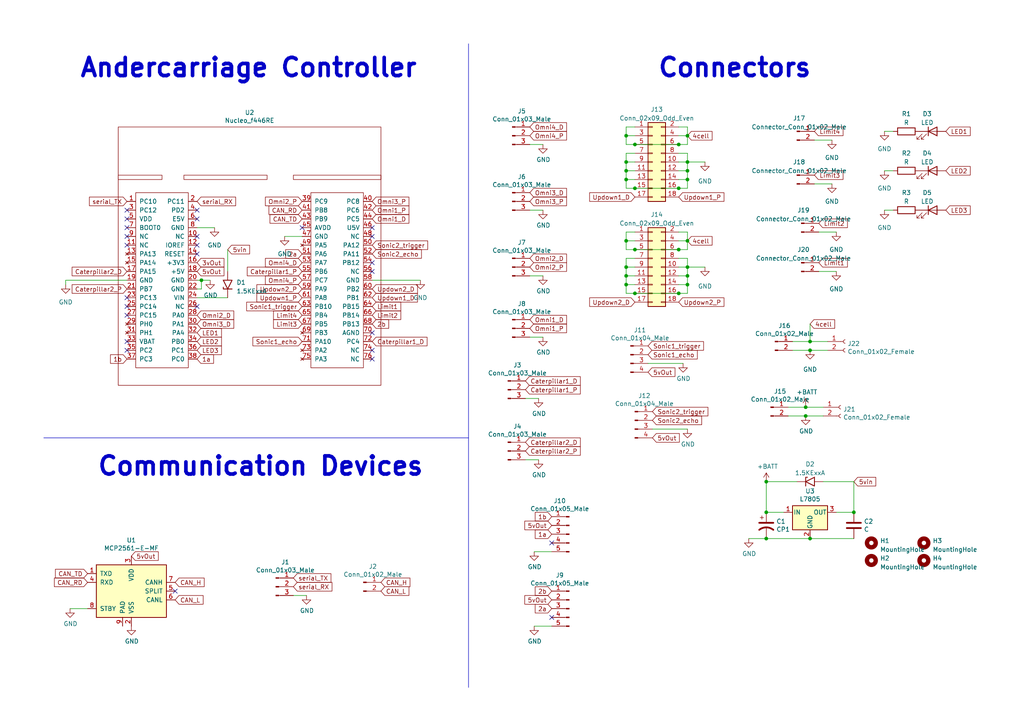
<source format=kicad_sch>
(kicad_sch (version 20230121) (generator eeschema)

  (uuid 28f7bce1-21ec-496c-bfbc-cf1a69d658a2)

  (paper "A4")

  (lib_symbols
    (symbol "2022NHK_Con_lead-rescue:CP1-Device" (pin_numbers hide) (pin_names (offset 0.254) hide) (in_bom yes) (on_board yes)
      (property "Reference" "C" (at 0.635 2.54 0)
        (effects (font (size 1.27 1.27)) (justify left))
      )
      (property "Value" "Device_CP1" (at 0.635 -2.54 0)
        (effects (font (size 1.27 1.27)) (justify left))
      )
      (property "Footprint" "" (at 0 0 0)
        (effects (font (size 1.27 1.27)) hide)
      )
      (property "Datasheet" "" (at 0 0 0)
        (effects (font (size 1.27 1.27)) hide)
      )
      (property "ki_fp_filters" "CP_*" (at 0 0 0)
        (effects (font (size 1.27 1.27)) hide)
      )
      (symbol "CP1-Device_0_1"
        (polyline
          (pts
            (xy -2.032 0.762)
            (xy 2.032 0.762)
          )
          (stroke (width 0.508) (type solid))
          (fill (type none))
        )
        (polyline
          (pts
            (xy -1.778 2.286)
            (xy -0.762 2.286)
          )
          (stroke (width 0) (type solid))
          (fill (type none))
        )
        (polyline
          (pts
            (xy -1.27 1.778)
            (xy -1.27 2.794)
          )
          (stroke (width 0) (type solid))
          (fill (type none))
        )
        (arc (start 2.032 -1.27) (mid 0 -0.5572) (end -2.032 -1.27)
          (stroke (width 0.508) (type solid))
          (fill (type none))
        )
      )
      (symbol "CP1-Device_1_1"
        (pin passive line (at 0 3.81 270) (length 2.794)
          (name "~" (effects (font (size 1.27 1.27))))
          (number "1" (effects (font (size 1.27 1.27))))
        )
        (pin passive line (at 0 -3.81 90) (length 3.302)
          (name "~" (effects (font (size 1.27 1.27))))
          (number "2" (effects (font (size 1.27 1.27))))
        )
      )
    )
    (symbol "2022NHK_Con_lead-rescue:Conn_01x02_Female-Connector" (pin_names (offset 1.016) hide) (in_bom yes) (on_board yes)
      (property "Reference" "J" (at 0 2.54 0)
        (effects (font (size 1.27 1.27)))
      )
      (property "Value" "Connector_Conn_01x02_Female" (at 0 -5.08 0)
        (effects (font (size 1.27 1.27)))
      )
      (property "Footprint" "" (at 0 0 0)
        (effects (font (size 1.27 1.27)) hide)
      )
      (property "Datasheet" "" (at 0 0 0)
        (effects (font (size 1.27 1.27)) hide)
      )
      (property "ki_fp_filters" "Connector*:*_1x??_*" (at 0 0 0)
        (effects (font (size 1.27 1.27)) hide)
      )
      (symbol "Conn_01x02_Female-Connector_1_1"
        (arc (start 0 -2.032) (mid -0.5058 -2.54) (end 0 -3.048)
          (stroke (width 0.1524) (type solid))
          (fill (type none))
        )
        (polyline
          (pts
            (xy -1.27 -2.54)
            (xy -0.508 -2.54)
          )
          (stroke (width 0.1524) (type solid))
          (fill (type none))
        )
        (polyline
          (pts
            (xy -1.27 0)
            (xy -0.508 0)
          )
          (stroke (width 0.1524) (type solid))
          (fill (type none))
        )
        (arc (start 0 0.508) (mid -0.5058 0) (end 0 -0.508)
          (stroke (width 0.1524) (type solid))
          (fill (type none))
        )
        (pin passive line (at -5.08 0 0) (length 3.81)
          (name "Pin_1" (effects (font (size 1.27 1.27))))
          (number "1" (effects (font (size 1.27 1.27))))
        )
        (pin passive line (at -5.08 -2.54 0) (length 3.81)
          (name "Pin_2" (effects (font (size 1.27 1.27))))
          (number "2" (effects (font (size 1.27 1.27))))
        )
      )
    )
    (symbol "2022NHK_Con_lead-rescue:Conn_01x02_Male-Connector" (pin_names (offset 1.016) hide) (in_bom yes) (on_board yes)
      (property "Reference" "J" (at 0 2.54 0)
        (effects (font (size 1.27 1.27)))
      )
      (property "Value" "Connector_Conn_01x02_Male" (at 0 -5.08 0)
        (effects (font (size 1.27 1.27)))
      )
      (property "Footprint" "" (at 0 0 0)
        (effects (font (size 1.27 1.27)) hide)
      )
      (property "Datasheet" "" (at 0 0 0)
        (effects (font (size 1.27 1.27)) hide)
      )
      (property "ki_fp_filters" "Connector*:*_1x??_*" (at 0 0 0)
        (effects (font (size 1.27 1.27)) hide)
      )
      (symbol "Conn_01x02_Male-Connector_1_1"
        (polyline
          (pts
            (xy 1.27 -2.54)
            (xy 0.8636 -2.54)
          )
          (stroke (width 0.1524) (type solid))
          (fill (type none))
        )
        (polyline
          (pts
            (xy 1.27 0)
            (xy 0.8636 0)
          )
          (stroke (width 0.1524) (type solid))
          (fill (type none))
        )
        (rectangle (start 0.8636 -2.413) (end 0 -2.667)
          (stroke (width 0.1524) (type solid))
          (fill (type outline))
        )
        (rectangle (start 0.8636 0.127) (end 0 -0.127)
          (stroke (width 0.1524) (type solid))
          (fill (type outline))
        )
        (pin passive line (at 5.08 0 180) (length 3.81)
          (name "Pin_1" (effects (font (size 1.27 1.27))))
          (number "1" (effects (font (size 1.27 1.27))))
        )
        (pin passive line (at 5.08 -2.54 180) (length 3.81)
          (name "Pin_2" (effects (font (size 1.27 1.27))))
          (number "2" (effects (font (size 1.27 1.27))))
        )
      )
    )
    (symbol "2022NHK_Con_lead-rescue:Conn_01x05_Male-Connector" (pin_names (offset 1.016) hide) (in_bom yes) (on_board yes)
      (property "Reference" "J" (at 0 7.62 0)
        (effects (font (size 1.27 1.27)))
      )
      (property "Value" "Connector_Conn_01x05_Male" (at 0 -7.62 0)
        (effects (font (size 1.27 1.27)))
      )
      (property "Footprint" "" (at 0 0 0)
        (effects (font (size 1.27 1.27)) hide)
      )
      (property "Datasheet" "" (at 0 0 0)
        (effects (font (size 1.27 1.27)) hide)
      )
      (property "ki_fp_filters" "Connector*:*_1x??_*" (at 0 0 0)
        (effects (font (size 1.27 1.27)) hide)
      )
      (symbol "Conn_01x05_Male-Connector_1_1"
        (polyline
          (pts
            (xy 1.27 -5.08)
            (xy 0.8636 -5.08)
          )
          (stroke (width 0.1524) (type solid))
          (fill (type none))
        )
        (polyline
          (pts
            (xy 1.27 -2.54)
            (xy 0.8636 -2.54)
          )
          (stroke (width 0.1524) (type solid))
          (fill (type none))
        )
        (polyline
          (pts
            (xy 1.27 0)
            (xy 0.8636 0)
          )
          (stroke (width 0.1524) (type solid))
          (fill (type none))
        )
        (polyline
          (pts
            (xy 1.27 2.54)
            (xy 0.8636 2.54)
          )
          (stroke (width 0.1524) (type solid))
          (fill (type none))
        )
        (polyline
          (pts
            (xy 1.27 5.08)
            (xy 0.8636 5.08)
          )
          (stroke (width 0.1524) (type solid))
          (fill (type none))
        )
        (rectangle (start 0.8636 -4.953) (end 0 -5.207)
          (stroke (width 0.1524) (type solid))
          (fill (type outline))
        )
        (rectangle (start 0.8636 -2.413) (end 0 -2.667)
          (stroke (width 0.1524) (type solid))
          (fill (type outline))
        )
        (rectangle (start 0.8636 0.127) (end 0 -0.127)
          (stroke (width 0.1524) (type solid))
          (fill (type outline))
        )
        (rectangle (start 0.8636 2.667) (end 0 2.413)
          (stroke (width 0.1524) (type solid))
          (fill (type outline))
        )
        (rectangle (start 0.8636 5.207) (end 0 4.953)
          (stroke (width 0.1524) (type solid))
          (fill (type outline))
        )
        (pin passive line (at 5.08 5.08 180) (length 3.81)
          (name "Pin_1" (effects (font (size 1.27 1.27))))
          (number "1" (effects (font (size 1.27 1.27))))
        )
        (pin passive line (at 5.08 2.54 180) (length 3.81)
          (name "Pin_2" (effects (font (size 1.27 1.27))))
          (number "2" (effects (font (size 1.27 1.27))))
        )
        (pin passive line (at 5.08 0 180) (length 3.81)
          (name "Pin_3" (effects (font (size 1.27 1.27))))
          (number "3" (effects (font (size 1.27 1.27))))
        )
        (pin passive line (at 5.08 -2.54 180) (length 3.81)
          (name "Pin_4" (effects (font (size 1.27 1.27))))
          (number "4" (effects (font (size 1.27 1.27))))
        )
        (pin passive line (at 5.08 -5.08 180) (length 3.81)
          (name "Pin_5" (effects (font (size 1.27 1.27))))
          (number "5" (effects (font (size 1.27 1.27))))
        )
      )
    )
    (symbol "Connector_Generic:Conn_02x09_Odd_Even" (pin_names (offset 1.016) hide) (in_bom yes) (on_board yes)
      (property "Reference" "J" (at 1.27 12.7 0)
        (effects (font (size 1.27 1.27)))
      )
      (property "Value" "Conn_02x09_Odd_Even" (at 1.27 -12.7 0)
        (effects (font (size 1.27 1.27)))
      )
      (property "Footprint" "" (at 0 0 0)
        (effects (font (size 1.27 1.27)) hide)
      )
      (property "Datasheet" "~" (at 0 0 0)
        (effects (font (size 1.27 1.27)) hide)
      )
      (property "ki_keywords" "connector" (at 0 0 0)
        (effects (font (size 1.27 1.27)) hide)
      )
      (property "ki_description" "Generic connector, double row, 02x09, odd/even pin numbering scheme (row 1 odd numbers, row 2 even numbers), script generated (kicad-library-utils/schlib/autogen/connector/)" (at 0 0 0)
        (effects (font (size 1.27 1.27)) hide)
      )
      (property "ki_fp_filters" "Connector*:*_2x??_*" (at 0 0 0)
        (effects (font (size 1.27 1.27)) hide)
      )
      (symbol "Conn_02x09_Odd_Even_1_1"
        (rectangle (start -1.27 -10.033) (end 0 -10.287)
          (stroke (width 0.1524) (type default))
          (fill (type none))
        )
        (rectangle (start -1.27 -7.493) (end 0 -7.747)
          (stroke (width 0.1524) (type default))
          (fill (type none))
        )
        (rectangle (start -1.27 -4.953) (end 0 -5.207)
          (stroke (width 0.1524) (type default))
          (fill (type none))
        )
        (rectangle (start -1.27 -2.413) (end 0 -2.667)
          (stroke (width 0.1524) (type default))
          (fill (type none))
        )
        (rectangle (start -1.27 0.127) (end 0 -0.127)
          (stroke (width 0.1524) (type default))
          (fill (type none))
        )
        (rectangle (start -1.27 2.667) (end 0 2.413)
          (stroke (width 0.1524) (type default))
          (fill (type none))
        )
        (rectangle (start -1.27 5.207) (end 0 4.953)
          (stroke (width 0.1524) (type default))
          (fill (type none))
        )
        (rectangle (start -1.27 7.747) (end 0 7.493)
          (stroke (width 0.1524) (type default))
          (fill (type none))
        )
        (rectangle (start -1.27 10.287) (end 0 10.033)
          (stroke (width 0.1524) (type default))
          (fill (type none))
        )
        (rectangle (start -1.27 11.43) (end 3.81 -11.43)
          (stroke (width 0.254) (type default))
          (fill (type background))
        )
        (rectangle (start 3.81 -10.033) (end 2.54 -10.287)
          (stroke (width 0.1524) (type default))
          (fill (type none))
        )
        (rectangle (start 3.81 -7.493) (end 2.54 -7.747)
          (stroke (width 0.1524) (type default))
          (fill (type none))
        )
        (rectangle (start 3.81 -4.953) (end 2.54 -5.207)
          (stroke (width 0.1524) (type default))
          (fill (type none))
        )
        (rectangle (start 3.81 -2.413) (end 2.54 -2.667)
          (stroke (width 0.1524) (type default))
          (fill (type none))
        )
        (rectangle (start 3.81 0.127) (end 2.54 -0.127)
          (stroke (width 0.1524) (type default))
          (fill (type none))
        )
        (rectangle (start 3.81 2.667) (end 2.54 2.413)
          (stroke (width 0.1524) (type default))
          (fill (type none))
        )
        (rectangle (start 3.81 5.207) (end 2.54 4.953)
          (stroke (width 0.1524) (type default))
          (fill (type none))
        )
        (rectangle (start 3.81 7.747) (end 2.54 7.493)
          (stroke (width 0.1524) (type default))
          (fill (type none))
        )
        (rectangle (start 3.81 10.287) (end 2.54 10.033)
          (stroke (width 0.1524) (type default))
          (fill (type none))
        )
        (pin passive line (at -5.08 10.16 0) (length 3.81)
          (name "Pin_1" (effects (font (size 1.27 1.27))))
          (number "1" (effects (font (size 1.27 1.27))))
        )
        (pin passive line (at 7.62 0 180) (length 3.81)
          (name "Pin_10" (effects (font (size 1.27 1.27))))
          (number "10" (effects (font (size 1.27 1.27))))
        )
        (pin passive line (at -5.08 -2.54 0) (length 3.81)
          (name "Pin_11" (effects (font (size 1.27 1.27))))
          (number "11" (effects (font (size 1.27 1.27))))
        )
        (pin passive line (at 7.62 -2.54 180) (length 3.81)
          (name "Pin_12" (effects (font (size 1.27 1.27))))
          (number "12" (effects (font (size 1.27 1.27))))
        )
        (pin passive line (at -5.08 -5.08 0) (length 3.81)
          (name "Pin_13" (effects (font (size 1.27 1.27))))
          (number "13" (effects (font (size 1.27 1.27))))
        )
        (pin passive line (at 7.62 -5.08 180) (length 3.81)
          (name "Pin_14" (effects (font (size 1.27 1.27))))
          (number "14" (effects (font (size 1.27 1.27))))
        )
        (pin passive line (at -5.08 -7.62 0) (length 3.81)
          (name "Pin_15" (effects (font (size 1.27 1.27))))
          (number "15" (effects (font (size 1.27 1.27))))
        )
        (pin passive line (at 7.62 -7.62 180) (length 3.81)
          (name "Pin_16" (effects (font (size 1.27 1.27))))
          (number "16" (effects (font (size 1.27 1.27))))
        )
        (pin passive line (at -5.08 -10.16 0) (length 3.81)
          (name "Pin_17" (effects (font (size 1.27 1.27))))
          (number "17" (effects (font (size 1.27 1.27))))
        )
        (pin passive line (at 7.62 -10.16 180) (length 3.81)
          (name "Pin_18" (effects (font (size 1.27 1.27))))
          (number "18" (effects (font (size 1.27 1.27))))
        )
        (pin passive line (at 7.62 10.16 180) (length 3.81)
          (name "Pin_2" (effects (font (size 1.27 1.27))))
          (number "2" (effects (font (size 1.27 1.27))))
        )
        (pin passive line (at -5.08 7.62 0) (length 3.81)
          (name "Pin_3" (effects (font (size 1.27 1.27))))
          (number "3" (effects (font (size 1.27 1.27))))
        )
        (pin passive line (at 7.62 7.62 180) (length 3.81)
          (name "Pin_4" (effects (font (size 1.27 1.27))))
          (number "4" (effects (font (size 1.27 1.27))))
        )
        (pin passive line (at -5.08 5.08 0) (length 3.81)
          (name "Pin_5" (effects (font (size 1.27 1.27))))
          (number "5" (effects (font (size 1.27 1.27))))
        )
        (pin passive line (at 7.62 5.08 180) (length 3.81)
          (name "Pin_6" (effects (font (size 1.27 1.27))))
          (number "6" (effects (font (size 1.27 1.27))))
        )
        (pin passive line (at -5.08 2.54 0) (length 3.81)
          (name "Pin_7" (effects (font (size 1.27 1.27))))
          (number "7" (effects (font (size 1.27 1.27))))
        )
        (pin passive line (at 7.62 2.54 180) (length 3.81)
          (name "Pin_8" (effects (font (size 1.27 1.27))))
          (number "8" (effects (font (size 1.27 1.27))))
        )
        (pin passive line (at -5.08 0 0) (length 3.81)
          (name "Pin_9" (effects (font (size 1.27 1.27))))
          (number "9" (effects (font (size 1.27 1.27))))
        )
      )
    )
    (symbol "Device:C" (pin_numbers hide) (pin_names (offset 0.254)) (in_bom yes) (on_board yes)
      (property "Reference" "C" (at 0.635 2.54 0)
        (effects (font (size 1.27 1.27)) (justify left))
      )
      (property "Value" "C" (at 0.635 -2.54 0)
        (effects (font (size 1.27 1.27)) (justify left))
      )
      (property "Footprint" "" (at 0.9652 -3.81 0)
        (effects (font (size 1.27 1.27)) hide)
      )
      (property "Datasheet" "~" (at 0 0 0)
        (effects (font (size 1.27 1.27)) hide)
      )
      (property "ki_keywords" "cap capacitor" (at 0 0 0)
        (effects (font (size 1.27 1.27)) hide)
      )
      (property "ki_description" "Unpolarized capacitor" (at 0 0 0)
        (effects (font (size 1.27 1.27)) hide)
      )
      (property "ki_fp_filters" "C_*" (at 0 0 0)
        (effects (font (size 1.27 1.27)) hide)
      )
      (symbol "C_0_1"
        (polyline
          (pts
            (xy -2.032 -0.762)
            (xy 2.032 -0.762)
          )
          (stroke (width 0.508) (type default))
          (fill (type none))
        )
        (polyline
          (pts
            (xy -2.032 0.762)
            (xy 2.032 0.762)
          )
          (stroke (width 0.508) (type default))
          (fill (type none))
        )
      )
      (symbol "C_1_1"
        (pin passive line (at 0 3.81 270) (length 2.794)
          (name "~" (effects (font (size 1.27 1.27))))
          (number "1" (effects (font (size 1.27 1.27))))
        )
        (pin passive line (at 0 -3.81 90) (length 2.794)
          (name "~" (effects (font (size 1.27 1.27))))
          (number "2" (effects (font (size 1.27 1.27))))
        )
      )
    )
    (symbol "Device:LED" (pin_numbers hide) (pin_names (offset 1.016) hide) (in_bom yes) (on_board yes)
      (property "Reference" "D" (at 0 2.54 0)
        (effects (font (size 1.27 1.27)))
      )
      (property "Value" "LED" (at 0 -2.54 0)
        (effects (font (size 1.27 1.27)))
      )
      (property "Footprint" "" (at 0 0 0)
        (effects (font (size 1.27 1.27)) hide)
      )
      (property "Datasheet" "~" (at 0 0 0)
        (effects (font (size 1.27 1.27)) hide)
      )
      (property "ki_keywords" "LED diode" (at 0 0 0)
        (effects (font (size 1.27 1.27)) hide)
      )
      (property "ki_description" "Light emitting diode" (at 0 0 0)
        (effects (font (size 1.27 1.27)) hide)
      )
      (property "ki_fp_filters" "LED* LED_SMD:* LED_THT:*" (at 0 0 0)
        (effects (font (size 1.27 1.27)) hide)
      )
      (symbol "LED_0_1"
        (polyline
          (pts
            (xy -1.27 -1.27)
            (xy -1.27 1.27)
          )
          (stroke (width 0.254) (type default))
          (fill (type none))
        )
        (polyline
          (pts
            (xy -1.27 0)
            (xy 1.27 0)
          )
          (stroke (width 0) (type default))
          (fill (type none))
        )
        (polyline
          (pts
            (xy 1.27 -1.27)
            (xy 1.27 1.27)
            (xy -1.27 0)
            (xy 1.27 -1.27)
          )
          (stroke (width 0.254) (type default))
          (fill (type none))
        )
        (polyline
          (pts
            (xy -3.048 -0.762)
            (xy -4.572 -2.286)
            (xy -3.81 -2.286)
            (xy -4.572 -2.286)
            (xy -4.572 -1.524)
          )
          (stroke (width 0) (type default))
          (fill (type none))
        )
        (polyline
          (pts
            (xy -1.778 -0.762)
            (xy -3.302 -2.286)
            (xy -2.54 -2.286)
            (xy -3.302 -2.286)
            (xy -3.302 -1.524)
          )
          (stroke (width 0) (type default))
          (fill (type none))
        )
      )
      (symbol "LED_1_1"
        (pin passive line (at -3.81 0 0) (length 2.54)
          (name "K" (effects (font (size 1.27 1.27))))
          (number "1" (effects (font (size 1.27 1.27))))
        )
        (pin passive line (at 3.81 0 180) (length 2.54)
          (name "A" (effects (font (size 1.27 1.27))))
          (number "2" (effects (font (size 1.27 1.27))))
        )
      )
    )
    (symbol "Device:R" (pin_numbers hide) (pin_names (offset 0)) (in_bom yes) (on_board yes)
      (property "Reference" "R" (at 2.032 0 90)
        (effects (font (size 1.27 1.27)))
      )
      (property "Value" "R" (at 0 0 90)
        (effects (font (size 1.27 1.27)))
      )
      (property "Footprint" "" (at -1.778 0 90)
        (effects (font (size 1.27 1.27)) hide)
      )
      (property "Datasheet" "~" (at 0 0 0)
        (effects (font (size 1.27 1.27)) hide)
      )
      (property "ki_keywords" "R res resistor" (at 0 0 0)
        (effects (font (size 1.27 1.27)) hide)
      )
      (property "ki_description" "Resistor" (at 0 0 0)
        (effects (font (size 1.27 1.27)) hide)
      )
      (property "ki_fp_filters" "R_*" (at 0 0 0)
        (effects (font (size 1.27 1.27)) hide)
      )
      (symbol "R_0_1"
        (rectangle (start -1.016 -2.54) (end 1.016 2.54)
          (stroke (width 0.254) (type default))
          (fill (type none))
        )
      )
      (symbol "R_1_1"
        (pin passive line (at 0 3.81 270) (length 1.27)
          (name "~" (effects (font (size 1.27 1.27))))
          (number "1" (effects (font (size 1.27 1.27))))
        )
        (pin passive line (at 0 -3.81 90) (length 1.27)
          (name "~" (effects (font (size 1.27 1.27))))
          (number "2" (effects (font (size 1.27 1.27))))
        )
      )
    )
    (symbol "Diode:1.5KExxA" (pin_numbers hide) (pin_names (offset 1.016) hide) (in_bom yes) (on_board yes)
      (property "Reference" "D" (at 0 2.54 0)
        (effects (font (size 1.27 1.27)))
      )
      (property "Value" "1.5KExxA" (at 0 -2.54 0)
        (effects (font (size 1.27 1.27)))
      )
      (property "Footprint" "Diode_THT:D_DO-201AE_P15.24mm_Horizontal" (at 0 -5.08 0)
        (effects (font (size 1.27 1.27)) hide)
      )
      (property "Datasheet" "https://www.vishay.com/docs/88301/15ke.pdf" (at -1.27 0 0)
        (effects (font (size 1.27 1.27)) hide)
      )
      (property "ki_keywords" "diode TVS voltage suppressor" (at 0 0 0)
        (effects (font (size 1.27 1.27)) hide)
      )
      (property "ki_description" "1500W unidirectional TRANSZORB® Transient Voltage Suppressor, DO-201AE" (at 0 0 0)
        (effects (font (size 1.27 1.27)) hide)
      )
      (property "ki_fp_filters" "D?DO?201AE*" (at 0 0 0)
        (effects (font (size 1.27 1.27)) hide)
      )
      (symbol "1.5KExxA_0_1"
        (polyline
          (pts
            (xy -0.762 1.27)
            (xy -1.27 1.27)
            (xy -1.27 -1.27)
          )
          (stroke (width 0.254) (type default))
          (fill (type none))
        )
        (polyline
          (pts
            (xy 1.27 1.27)
            (xy 1.27 -1.27)
            (xy -1.27 0)
            (xy 1.27 1.27)
          )
          (stroke (width 0.254) (type default))
          (fill (type none))
        )
      )
      (symbol "1.5KExxA_1_1"
        (pin passive line (at -3.81 0 0) (length 2.54)
          (name "A1" (effects (font (size 1.27 1.27))))
          (number "1" (effects (font (size 1.27 1.27))))
        )
        (pin passive line (at 3.81 0 180) (length 2.54)
          (name "A2" (effects (font (size 1.27 1.27))))
          (number "2" (effects (font (size 1.27 1.27))))
        )
      )
    )
    (symbol "Interface_CAN_LIN:MCP2561-E-MF" (pin_names (offset 1.016)) (in_bom yes) (on_board yes)
      (property "Reference" "U" (at -10.16 8.89 0)
        (effects (font (size 1.27 1.27)) (justify left))
      )
      (property "Value" "MCP2561-E-MF" (at 2.54 8.89 0)
        (effects (font (size 1.27 1.27)) (justify left))
      )
      (property "Footprint" "Package_DFN_QFN:DFN-8-1EP_3x3mm_P0.65mm_EP1.55x2.4mm" (at 0 -12.7 0)
        (effects (font (size 1.27 1.27) italic) hide)
      )
      (property "Datasheet" "http://ww1.microchip.com/downloads/en/DeviceDoc/25167A.pdf" (at 0 0 0)
        (effects (font (size 1.27 1.27)) hide)
      )
      (property "ki_keywords" "High-Speed CAN Transceiver" (at 0 0 0)
        (effects (font (size 1.27 1.27)) hide)
      )
      (property "ki_description" "High-Speed CAN Transceiver, 1Mbps, 5V supply, SPLIT pin, -40C to +125C, DFN-8" (at 0 0 0)
        (effects (font (size 1.27 1.27)) hide)
      )
      (property "ki_fp_filters" "DFN*1EP*3x3mm*P0.65mm*" (at 0 0 0)
        (effects (font (size 1.27 1.27)) hide)
      )
      (symbol "MCP2561-E-MF_0_1"
        (rectangle (start -10.16 7.62) (end 10.16 -7.62)
          (stroke (width 0.254) (type default))
          (fill (type background))
        )
      )
      (symbol "MCP2561-E-MF_1_1"
        (pin input line (at -12.7 5.08 0) (length 2.54)
          (name "TXD" (effects (font (size 1.27 1.27))))
          (number "1" (effects (font (size 1.27 1.27))))
        )
        (pin power_in line (at 0 -10.16 90) (length 2.54)
          (name "VSS" (effects (font (size 1.27 1.27))))
          (number "2" (effects (font (size 1.27 1.27))))
        )
        (pin power_in line (at 0 10.16 270) (length 2.54)
          (name "VDD" (effects (font (size 1.27 1.27))))
          (number "3" (effects (font (size 1.27 1.27))))
        )
        (pin output line (at -12.7 2.54 0) (length 2.54)
          (name "RXD" (effects (font (size 1.27 1.27))))
          (number "4" (effects (font (size 1.27 1.27))))
        )
        (pin passive line (at 12.7 0 180) (length 2.54)
          (name "SPLIT" (effects (font (size 1.27 1.27))))
          (number "5" (effects (font (size 1.27 1.27))))
        )
        (pin bidirectional line (at 12.7 -2.54 180) (length 2.54)
          (name "CANL" (effects (font (size 1.27 1.27))))
          (number "6" (effects (font (size 1.27 1.27))))
        )
        (pin bidirectional line (at 12.7 2.54 180) (length 2.54)
          (name "CANH" (effects (font (size 1.27 1.27))))
          (number "7" (effects (font (size 1.27 1.27))))
        )
        (pin input line (at -12.7 -5.08 0) (length 2.54)
          (name "STBY" (effects (font (size 1.27 1.27))))
          (number "8" (effects (font (size 1.27 1.27))))
        )
        (pin power_in line (at -2.54 -10.16 90) (length 2.54)
          (name "PAD" (effects (font (size 1.27 1.27))))
          (number "9" (effects (font (size 1.27 1.27))))
        )
      )
    )
    (symbol "Mechanical:MountingHole" (pin_names (offset 1.016)) (in_bom yes) (on_board yes)
      (property "Reference" "H" (at 0 5.08 0)
        (effects (font (size 1.27 1.27)))
      )
      (property "Value" "MountingHole" (at 0 3.175 0)
        (effects (font (size 1.27 1.27)))
      )
      (property "Footprint" "" (at 0 0 0)
        (effects (font (size 1.27 1.27)) hide)
      )
      (property "Datasheet" "~" (at 0 0 0)
        (effects (font (size 1.27 1.27)) hide)
      )
      (property "ki_keywords" "mounting hole" (at 0 0 0)
        (effects (font (size 1.27 1.27)) hide)
      )
      (property "ki_description" "Mounting Hole without connection" (at 0 0 0)
        (effects (font (size 1.27 1.27)) hide)
      )
      (property "ki_fp_filters" "MountingHole*" (at 0 0 0)
        (effects (font (size 1.27 1.27)) hide)
      )
      (symbol "MountingHole_0_1"
        (circle (center 0 0) (radius 1.27)
          (stroke (width 1.27) (type default))
          (fill (type none))
        )
      )
    )
    (symbol "Regulator_Linear:L7805" (pin_names (offset 0.254)) (in_bom yes) (on_board yes)
      (property "Reference" "U" (at -3.81 3.175 0)
        (effects (font (size 1.27 1.27)))
      )
      (property "Value" "L7805" (at 0 3.175 0)
        (effects (font (size 1.27 1.27)) (justify left))
      )
      (property "Footprint" "" (at 0.635 -3.81 0)
        (effects (font (size 1.27 1.27) italic) (justify left) hide)
      )
      (property "Datasheet" "http://www.st.com/content/ccc/resource/technical/document/datasheet/41/4f/b3/b0/12/d4/47/88/CD00000444.pdf/files/CD00000444.pdf/jcr:content/translations/en.CD00000444.pdf" (at 0 -1.27 0)
        (effects (font (size 1.27 1.27)) hide)
      )
      (property "ki_keywords" "Voltage Regulator 1.5A Positive" (at 0 0 0)
        (effects (font (size 1.27 1.27)) hide)
      )
      (property "ki_description" "Positive 1.5A 35V Linear Regulator, Fixed Output 5V, TO-220/TO-263/TO-252" (at 0 0 0)
        (effects (font (size 1.27 1.27)) hide)
      )
      (property "ki_fp_filters" "TO?252* TO?263* TO?220*" (at 0 0 0)
        (effects (font (size 1.27 1.27)) hide)
      )
      (symbol "L7805_0_1"
        (rectangle (start -5.08 1.905) (end 5.08 -5.08)
          (stroke (width 0.254) (type default))
          (fill (type background))
        )
      )
      (symbol "L7805_1_1"
        (pin power_in line (at -7.62 0 0) (length 2.54)
          (name "IN" (effects (font (size 1.27 1.27))))
          (number "1" (effects (font (size 1.27 1.27))))
        )
        (pin power_in line (at 0 -7.62 90) (length 2.54)
          (name "GND" (effects (font (size 1.27 1.27))))
          (number "2" (effects (font (size 1.27 1.27))))
        )
        (pin power_out line (at 7.62 0 180) (length 2.54)
          (name "OUT" (effects (font (size 1.27 1.27))))
          (number "3" (effects (font (size 1.27 1.27))))
        )
      )
    )
    (symbol "power:+BATT" (power) (pin_names (offset 0)) (in_bom yes) (on_board yes)
      (property "Reference" "#PWR" (at 0 -3.81 0)
        (effects (font (size 1.27 1.27)) hide)
      )
      (property "Value" "+BATT" (at 0 3.556 0)
        (effects (font (size 1.27 1.27)))
      )
      (property "Footprint" "" (at 0 0 0)
        (effects (font (size 1.27 1.27)) hide)
      )
      (property "Datasheet" "" (at 0 0 0)
        (effects (font (size 1.27 1.27)) hide)
      )
      (property "ki_keywords" "global power battery" (at 0 0 0)
        (effects (font (size 1.27 1.27)) hide)
      )
      (property "ki_description" "Power symbol creates a global label with name \"+BATT\"" (at 0 0 0)
        (effects (font (size 1.27 1.27)) hide)
      )
      (symbol "+BATT_0_1"
        (polyline
          (pts
            (xy -0.762 1.27)
            (xy 0 2.54)
          )
          (stroke (width 0) (type default))
          (fill (type none))
        )
        (polyline
          (pts
            (xy 0 0)
            (xy 0 2.54)
          )
          (stroke (width 0) (type default))
          (fill (type none))
        )
        (polyline
          (pts
            (xy 0 2.54)
            (xy 0.762 1.27)
          )
          (stroke (width 0) (type default))
          (fill (type none))
        )
      )
      (symbol "+BATT_1_1"
        (pin power_in line (at 0 0 90) (length 0) hide
          (name "+BATT" (effects (font (size 1.27 1.27))))
          (number "1" (effects (font (size 1.27 1.27))))
        )
      )
    )
    (symbol "power:GND" (power) (pin_names (offset 0)) (in_bom yes) (on_board yes)
      (property "Reference" "#PWR" (at 0 -6.35 0)
        (effects (font (size 1.27 1.27)) hide)
      )
      (property "Value" "GND" (at 0 -3.81 0)
        (effects (font (size 1.27 1.27)))
      )
      (property "Footprint" "" (at 0 0 0)
        (effects (font (size 1.27 1.27)) hide)
      )
      (property "Datasheet" "" (at 0 0 0)
        (effects (font (size 1.27 1.27)) hide)
      )
      (property "ki_keywords" "global power" (at 0 0 0)
        (effects (font (size 1.27 1.27)) hide)
      )
      (property "ki_description" "Power symbol creates a global label with name \"GND\" , ground" (at 0 0 0)
        (effects (font (size 1.27 1.27)) hide)
      )
      (symbol "GND_0_1"
        (polyline
          (pts
            (xy 0 0)
            (xy 0 -1.27)
            (xy 1.27 -1.27)
            (xy 0 -2.54)
            (xy -1.27 -1.27)
            (xy 0 -1.27)
          )
          (stroke (width 0) (type default))
          (fill (type none))
        )
      )
      (symbol "GND_1_1"
        (pin power_in line (at 0 0 270) (length 0) hide
          (name "GND" (effects (font (size 1.27 1.27))))
          (number "1" (effects (font (size 1.27 1.27))))
        )
      )
    )
    (symbol "undercarriage_system-rescue:Conn_01x02_Male-Connector" (pin_names (offset 1.016) hide) (in_bom yes) (on_board yes)
      (property "Reference" "J" (at 0 2.54 0)
        (effects (font (size 1.27 1.27)))
      )
      (property "Value" "Connector_Conn_01x02_Male" (at 0 -5.08 0)
        (effects (font (size 1.27 1.27)))
      )
      (property "Footprint" "" (at 0 0 0)
        (effects (font (size 1.27 1.27)) hide)
      )
      (property "Datasheet" "" (at 0 0 0)
        (effects (font (size 1.27 1.27)) hide)
      )
      (property "ki_fp_filters" "Connector*:*_1x??_*" (at 0 0 0)
        (effects (font (size 1.27 1.27)) hide)
      )
      (symbol "Conn_01x02_Male-Connector_1_1"
        (polyline
          (pts
            (xy 1.27 -2.54)
            (xy 0.8636 -2.54)
          )
          (stroke (width 0.1524) (type solid))
          (fill (type none))
        )
        (polyline
          (pts
            (xy 1.27 0)
            (xy 0.8636 0)
          )
          (stroke (width 0.1524) (type solid))
          (fill (type none))
        )
        (rectangle (start 0.8636 -2.413) (end 0 -2.667)
          (stroke (width 0.1524) (type solid))
          (fill (type outline))
        )
        (rectangle (start 0.8636 0.127) (end 0 -0.127)
          (stroke (width 0.1524) (type solid))
          (fill (type outline))
        )
        (pin passive line (at 5.08 0 180) (length 3.81)
          (name "Pin_1" (effects (font (size 1.27 1.27))))
          (number "1" (effects (font (size 1.27 1.27))))
        )
        (pin passive line (at 5.08 -2.54 180) (length 3.81)
          (name "Pin_2" (effects (font (size 1.27 1.27))))
          (number "2" (effects (font (size 1.27 1.27))))
        )
      )
    )
    (symbol "undercarriage_system-rescue:Conn_01x03_Male-Connector" (pin_names (offset 1.016) hide) (in_bom yes) (on_board yes)
      (property "Reference" "J" (at 0 5.08 0)
        (effects (font (size 1.27 1.27)))
      )
      (property "Value" "Connector_Conn_01x03_Male" (at 0 -5.08 0)
        (effects (font (size 1.27 1.27)))
      )
      (property "Footprint" "" (at 0 0 0)
        (effects (font (size 1.27 1.27)) hide)
      )
      (property "Datasheet" "" (at 0 0 0)
        (effects (font (size 1.27 1.27)) hide)
      )
      (property "ki_fp_filters" "Connector*:*_1x??_*" (at 0 0 0)
        (effects (font (size 1.27 1.27)) hide)
      )
      (symbol "Conn_01x03_Male-Connector_1_1"
        (polyline
          (pts
            (xy 1.27 -2.54)
            (xy 0.8636 -2.54)
          )
          (stroke (width 0.1524) (type solid))
          (fill (type none))
        )
        (polyline
          (pts
            (xy 1.27 0)
            (xy 0.8636 0)
          )
          (stroke (width 0.1524) (type solid))
          (fill (type none))
        )
        (polyline
          (pts
            (xy 1.27 2.54)
            (xy 0.8636 2.54)
          )
          (stroke (width 0.1524) (type solid))
          (fill (type none))
        )
        (rectangle (start 0.8636 -2.413) (end 0 -2.667)
          (stroke (width 0.1524) (type solid))
          (fill (type outline))
        )
        (rectangle (start 0.8636 0.127) (end 0 -0.127)
          (stroke (width 0.1524) (type solid))
          (fill (type outline))
        )
        (rectangle (start 0.8636 2.667) (end 0 2.413)
          (stroke (width 0.1524) (type solid))
          (fill (type outline))
        )
        (pin passive line (at 5.08 2.54 180) (length 3.81)
          (name "Pin_1" (effects (font (size 1.27 1.27))))
          (number "1" (effects (font (size 1.27 1.27))))
        )
        (pin passive line (at 5.08 0 180) (length 3.81)
          (name "Pin_2" (effects (font (size 1.27 1.27))))
          (number "2" (effects (font (size 1.27 1.27))))
        )
        (pin passive line (at 5.08 -2.54 180) (length 3.81)
          (name "Pin_3" (effects (font (size 1.27 1.27))))
          (number "3" (effects (font (size 1.27 1.27))))
        )
      )
    )
    (symbol "undercarriage_system-rescue:Conn_01x04_Male-Connector" (pin_names (offset 1.016) hide) (in_bom yes) (on_board yes)
      (property "Reference" "J" (at 0 5.08 0)
        (effects (font (size 1.27 1.27)))
      )
      (property "Value" "Connector_Conn_01x04_Male" (at 0 -7.62 0)
        (effects (font (size 1.27 1.27)))
      )
      (property "Footprint" "" (at 0 0 0)
        (effects (font (size 1.27 1.27)) hide)
      )
      (property "Datasheet" "" (at 0 0 0)
        (effects (font (size 1.27 1.27)) hide)
      )
      (property "ki_fp_filters" "Connector*:*_1x??_*" (at 0 0 0)
        (effects (font (size 1.27 1.27)) hide)
      )
      (symbol "Conn_01x04_Male-Connector_1_1"
        (polyline
          (pts
            (xy 1.27 -5.08)
            (xy 0.8636 -5.08)
          )
          (stroke (width 0.1524) (type solid))
          (fill (type none))
        )
        (polyline
          (pts
            (xy 1.27 -2.54)
            (xy 0.8636 -2.54)
          )
          (stroke (width 0.1524) (type solid))
          (fill (type none))
        )
        (polyline
          (pts
            (xy 1.27 0)
            (xy 0.8636 0)
          )
          (stroke (width 0.1524) (type solid))
          (fill (type none))
        )
        (polyline
          (pts
            (xy 1.27 2.54)
            (xy 0.8636 2.54)
          )
          (stroke (width 0.1524) (type solid))
          (fill (type none))
        )
        (rectangle (start 0.8636 -4.953) (end 0 -5.207)
          (stroke (width 0.1524) (type solid))
          (fill (type outline))
        )
        (rectangle (start 0.8636 -2.413) (end 0 -2.667)
          (stroke (width 0.1524) (type solid))
          (fill (type outline))
        )
        (rectangle (start 0.8636 0.127) (end 0 -0.127)
          (stroke (width 0.1524) (type solid))
          (fill (type outline))
        )
        (rectangle (start 0.8636 2.667) (end 0 2.413)
          (stroke (width 0.1524) (type solid))
          (fill (type outline))
        )
        (pin passive line (at 5.08 2.54 180) (length 3.81)
          (name "Pin_1" (effects (font (size 1.27 1.27))))
          (number "1" (effects (font (size 1.27 1.27))))
        )
        (pin passive line (at 5.08 0 180) (length 3.81)
          (name "Pin_2" (effects (font (size 1.27 1.27))))
          (number "2" (effects (font (size 1.27 1.27))))
        )
        (pin passive line (at 5.08 -2.54 180) (length 3.81)
          (name "Pin_3" (effects (font (size 1.27 1.27))))
          (number "3" (effects (font (size 1.27 1.27))))
        )
        (pin passive line (at 5.08 -5.08 180) (length 3.81)
          (name "Pin_4" (effects (font (size 1.27 1.27))))
          (number "4" (effects (font (size 1.27 1.27))))
        )
      )
    )
    (symbol "undercarriage_system-rescue:Nucleo_f446RE-nucleo_f446re" (pin_names (offset 1.016)) (in_bom yes) (on_board yes)
      (property "Reference" "U" (at 0 0 0)
        (effects (font (size 1.27 1.27)))
      )
      (property "Value" "nucleo_f446re_Nucleo_f446RE" (at 0 0 0)
        (effects (font (size 1.27 1.27)))
      )
      (property "Footprint" "" (at 0 0 0)
        (effects (font (size 1.27 1.27)) hide)
      )
      (property "Datasheet" "" (at 0 0 0)
        (effects (font (size 1.27 1.27)) hide)
      )
      (symbol "Nucleo_f446RE-nucleo_f446re_0_1"
        (rectangle (start -38.1 -1.27) (end 38.1 -76.2)
          (stroke (width 0) (type solid))
          (fill (type none))
        )
        (rectangle (start -33.02 -20.32) (end -17.78 -71.12)
          (stroke (width 0) (type solid))
          (fill (type none))
        )
        (rectangle (start -25.4 -16.51) (end -38.1 -15.24)
          (stroke (width 0) (type solid))
          (fill (type none))
        )
        (rectangle (start 5.08 -15.24) (end -19.05 -16.51)
          (stroke (width 0) (type solid))
          (fill (type none))
        )
        (rectangle (start 17.78 -20.32) (end 33.02 -71.12)
          (stroke (width 0) (type solid))
          (fill (type none))
        )
        (rectangle (start 38.1 -16.51) (end 12.7 -15.24)
          (stroke (width 0) (type solid))
          (fill (type none))
        )
      )
      (symbol "Nucleo_f446RE-nucleo_f446re_1_1"
        (pin bidirectional line (at -35.56 -22.86 0) (length 2.54)
          (name "PC10" (effects (font (size 1.27 1.27))))
          (number "1" (effects (font (size 1.27 1.27))))
        )
        (pin input line (at -15.24 -33.02 180) (length 2.54)
          (name "NC" (effects (font (size 1.27 1.27))))
          (number "10" (effects (font (size 1.27 1.27))))
        )
        (pin input line (at -35.56 -35.56 0) (length 2.54)
          (name "NC" (effects (font (size 1.27 1.27))))
          (number "11" (effects (font (size 1.27 1.27))))
        )
        (pin input line (at -15.24 -35.56 180) (length 2.54)
          (name "IOREF" (effects (font (size 1.27 1.27))))
          (number "12" (effects (font (size 1.27 1.27))))
        )
        (pin no_connect line (at -35.56 -38.1 0) (length 2.54)
          (name "PA13" (effects (font (size 1.27 1.27))))
          (number "13" (effects (font (size 1.27 1.27))))
        )
        (pin input line (at -15.24 -38.1 180) (length 2.54)
          (name "RESET" (effects (font (size 1.27 1.27))))
          (number "14" (effects (font (size 1.27 1.27))))
        )
        (pin no_connect line (at -35.56 -40.64 0) (length 2.54)
          (name "PA14" (effects (font (size 1.27 1.27))))
          (number "15" (effects (font (size 1.27 1.27))))
        )
        (pin input line (at -15.24 -40.64 180) (length 2.54)
          (name "+3V3" (effects (font (size 1.27 1.27))))
          (number "16" (effects (font (size 1.27 1.27))))
        )
        (pin input line (at -35.56 -43.18 0) (length 2.54)
          (name "PA15" (effects (font (size 1.27 1.27))))
          (number "17" (effects (font (size 1.27 1.27))))
        )
        (pin input line (at -15.24 -43.18 180) (length 2.54)
          (name "+5V" (effects (font (size 1.27 1.27))))
          (number "18" (effects (font (size 1.27 1.27))))
        )
        (pin input line (at -35.56 -45.72 0) (length 2.54)
          (name "GND" (effects (font (size 1.27 1.27))))
          (number "19" (effects (font (size 1.27 1.27))))
        )
        (pin bidirectional line (at -15.24 -22.86 180) (length 2.54)
          (name "PC11" (effects (font (size 1.27 1.27))))
          (number "2" (effects (font (size 1.27 1.27))))
        )
        (pin input line (at -15.24 -45.72 180) (length 2.54)
          (name "GND" (effects (font (size 1.27 1.27))))
          (number "20" (effects (font (size 1.27 1.27))))
        )
        (pin input line (at -35.56 -48.26 0) (length 2.54)
          (name "PB7" (effects (font (size 1.27 1.27))))
          (number "21" (effects (font (size 1.27 1.27))))
        )
        (pin input line (at -15.24 -48.26 180) (length 2.54)
          (name "GND" (effects (font (size 1.27 1.27))))
          (number "22" (effects (font (size 1.27 1.27))))
        )
        (pin input line (at -35.56 -50.8 0) (length 2.54)
          (name "PC13" (effects (font (size 1.27 1.27))))
          (number "23" (effects (font (size 1.27 1.27))))
        )
        (pin input line (at -15.24 -50.8 180) (length 2.54)
          (name "VIN" (effects (font (size 1.27 1.27))))
          (number "24" (effects (font (size 1.27 1.27))))
        )
        (pin input line (at -35.56 -53.34 0) (length 2.54)
          (name "PC14" (effects (font (size 1.27 1.27))))
          (number "25" (effects (font (size 1.27 1.27))))
        )
        (pin input line (at -15.24 -53.34 180) (length 2.54)
          (name "NC" (effects (font (size 1.27 1.27))))
          (number "26" (effects (font (size 1.27 1.27))))
        )
        (pin input line (at -35.56 -55.88 0) (length 2.54)
          (name "PC15" (effects (font (size 1.27 1.27))))
          (number "27" (effects (font (size 1.27 1.27))))
        )
        (pin input line (at -15.24 -55.88 180) (length 2.54)
          (name "PA0" (effects (font (size 1.27 1.27))))
          (number "28" (effects (font (size 1.27 1.27))))
        )
        (pin no_connect line (at -35.56 -58.42 0) (length 2.54)
          (name "PH0" (effects (font (size 1.27 1.27))))
          (number "29" (effects (font (size 1.27 1.27))))
        )
        (pin input line (at -35.56 -25.4 0) (length 2.54)
          (name "PC12" (effects (font (size 1.27 1.27))))
          (number "3" (effects (font (size 1.27 1.27))))
        )
        (pin input line (at -15.24 -58.42 180) (length 2.54)
          (name "PA1" (effects (font (size 1.27 1.27))))
          (number "30" (effects (font (size 1.27 1.27))))
        )
        (pin no_connect line (at -35.56 -60.96 0) (length 2.54)
          (name "PH1" (effects (font (size 1.27 1.27))))
          (number "31" (effects (font (size 1.27 1.27))))
        )
        (pin input line (at -15.24 -60.96 180) (length 2.54)
          (name "PA4" (effects (font (size 1.27 1.27))))
          (number "32" (effects (font (size 1.27 1.27))))
        )
        (pin input line (at -35.56 -63.5 0) (length 2.54)
          (name "VBAT" (effects (font (size 1.27 1.27))))
          (number "33" (effects (font (size 1.27 1.27))))
        )
        (pin input line (at -15.24 -63.5 180) (length 2.54)
          (name "PB0" (effects (font (size 1.27 1.27))))
          (number "34" (effects (font (size 1.27 1.27))))
        )
        (pin input line (at -35.56 -66.04 0) (length 2.54)
          (name "PC2" (effects (font (size 1.27 1.27))))
          (number "35" (effects (font (size 1.27 1.27))))
        )
        (pin input line (at -15.24 -66.04 180) (length 2.54)
          (name "PC1" (effects (font (size 1.27 1.27))))
          (number "36" (effects (font (size 1.27 1.27))))
        )
        (pin input line (at -35.56 -68.58 0) (length 2.54)
          (name "PC3" (effects (font (size 1.27 1.27))))
          (number "37" (effects (font (size 1.27 1.27))))
        )
        (pin input line (at -15.24 -68.58 180) (length 2.54)
          (name "PC0" (effects (font (size 1.27 1.27))))
          (number "38" (effects (font (size 1.27 1.27))))
        )
        (pin input line (at 15.24 -22.86 0) (length 2.54)
          (name "PC9" (effects (font (size 1.27 1.27))))
          (number "39" (effects (font (size 1.27 1.27))))
        )
        (pin input line (at -15.24 -25.4 180) (length 2.54)
          (name "PD2" (effects (font (size 1.27 1.27))))
          (number "4" (effects (font (size 1.27 1.27))))
        )
        (pin input line (at 35.56 -22.86 180) (length 2.54)
          (name "PC8" (effects (font (size 1.27 1.27))))
          (number "40" (effects (font (size 1.27 1.27))))
        )
        (pin input line (at 15.24 -25.4 0) (length 2.54)
          (name "PB8" (effects (font (size 1.27 1.27))))
          (number "41" (effects (font (size 1.27 1.27))))
        )
        (pin input line (at 35.56 -25.4 180) (length 2.54)
          (name "PC6" (effects (font (size 1.27 1.27))))
          (number "42" (effects (font (size 1.27 1.27))))
        )
        (pin input line (at 15.24 -27.94 0) (length 2.54)
          (name "PB9" (effects (font (size 1.27 1.27))))
          (number "43" (effects (font (size 1.27 1.27))))
        )
        (pin input line (at 35.56 -27.94 180) (length 2.54)
          (name "PC5" (effects (font (size 1.27 1.27))))
          (number "44" (effects (font (size 1.27 1.27))))
        )
        (pin input line (at 15.24 -30.48 0) (length 2.54)
          (name "AVDD" (effects (font (size 1.27 1.27))))
          (number "45" (effects (font (size 1.27 1.27))))
        )
        (pin input line (at 35.56 -30.48 180) (length 2.54)
          (name "U5V" (effects (font (size 1.27 1.27))))
          (number "46" (effects (font (size 1.27 1.27))))
        )
        (pin input line (at 15.24 -33.02 0) (length 2.54)
          (name "GND" (effects (font (size 1.27 1.27))))
          (number "47" (effects (font (size 1.27 1.27))))
        )
        (pin input line (at 35.56 -33.02 180) (length 2.54)
          (name "NC" (effects (font (size 1.27 1.27))))
          (number "48" (effects (font (size 1.27 1.27))))
        )
        (pin no_connect line (at 15.24 -35.56 0) (length 2.54)
          (name "PA5" (effects (font (size 1.27 1.27))))
          (number "49" (effects (font (size 1.27 1.27))))
        )
        (pin input line (at -35.56 -27.94 0) (length 2.54)
          (name "VDD" (effects (font (size 1.27 1.27))))
          (number "5" (effects (font (size 1.27 1.27))))
        )
        (pin input line (at 35.56 -35.56 180) (length 2.54)
          (name "PA12" (effects (font (size 1.27 1.27))))
          (number "50" (effects (font (size 1.27 1.27))))
        )
        (pin input line (at 15.24 -38.1 0) (length 2.54)
          (name "PA6" (effects (font (size 1.27 1.27))))
          (number "51" (effects (font (size 1.27 1.27))))
        )
        (pin input line (at 35.56 -38.1 180) (length 2.54)
          (name "PA11" (effects (font (size 1.27 1.27))))
          (number "52" (effects (font (size 1.27 1.27))))
        )
        (pin input line (at 15.24 -40.64 0) (length 2.54)
          (name "PA7" (effects (font (size 1.27 1.27))))
          (number "53" (effects (font (size 1.27 1.27))))
        )
        (pin input line (at 35.56 -40.64 180) (length 2.54)
          (name "PB12" (effects (font (size 1.27 1.27))))
          (number "54" (effects (font (size 1.27 1.27))))
        )
        (pin input line (at 15.24 -43.18 0) (length 2.54)
          (name "PB6" (effects (font (size 1.27 1.27))))
          (number "55" (effects (font (size 1.27 1.27))))
        )
        (pin input line (at 35.56 -43.18 180) (length 2.54)
          (name "NC" (effects (font (size 1.27 1.27))))
          (number "56" (effects (font (size 1.27 1.27))))
        )
        (pin input line (at 15.24 -45.72 0) (length 2.54)
          (name "PC7" (effects (font (size 1.27 1.27))))
          (number "57" (effects (font (size 1.27 1.27))))
        )
        (pin input line (at 35.56 -45.72 180) (length 2.54)
          (name "GND" (effects (font (size 1.27 1.27))))
          (number "58" (effects (font (size 1.27 1.27))))
        )
        (pin input line (at 15.24 -48.26 0) (length 2.54)
          (name "PA9" (effects (font (size 1.27 1.27))))
          (number "59" (effects (font (size 1.27 1.27))))
        )
        (pin input line (at -15.24 -27.94 180) (length 2.54)
          (name "E5V" (effects (font (size 1.27 1.27))))
          (number "6" (effects (font (size 1.27 1.27))))
        )
        (pin input line (at 35.56 -48.26 180) (length 2.54)
          (name "PB2" (effects (font (size 1.27 1.27))))
          (number "60" (effects (font (size 1.27 1.27))))
        )
        (pin input line (at 15.24 -50.8 0) (length 2.54)
          (name "PA8" (effects (font (size 1.27 1.27))))
          (number "61" (effects (font (size 1.27 1.27))))
        )
        (pin input line (at 35.56 -50.8 180) (length 2.54)
          (name "PB1" (effects (font (size 1.27 1.27))))
          (number "62" (effects (font (size 1.27 1.27))))
        )
        (pin input line (at 15.24 -53.34 0) (length 2.54)
          (name "PB10" (effects (font (size 1.27 1.27))))
          (number "63" (effects (font (size 1.27 1.27))))
        )
        (pin input line (at 35.56 -53.34 180) (length 2.54)
          (name "PB15" (effects (font (size 1.27 1.27))))
          (number "64" (effects (font (size 1.27 1.27))))
        )
        (pin input line (at 15.24 -55.88 0) (length 2.54)
          (name "PB4" (effects (font (size 1.27 1.27))))
          (number "65" (effects (font (size 1.27 1.27))))
        )
        (pin input line (at 35.56 -55.88 180) (length 2.54)
          (name "PB14" (effects (font (size 1.27 1.27))))
          (number "66" (effects (font (size 1.27 1.27))))
        )
        (pin input line (at 15.24 -58.42 0) (length 2.54)
          (name "PB5" (effects (font (size 1.27 1.27))))
          (number "67" (effects (font (size 1.27 1.27))))
        )
        (pin input line (at 35.56 -58.42 180) (length 2.54)
          (name "PB13" (effects (font (size 1.27 1.27))))
          (number "68" (effects (font (size 1.27 1.27))))
        )
        (pin no_connect line (at 15.24 -60.96 0) (length 2.54)
          (name "PB3" (effects (font (size 1.27 1.27))))
          (number "69" (effects (font (size 1.27 1.27))))
        )
        (pin input line (at -35.56 -30.48 0) (length 2.54)
          (name "BOOT0" (effects (font (size 1.27 1.27))))
          (number "7" (effects (font (size 1.27 1.27))))
        )
        (pin input line (at 35.56 -60.96 180) (length 2.54)
          (name "AGND" (effects (font (size 1.27 1.27))))
          (number "70" (effects (font (size 1.27 1.27))))
        )
        (pin input line (at 15.24 -63.5 0) (length 2.54)
          (name "PA10" (effects (font (size 1.27 1.27))))
          (number "71" (effects (font (size 1.27 1.27))))
        )
        (pin input line (at 35.56 -63.5 180) (length 2.54)
          (name "PC4" (effects (font (size 1.27 1.27))))
          (number "72" (effects (font (size 1.27 1.27))))
        )
        (pin no_connect line (at 15.24 -66.04 0) (length 2.54)
          (name "PA2" (effects (font (size 1.27 1.27))))
          (number "73" (effects (font (size 1.27 1.27))))
        )
        (pin input line (at 35.56 -66.04 180) (length 2.54)
          (name "NC" (effects (font (size 1.27 1.27))))
          (number "74" (effects (font (size 1.27 1.27))))
        )
        (pin no_connect line (at 15.24 -68.58 0) (length 2.54)
          (name "PA3" (effects (font (size 1.27 1.27))))
          (number "75" (effects (font (size 1.27 1.27))))
        )
        (pin input line (at 35.56 -68.58 180) (length 2.54)
          (name "NC" (effects (font (size 1.27 1.27))))
          (number "76" (effects (font (size 1.27 1.27))))
        )
        (pin input line (at -15.24 -30.48 180) (length 2.54)
          (name "GND" (effects (font (size 1.27 1.27))))
          (number "8" (effects (font (size 1.27 1.27))))
        )
        (pin input line (at -35.56 -33.02 0) (length 2.54)
          (name "NC" (effects (font (size 1.27 1.27))))
          (number "9" (effects (font (size 1.27 1.27))))
        )
      )
    )
  )

  (junction (at 184.15 85.09) (diameter 0) (color 0 0 0 0)
    (uuid 03fb1201-9d08-47d9-bc42-a9889f35b0ec)
  )
  (junction (at 199.39 82.55) (diameter 0) (color 0 0 0 0)
    (uuid 0b22d493-b6c9-4627-94de-d2bf1c0e7589)
  )
  (junction (at 199.39 69.85) (diameter 0) (color 0 0 0 0)
    (uuid 0cf302da-25af-4d65-a56f-551e7ecc3ed8)
  )
  (junction (at 222.25 156.21) (diameter 0) (color 0 0 0 0)
    (uuid 12b176df-f3a6-458b-8b16-54a183e378fe)
  )
  (junction (at 199.39 52.07) (diameter 0) (color 0 0 0 0)
    (uuid 29197d7f-222c-4b07-81f7-188a76673ab8)
  )
  (junction (at 181.61 39.37) (diameter 0) (color 0 0 0 0)
    (uuid 29bc7d5e-49a4-4ad0-855b-a5dd79ea6ada)
  )
  (junction (at 181.61 52.07) (diameter 0) (color 0 0 0 0)
    (uuid 33225eb7-6bf7-4fec-97e5-37a422dacea1)
  )
  (junction (at 196.85 54.61) (diameter 0) (color 0 0 0 0)
    (uuid 38b5a889-6398-41bb-af59-bcd3c55d85c8)
  )
  (junction (at 234.95 101.6) (diameter 0) (color 0 0 0 0)
    (uuid 3c90e710-e705-4011-96af-4d64f50f5206)
  )
  (junction (at 199.39 77.47) (diameter 0) (color 0 0 0 0)
    (uuid 45b96bed-1c69-49d5-b4e5-fc39794401ce)
  )
  (junction (at 234.95 156.21) (diameter 0) (color 0 0 0 0)
    (uuid 54131f7b-2048-474c-8bf2-0c9fc508ddb2)
  )
  (junction (at 184.15 54.61) (diameter 0) (color 0 0 0 0)
    (uuid 61b62a80-7e67-4bf0-9b22-1ea0f29e23b1)
  )
  (junction (at 58.42 81.28) (diameter 0) (color 0 0 0 0)
    (uuid 6c18ccda-1a43-4d62-a68e-3bffdbfdd156)
  )
  (junction (at 222.25 139.7) (diameter 0) (color 0 0 0 0)
    (uuid 6f91e6cf-64d5-44f7-8a32-f5717bfb4905)
  )
  (junction (at 199.39 80.01) (diameter 0) (color 0 0 0 0)
    (uuid 72b59656-fce6-4eb0-bc2d-501381d49301)
  )
  (junction (at 181.61 69.85) (diameter 0) (color 0 0 0 0)
    (uuid 7f5a4f87-ce66-426d-9023-e398daccd9a1)
  )
  (junction (at 181.61 82.55) (diameter 0) (color 0 0 0 0)
    (uuid 8152345e-e24d-413f-bc84-a9bee2aace36)
  )
  (junction (at 184.15 72.39) (diameter 0) (color 0 0 0 0)
    (uuid 8f93ef82-3bf6-4f99-95f3-20a91232072f)
  )
  (junction (at 199.39 39.37) (diameter 0) (color 0 0 0 0)
    (uuid 91d15c43-ddf0-4816-894a-ab3f4f43e250)
  )
  (junction (at 196.85 72.39) (diameter 0) (color 0 0 0 0)
    (uuid 99b4d3a4-5d18-4f31-b18b-0fa20c86724c)
  )
  (junction (at 181.61 77.47) (diameter 0) (color 0 0 0 0)
    (uuid a19ad7c9-1bb7-420b-9f1e-c32346193ee5)
  )
  (junction (at 234.95 99.06) (diameter 0) (color 0 0 0 0)
    (uuid a3a921a0-b77c-4324-9ae3-8ddbd0f530dd)
  )
  (junction (at 222.25 148.59) (diameter 0) (color 0 0 0 0)
    (uuid b1f8c253-dd6e-4b57-99b3-2fbd82919ab0)
  )
  (junction (at 247.65 148.59) (diameter 0) (color 0 0 0 0)
    (uuid bea0b931-200d-4282-a4f6-e6e9ade468d3)
  )
  (junction (at 196.85 41.91) (diameter 0) (color 0 0 0 0)
    (uuid c3c8136e-f22f-48c5-a547-b4b6b726380d)
  )
  (junction (at 199.39 49.53) (diameter 0) (color 0 0 0 0)
    (uuid c5b3f93c-2816-4fea-8931-5c1efb43170b)
  )
  (junction (at 181.61 46.99) (diameter 0) (color 0 0 0 0)
    (uuid ca1593a4-5d4d-4169-9747-afed8e7b076d)
  )
  (junction (at 199.39 46.99) (diameter 0) (color 0 0 0 0)
    (uuid cabefb61-56e9-469a-94a1-45bc7f1ec3a1)
  )
  (junction (at 181.61 49.53) (diameter 0) (color 0 0 0 0)
    (uuid cdb38ddd-87ac-4f04-8a7b-46ecd9c7d81e)
  )
  (junction (at 181.61 80.01) (diameter 0) (color 0 0 0 0)
    (uuid cea119af-309b-4deb-af3d-0a72b412db0f)
  )
  (junction (at 233.68 118.11) (diameter 0) (color 0 0 0 0)
    (uuid d4d09a0a-f41a-47ac-9a9a-7c9900a10bff)
  )
  (junction (at 196.85 85.09) (diameter 0) (color 0 0 0 0)
    (uuid f33062fb-867e-48f1-887c-f5fc17419d3b)
  )
  (junction (at 233.68 120.65) (diameter 0) (color 0 0 0 0)
    (uuid fae9f15f-e0b8-4b26-b735-7899444d4c87)
  )
  (junction (at 184.15 41.91) (diameter 0) (color 0 0 0 0)
    (uuid fecac05f-9826-448c-8739-62588f17e0a6)
  )

  (no_connect (at 36.83 68.58) (uuid 0a5f9fa9-8485-4d09-8799-949abad4c829))
  (no_connect (at 36.83 63.5) (uuid 0b4874bc-d605-44da-b952-163da4ed0041))
  (no_connect (at 107.95 104.14) (uuid 0f6dacbf-6793-4751-84fd-d2e2f62d1301))
  (no_connect (at 160.02 157.48) (uuid 27688555-b0c8-42a8-98b6-31a0502d9af6))
  (no_connect (at 160.02 179.07) (uuid 29c699fb-de5f-4394-bf44-7d7048c8007d))
  (no_connect (at 107.95 68.58) (uuid 2b25d074-6250-4669-bb24-b316b7930ae4))
  (no_connect (at 57.15 71.12) (uuid 2ec7b9d7-f970-4c3d-9b25-d0d96bd46337))
  (no_connect (at 57.15 60.96) (uuid 34596415-aea9-43b8-9858-62cd463ae147))
  (no_connect (at 50.8 171.45) (uuid 3cb63f8c-3654-4d92-87e9-28d63d7dc2dc))
  (no_connect (at 107.95 76.2) (uuid 42240b07-b350-47b1-923b-fa8e447309ef))
  (no_connect (at 107.95 96.52) (uuid 4b77b4f9-e643-4508-9842-d2d018468e51))
  (no_connect (at 36.83 86.36) (uuid 4c6307e7-21eb-4691-874e-3b8997fa5504))
  (no_connect (at 36.83 91.44) (uuid 51d5be5a-083d-4a09-8d84-7368183488b3))
  (no_connect (at 87.63 66.04) (uuid 6d109929-c6aa-46f9-8d5e-4b0c1e8b1202))
  (no_connect (at 36.83 66.04) (uuid 70097b43-8d01-45ca-8fc4-7a916d6829cd))
  (no_connect (at 36.83 101.6) (uuid 7b82875a-fd84-4c0c-bdf2-3af1123d890d))
  (no_connect (at 36.83 88.9) (uuid 8652d254-8017-4a8a-9d7d-8b4958a4cc50))
  (no_connect (at 107.95 78.74) (uuid a01ca90b-9619-4291-9c96-02b7b30cc142))
  (no_connect (at 57.15 68.58) (uuid b690175f-57e7-4916-9382-022e39d6c2d1))
  (no_connect (at 36.83 71.12) (uuid bed56b40-0d42-4586-9f3f-8d583577d866))
  (no_connect (at 107.95 66.04) (uuid cfacd87e-abe4-4a8b-a827-aa515b5e24d2))
  (no_connect (at 57.15 63.5) (uuid d7ace713-873b-4053-b017-b85796850bdf))
  (no_connect (at 36.83 60.96) (uuid daf2890e-6347-4b8f-9463-44ca800d340b))
  (no_connect (at 57.15 73.66) (uuid ea807462-1f9a-4ca8-86ec-018e42bd27a5))
  (no_connect (at 36.83 99.06) (uuid f7b9eb65-2de7-4c19-8695-a3bbbeca1e73))
  (no_connect (at 107.95 101.6) (uuid f8b8d03e-3bf0-42d5-bccc-7924175fa340))
  (no_connect (at 57.15 88.9) (uuid fecaf422-d64f-41de-bd90-2596f3a77f14))

  (wire (pts (xy 196.85 39.37) (xy 199.39 39.37))
    (stroke (width 0) (type default))
    (uuid 018bb80d-a89f-42b2-b3e3-308051d1244d)
  )
  (wire (pts (xy 153.67 60.96) (xy 157.48 60.96))
    (stroke (width 0) (type default))
    (uuid 01d08b18-58c2-4e00-89c9-9779130783ea)
  )
  (wire (pts (xy 181.61 49.53) (xy 181.61 52.07))
    (stroke (width 0) (type default))
    (uuid 04addfb7-a3e3-4ba1-bb56-fcad92426bc5)
  )
  (wire (pts (xy 196.85 67.31) (xy 199.39 67.31))
    (stroke (width 0) (type default))
    (uuid 090d6b8a-60c3-4b3a-9428-eb5cd169be53)
  )
  (wire (pts (xy 152.4 133.35) (xy 156.21 133.35))
    (stroke (width 0) (type default))
    (uuid 0949e83f-795f-4f7a-b062-875c34c0e373)
  )
  (wire (pts (xy 242.57 148.59) (xy 247.65 148.59))
    (stroke (width 0) (type default))
    (uuid 09deb67f-80d0-4db5-aa3a-3da283d08cc9)
  )
  (wire (pts (xy 238.76 139.7) (xy 247.65 139.7))
    (stroke (width 0) (type default))
    (uuid 09eb2be7-b9cf-490d-a488-ec8810901d94)
  )
  (wire (pts (xy 233.68 120.65) (xy 228.6 120.65))
    (stroke (width 0) (type default))
    (uuid 0a6a5b58-2660-4e36-a2fe-13871da350f3)
  )
  (wire (pts (xy 184.15 85.09) (xy 196.85 85.09))
    (stroke (width 0) (type default))
    (uuid 0b5b7771-d9fc-4240-9dc8-e5ab26c6e1f5)
  )
  (wire (pts (xy 181.61 44.45) (xy 181.61 46.99))
    (stroke (width 0) (type default))
    (uuid 0bc29855-a38d-4cdc-b5e1-815abecb6cd8)
  )
  (wire (pts (xy 181.61 69.85) (xy 184.15 69.85))
    (stroke (width 0) (type default))
    (uuid 0fd94f45-5a9d-4766-8131-3da4903b5343)
  )
  (wire (pts (xy 222.25 148.59) (xy 227.33 148.59))
    (stroke (width 0) (type default))
    (uuid 11b47028-a9cd-4e46-963a-226a78189909)
  )
  (wire (pts (xy 36.83 81.28) (xy 19.05 81.28))
    (stroke (width 0) (type default))
    (uuid 12097647-d5af-4b68-a920-20e509ddd58a)
  )
  (wire (pts (xy 196.85 46.99) (xy 199.39 46.99))
    (stroke (width 0) (type default))
    (uuid 12b81289-352d-416a-acd1-6fc16e5fdbd1)
  )
  (wire (pts (xy 199.39 74.93) (xy 196.85 74.93))
    (stroke (width 0) (type default))
    (uuid 19f0f894-c82a-4dee-b3c9-a934a4f61aa2)
  )
  (wire (pts (xy 256.54 60.96) (xy 259.08 60.96))
    (stroke (width 0) (type default))
    (uuid 1aa24ada-d616-4903-871b-061ed2688d67)
  )
  (wire (pts (xy 196.85 82.55) (xy 199.39 82.55))
    (stroke (width 0) (type default))
    (uuid 1dc0bd5c-ab7f-48f3-829d-bc5849a81023)
  )
  (wire (pts (xy 85.09 172.72) (xy 88.9 172.72))
    (stroke (width 0) (type default))
    (uuid 1fae8dc4-7d19-4143-a36c-737c2257ff1c)
  )
  (wire (pts (xy 152.4 115.57) (xy 156.21 115.57))
    (stroke (width 0) (type default))
    (uuid 23530b91-7d9f-4520-9618-0fe89e09ed60)
  )
  (wire (pts (xy 58.42 81.28) (xy 60.96 81.28))
    (stroke (width 0) (type default))
    (uuid 26312460-962a-4c83-85f2-984d29968bc2)
  )
  (wire (pts (xy 199.39 39.37) (xy 199.39 41.91))
    (stroke (width 0) (type default))
    (uuid 278d08fd-9bed-4162-991d-d2c238e00e98)
  )
  (wire (pts (xy 196.85 69.85) (xy 199.39 69.85))
    (stroke (width 0) (type default))
    (uuid 27a625af-3c0e-4a82-8e96-e53e20533995)
  )
  (wire (pts (xy 199.39 77.47) (xy 199.39 74.93))
    (stroke (width 0) (type default))
    (uuid 29ac6cce-de95-416a-8cd3-8ce1dc2f4ff5)
  )
  (wire (pts (xy 199.39 82.55) (xy 199.39 80.01))
    (stroke (width 0) (type default))
    (uuid 2db257a3-7229-47ac-b8cf-8356cd4928b0)
  )
  (wire (pts (xy 233.68 118.11) (xy 238.76 118.11))
    (stroke (width 0) (type default))
    (uuid 31395476-4b1e-4d65-8a88-f7b72a000585)
  )
  (wire (pts (xy 234.95 99.06) (xy 240.03 99.06))
    (stroke (width 0) (type default))
    (uuid 32da9c18-e8f1-4d69-ad76-0fefee0630c4)
  )
  (wire (pts (xy 57.15 81.28) (xy 58.42 81.28))
    (stroke (width 0) (type default))
    (uuid 331230e6-ef5d-44f3-9907-5c4613a78230)
  )
  (wire (pts (xy 222.25 156.21) (xy 234.95 156.21))
    (stroke (width 0) (type default))
    (uuid 352c19d3-ea75-4a78-abcc-99bacb6a40d4)
  )
  (wire (pts (xy 196.85 85.09) (xy 199.39 85.09))
    (stroke (width 0) (type default))
    (uuid 397996a6-6cb7-48b4-9f29-6412306e581f)
  )
  (wire (pts (xy 196.85 77.47) (xy 199.39 77.47))
    (stroke (width 0) (type default))
    (uuid 3a2a5015-d7c1-4a3c-8b2e-fec2f380919e)
  )
  (polyline (pts (xy 12.7 127) (xy 135.89 127))
    (stroke (width 0) (type default))
    (uuid 3bd9386a-e6da-4f29-bdf5-745738b9ff7a)
  )

  (wire (pts (xy 25.4 176.53) (xy 20.32 176.53))
    (stroke (width 0) (type default))
    (uuid 3cee813f-8d72-421f-bbe9-49dd495e0a68)
  )
  (wire (pts (xy 181.61 36.83) (xy 181.61 39.37))
    (stroke (width 0) (type default))
    (uuid 3d1f4863-ccd8-490c-ad97-1b30fd78493e)
  )
  (wire (pts (xy 237.49 78.74) (xy 242.57 78.74))
    (stroke (width 0) (type default))
    (uuid 4264ac6c-3624-4fe1-859e-a9a8a439ed0e)
  )
  (wire (pts (xy 153.67 41.91) (xy 157.48 41.91))
    (stroke (width 0) (type default))
    (uuid 46eee4c6-ff67-49ff-9161-9112270c126b)
  )
  (wire (pts (xy 236.22 40.64) (xy 241.3 40.64))
    (stroke (width 0) (type default))
    (uuid 4712f1bb-e7b2-4191-bd26-95ba7cd2e48c)
  )
  (wire (pts (xy 199.39 44.45) (xy 196.85 44.45))
    (stroke (width 0) (type default))
    (uuid 47df51d8-797f-4424-abe3-c1b95aafb425)
  )
  (wire (pts (xy 57.15 66.04) (xy 62.23 66.04))
    (stroke (width 0) (type default))
    (uuid 488241d2-1f0d-4342-8b86-ad4724c84e29)
  )
  (wire (pts (xy 181.61 46.99) (xy 181.61 49.53))
    (stroke (width 0) (type default))
    (uuid 49563e7e-f26e-442b-84c8-5759d4d4aee1)
  )
  (wire (pts (xy 181.61 80.01) (xy 184.15 80.01))
    (stroke (width 0) (type default))
    (uuid 4a5269d4-f56d-4716-98f7-d1e8255f1507)
  )
  (wire (pts (xy 153.67 80.01) (xy 157.48 80.01))
    (stroke (width 0) (type default))
    (uuid 4f594774-24b9-4e30-b438-756bbef77b83)
  )
  (wire (pts (xy 184.15 41.91) (xy 196.85 41.91))
    (stroke (width 0) (type default))
    (uuid 4f842b65-5df6-4205-b1bd-8a067ef94b4c)
  )
  (wire (pts (xy 196.85 52.07) (xy 199.39 52.07))
    (stroke (width 0) (type default))
    (uuid 51317573-e787-4737-88d0-eebb292f44a9)
  )
  (wire (pts (xy 217.17 156.21) (xy 222.25 156.21))
    (stroke (width 0) (type default))
    (uuid 53f0b250-c9c4-4617-8931-d22c01a6cfea)
  )
  (wire (pts (xy 181.61 82.55) (xy 184.15 82.55))
    (stroke (width 0) (type default))
    (uuid 54e81ac1-8a9e-4938-9df4-d92444c67ef7)
  )
  (wire (pts (xy 187.96 105.41) (xy 198.12 105.41))
    (stroke (width 0) (type default))
    (uuid 57cf340e-6c87-4d54-9554-d3fe5c8d3c19)
  )
  (wire (pts (xy 196.85 54.61) (xy 199.39 54.61))
    (stroke (width 0) (type default))
    (uuid 5d4bacbd-a649-4dc4-885b-44d4094e797e)
  )
  (wire (pts (xy 181.61 80.01) (xy 181.61 82.55))
    (stroke (width 0) (type default))
    (uuid 60147b55-e704-41f7-a7d6-148a89db0ec4)
  )
  (wire (pts (xy 184.15 72.39) (xy 196.85 72.39))
    (stroke (width 0) (type default))
    (uuid 60522ae7-e474-435c-ae91-1edaa070b05f)
  )
  (wire (pts (xy 238.76 120.65) (xy 233.68 120.65))
    (stroke (width 0) (type default))
    (uuid 634e285d-139e-4ed3-a688-058a4c1d2477)
  )
  (wire (pts (xy 234.95 156.21) (xy 247.65 156.21))
    (stroke (width 0) (type default))
    (uuid 65b427a7-62c4-494c-818d-901a36414a74)
  )
  (wire (pts (xy 184.15 67.31) (xy 181.61 67.31))
    (stroke (width 0) (type default))
    (uuid 6b1f1e10-8c89-45e3-b99b-70ede482d99f)
  )
  (wire (pts (xy 196.85 36.83) (xy 199.39 36.83))
    (stroke (width 0) (type default))
    (uuid 6c907b7b-c0ad-4a4f-bf83-ee2745ef9311)
  )
  (wire (pts (xy 181.61 39.37) (xy 184.15 39.37))
    (stroke (width 0) (type default))
    (uuid 704f671a-bee5-4aec-99df-e7fad7b74bc6)
  )
  (wire (pts (xy 199.39 46.99) (xy 199.39 44.45))
    (stroke (width 0) (type default))
    (uuid 77b6a051-4ded-457a-8511-67fbc5f39368)
  )
  (wire (pts (xy 199.39 52.07) (xy 199.39 49.53))
    (stroke (width 0) (type default))
    (uuid 77faa51d-acf1-401c-87de-1b209dd37dfc)
  )
  (wire (pts (xy 181.61 77.47) (xy 181.61 80.01))
    (stroke (width 0) (type default))
    (uuid 785b8a56-37ed-43f0-ba8a-41fd10c997d8)
  )
  (wire (pts (xy 199.39 69.85) (xy 199.39 72.39))
    (stroke (width 0) (type default))
    (uuid 7f52cbd9-4ec9-433f-894e-80a1598d6a88)
  )
  (wire (pts (xy 199.39 85.09) (xy 199.39 82.55))
    (stroke (width 0) (type default))
    (uuid 84d5e36b-bf3e-4110-aecd-3f47676a4968)
  )
  (wire (pts (xy 181.61 72.39) (xy 184.15 72.39))
    (stroke (width 0) (type default))
    (uuid 84e6da29-f3b3-4952-92e6-133f07b1fac7)
  )
  (wire (pts (xy 229.87 99.06) (xy 234.95 99.06))
    (stroke (width 0) (type default))
    (uuid 8657410c-6a9f-4653-afbf-5fafc0743d8a)
  )
  (wire (pts (xy 199.39 49.53) (xy 199.39 46.99))
    (stroke (width 0) (type default))
    (uuid 89c3fa03-ab01-4bc9-9920-a5ea91ea91a6)
  )
  (wire (pts (xy 199.39 36.83) (xy 199.39 39.37))
    (stroke (width 0) (type default))
    (uuid 8e6de351-1d61-41f5-800b-8db6e15c0969)
  )
  (wire (pts (xy 256.54 38.1) (xy 259.08 38.1))
    (stroke (width 0) (type default))
    (uuid 95c1a0a4-aaf6-4375-9e0b-e981c6157e54)
  )
  (wire (pts (xy 181.61 52.07) (xy 184.15 52.07))
    (stroke (width 0) (type default))
    (uuid 9654b06f-4f2b-4005-a80a-98e79cd3cba8)
  )
  (wire (pts (xy 181.61 49.53) (xy 184.15 49.53))
    (stroke (width 0) (type default))
    (uuid 96d3af3b-0067-4ef4-844f-2432169bfa30)
  )
  (wire (pts (xy 222.25 139.7) (xy 231.14 139.7))
    (stroke (width 0) (type default))
    (uuid 9752ddd4-834f-4b28-b560-feda5e4101c9)
  )
  (wire (pts (xy 181.61 54.61) (xy 184.15 54.61))
    (stroke (width 0) (type default))
    (uuid 9a988f72-0650-43f2-ba47-bf4fcabfe118)
  )
  (wire (pts (xy 181.61 85.09) (xy 184.15 85.09))
    (stroke (width 0) (type default))
    (uuid 9b967979-d231-4a49-9e3a-191afe465ac4)
  )
  (wire (pts (xy 199.39 77.47) (xy 204.47 77.47))
    (stroke (width 0) (type default))
    (uuid 9c1ed547-da88-4116-b8de-6fb978864890)
  )
  (wire (pts (xy 199.39 80.01) (xy 199.39 77.47))
    (stroke (width 0) (type default))
    (uuid 9d11cb64-b67b-4a7b-9f45-af6a87e80310)
  )
  (polyline (pts (xy 135.89 12.7) (xy 135.89 199.39))
    (stroke (width 0) (type default))
    (uuid a0deeb42-cb45-4fa4-b6f4-c4e9b6d30b81)
  )

  (wire (pts (xy 234.95 101.6) (xy 240.03 101.6))
    (stroke (width 0) (type default))
    (uuid a8af2b63-1a39-43c1-bc48-568ee4631d3c)
  )
  (wire (pts (xy 66.04 72.39) (xy 66.04 78.74))
    (stroke (width 0) (type default))
    (uuid b03186eb-e451-4030-a7ec-61956db5f08f)
  )
  (wire (pts (xy 58.42 83.82) (xy 58.42 81.28))
    (stroke (width 0) (type default))
    (uuid b480734c-8013-41ed-9262-18bf7350fd4b)
  )
  (wire (pts (xy 154.94 181.61) (xy 160.02 181.61))
    (stroke (width 0) (type default))
    (uuid b508b1f7-605e-4ecd-a803-e39c6db0fecc)
  )
  (wire (pts (xy 222.25 139.7) (xy 222.25 148.59))
    (stroke (width 0) (type default))
    (uuid b6e92b54-27f4-467f-8ffa-a82da44d3bf4)
  )
  (wire (pts (xy 181.61 46.99) (xy 184.15 46.99))
    (stroke (width 0) (type default))
    (uuid b93751d5-4beb-45e1-ad74-15bfd560640d)
  )
  (wire (pts (xy 19.05 81.28) (xy 19.05 82.55))
    (stroke (width 0) (type default))
    (uuid bb1a3772-2953-45ff-aa41-bbc22bf950db)
  )
  (wire (pts (xy 181.61 82.55) (xy 181.61 85.09))
    (stroke (width 0) (type default))
    (uuid bfd62269-31e6-4b88-a413-b5fd81b7110b)
  )
  (wire (pts (xy 181.61 77.47) (xy 184.15 77.47))
    (stroke (width 0) (type default))
    (uuid c07df4d0-7b62-4530-a066-c0b8b6715849)
  )
  (wire (pts (xy 57.15 83.82) (xy 58.42 83.82))
    (stroke (width 0) (type default))
    (uuid c0c7ed02-c83f-4578-8c2f-794c9ecb3fcf)
  )
  (wire (pts (xy 82.55 68.58) (xy 87.63 68.58))
    (stroke (width 0) (type default))
    (uuid c3f5245c-e447-42eb-8b63-657cca664a28)
  )
  (wire (pts (xy 199.39 67.31) (xy 199.39 69.85))
    (stroke (width 0) (type default))
    (uuid c5080ec4-c8f5-457c-882b-b93e0acf244d)
  )
  (wire (pts (xy 184.15 54.61) (xy 196.85 54.61))
    (stroke (width 0) (type default))
    (uuid c69429d5-a6fb-40e4-99b7-ffc88921bfb9)
  )
  (wire (pts (xy 233.68 118.11) (xy 228.6 118.11))
    (stroke (width 0) (type default))
    (uuid c8aa9da9-b7da-4e1d-b13e-315403dc461b)
  )
  (wire (pts (xy 181.61 52.07) (xy 181.61 54.61))
    (stroke (width 0) (type default))
    (uuid c970918c-ade9-4649-8f34-de2cc6012eea)
  )
  (wire (pts (xy 196.85 49.53) (xy 199.39 49.53))
    (stroke (width 0) (type default))
    (uuid cf01dd25-797f-4c5e-97c0-6c4c1958308c)
  )
  (wire (pts (xy 199.39 54.61) (xy 199.39 52.07))
    (stroke (width 0) (type default))
    (uuid d3a31760-9aca-4ced-99a1-f0c601abeada)
  )
  (wire (pts (xy 154.94 160.02) (xy 160.02 160.02))
    (stroke (width 0) (type default))
    (uuid d46a81f9-4a6f-44cd-9252-36b681622d03)
  )
  (wire (pts (xy 237.49 67.31) (xy 242.57 67.31))
    (stroke (width 0) (type default))
    (uuid d54ea5f1-f5cf-447e-aa15-0a29316090fa)
  )
  (wire (pts (xy 107.95 81.28) (xy 121.92 81.28))
    (stroke (width 0) (type default))
    (uuid d5699f40-3e37-479a-8a62-7c7cdc95f31f)
  )
  (wire (pts (xy 184.15 44.45) (xy 181.61 44.45))
    (stroke (width 0) (type default))
    (uuid d6588ccf-7c29-48a8-87d2-3b7e8fe8f588)
  )
  (wire (pts (xy 181.61 41.91) (xy 184.15 41.91))
    (stroke (width 0) (type default))
    (uuid dafd06f5-9771-4ca0-ad6a-0bc8eebf999a)
  )
  (wire (pts (xy 196.85 80.01) (xy 199.39 80.01))
    (stroke (width 0) (type default))
    (uuid dcdfe038-8935-4a2d-a106-63210e5d66cf)
  )
  (wire (pts (xy 184.15 36.83) (xy 181.61 36.83))
    (stroke (width 0) (type default))
    (uuid dd08abf1-ae93-403e-b37c-bbc0aad63986)
  )
  (wire (pts (xy 196.85 41.91) (xy 199.39 41.91))
    (stroke (width 0) (type default))
    (uuid de1ef2b7-b01a-4109-912d-c0d0427df412)
  )
  (wire (pts (xy 181.61 67.31) (xy 181.61 69.85))
    (stroke (width 0) (type default))
    (uuid df726f2f-20f1-4f95-b342-6f4762d7f6b3)
  )
  (wire (pts (xy 181.61 39.37) (xy 181.61 41.91))
    (stroke (width 0) (type default))
    (uuid e449e1b4-9a6e-40fb-a215-857562475284)
  )
  (wire (pts (xy 181.61 69.85) (xy 181.61 72.39))
    (stroke (width 0) (type default))
    (uuid e5b807ff-42c0-4e28-99a9-e595715d9c41)
  )
  (wire (pts (xy 247.65 139.7) (xy 247.65 148.59))
    (stroke (width 0) (type default))
    (uuid e6d92fd6-5188-47b4-a0f8-f1af4c989cca)
  )
  (wire (pts (xy 189.23 124.46) (xy 199.39 124.46))
    (stroke (width 0) (type default))
    (uuid e9b2ffff-6ce2-4ea0-80a5-63200099a8d4)
  )
  (wire (pts (xy 236.22 53.34) (xy 241.3 53.34))
    (stroke (width 0) (type default))
    (uuid e9c490a2-f51c-4f24-a34d-f745ff8f42e1)
  )
  (wire (pts (xy 181.61 74.93) (xy 181.61 77.47))
    (stroke (width 0) (type default))
    (uuid e9f6520c-8a4d-44c9-be28-d7b6cb9bbad6)
  )
  (wire (pts (xy 153.67 97.79) (xy 157.48 97.79))
    (stroke (width 0) (type default))
    (uuid eabdef3a-f290-4f20-b9a5-9c7b2f1cc946)
  )
  (wire (pts (xy 196.85 72.39) (xy 199.39 72.39))
    (stroke (width 0) (type default))
    (uuid eee08f7f-f84a-47ab-a7cd-3be5e9e3d5f8)
  )
  (wire (pts (xy 234.95 93.98) (xy 234.95 99.06))
    (stroke (width 0) (type default))
    (uuid f2724cbe-0495-4766-b99e-1ce232770279)
  )
  (wire (pts (xy 256.54 49.53) (xy 259.08 49.53))
    (stroke (width 0) (type default))
    (uuid f2b51a3a-daff-4037-bdcb-2fdf37299285)
  )
  (wire (pts (xy 229.87 101.6) (xy 234.95 101.6))
    (stroke (width 0) (type default))
    (uuid f5920491-e202-49d8-9151-2649885df913)
  )
  (wire (pts (xy 199.39 46.99) (xy 204.47 46.99))
    (stroke (width 0) (type default))
    (uuid f6f8b9bf-5238-4068-aa15-71db9d542d49)
  )
  (wire (pts (xy 184.15 74.93) (xy 181.61 74.93))
    (stroke (width 0) (type default))
    (uuid fe81652c-b29e-4c80-89ae-9737ae8da1ce)
  )
  (wire (pts (xy 57.15 86.36) (xy 66.04 86.36))
    (stroke (width 0) (type default))
    (uuid ffa402f4-1785-46d7-817e-982860fc30aa)
  )

  (text "Connectors" (at 190.5 22.86 0)
    (effects (font (size 5.2578 5.2578) (thickness 1.0516) bold) (justify left bottom))
    (uuid 18a7a94c-cdd4-48b0-8b38-36ff1e07cbe1)
  )
  (text "Communication Devices" (at 27.94 138.43 0)
    (effects (font (size 5.2578 5.2578) (thickness 1.0516) bold) (justify left bottom))
    (uuid 9f9f2f8e-8356-4cef-8fba-240de9cf6921)
  )
  (text "Andercarriage Controller" (at 22.86 22.86 0)
    (effects (font (size 5.2578 5.2578) (thickness 1.0516) bold) (justify left bottom))
    (uuid f341b38d-e682-487e-a864-1bbdfe5cf097)
  )

  (global_label "5vin" (shape input) (at 66.04 72.39 0) (fields_autoplaced)
    (effects (font (size 1.27 1.27)) (justify left))
    (uuid 081fcfc2-74c7-436e-a216-14c4666f7aeb)
    (property "Intersheetrefs" "${INTERSHEET_REFS}" (at 72.2225 72.39 0)
      (effects (font (size 1.27 1.27)) (justify left) hide)
    )
  )
  (global_label "Limit2" (shape input) (at 237.49 64.77 0) (fields_autoplaced)
    (effects (font (size 1.27 1.27)) (justify left))
    (uuid 0bac43a0-4479-40cd-a980-e4f269f3f7c6)
    (property "Intersheetrefs" "${INTERSHEET_REFS}" (at 245.6078 64.77 0)
      (effects (font (size 1.27 1.27)) (justify left) hide)
    )
  )
  (global_label "2a" (shape input) (at 87.63 73.66 180) (fields_autoplaced)
    (effects (font (size 1.27 1.27)) (justify right))
    (uuid 0ff6b3db-457d-4bb7-a9b5-eda92dce3e4a)
    (property "Intersheetrefs" "${INTERSHEET_REFS}" (at 83.0199 73.66 0)
      (effects (font (size 1.27 1.27)) (justify right) hide)
    )
  )
  (global_label "5vOut" (shape input) (at 160.02 152.4 180)
    (effects (font (size 1.27 1.27)) (justify right))
    (uuid 10ab22c6-3aba-4c68-95cd-e88a3122b072)
    (property "Intersheetrefs" "${INTERSHEET_REFS}" (at 160.02 152.4 0)
      (effects (font (size 1.27 1.27)) hide)
    )
  )
  (global_label "serial_RX" (shape input) (at 57.15 58.42 0) (fields_autoplaced)
    (effects (font (size 1.27 1.27)) (justify left))
    (uuid 10c8b3b4-c0ff-4930-88c1-8514facc6847)
    (property "Intersheetrefs" "${INTERSHEET_REFS}" (at 68.1706 58.42 0)
      (effects (font (size 1.27 1.27)) (justify left) hide)
    )
  )
  (global_label "LED2" (shape input) (at 57.15 99.06 0) (fields_autoplaced)
    (effects (font (size 1.27 1.27)) (justify left))
    (uuid 117097b7-f3c9-459c-a1b0-28c931b04605)
    (property "Intersheetrefs" "${INTERSHEET_REFS}" (at 64.0582 99.06 0)
      (effects (font (size 1.27 1.27)) (justify left) hide)
    )
  )
  (global_label "4cell" (shape input) (at 199.39 69.85 0) (fields_autoplaced)
    (effects (font (size 1.27 1.27)) (justify left))
    (uuid 15090436-e309-4a4f-af6f-d2452d88e0e9)
    (property "Intersheetrefs" "${INTERSHEET_REFS}" (at 206.3587 69.85 0)
      (effects (font (size 1.27 1.27)) (justify left) hide)
    )
  )
  (global_label "Caterpillar1_P" (shape input) (at 87.63 78.74 180) (fields_autoplaced)
    (effects (font (size 1.27 1.27)) (justify right))
    (uuid 165b48b3-10f2-4a0a-b2f7-70a79fb604e7)
    (property "Intersheetrefs" "${INTERSHEET_REFS}" (at 71.8924 78.74 0)
      (effects (font (size 1.27 1.27)) (justify right) hide)
    )
  )
  (global_label "CAN_RD" (shape input) (at 87.63 60.96 180) (fields_autoplaced)
    (effects (font (size 1.27 1.27)) (justify right))
    (uuid 16a73271-c439-42a4-883c-adb85f74a554)
    (property "Intersheetrefs" "${INTERSHEET_REFS}" (at 78.1817 60.96 0)
      (effects (font (size 1.27 1.27)) (justify right) hide)
    )
  )
  (global_label "Omni1_D" (shape input) (at 153.67 92.71 0)
    (effects (font (size 1.27 1.27)) (justify left))
    (uuid 176df623-3028-4364-94e4-d254ea8fdd3c)
    (property "Intersheetrefs" "${INTERSHEET_REFS}" (at 153.67 92.71 0)
      (effects (font (size 1.27 1.27)) hide)
    )
  )
  (global_label "Omni2_P" (shape input) (at 153.67 77.47 0)
    (effects (font (size 1.27 1.27)) (justify left))
    (uuid 19804caa-30ef-40b1-8747-883a69105ad9)
    (property "Intersheetrefs" "${INTERSHEET_REFS}" (at 153.67 77.47 0)
      (effects (font (size 1.27 1.27)) hide)
    )
  )
  (global_label "Omni3_P" (shape input) (at 153.67 58.42 0)
    (effects (font (size 1.27 1.27)) (justify left))
    (uuid 1ebeaff5-ac50-401d-b43e-bff38dd79ad4)
    (property "Intersheetrefs" "${INTERSHEET_REFS}" (at 153.67 58.42 0)
      (effects (font (size 1.27 1.27)) hide)
    )
  )
  (global_label "Updown2_P" (shape input) (at 87.63 83.82 180)
    (effects (font (size 1.27 1.27)) (justify right))
    (uuid 1ff8de7d-73ec-46c9-8563-48e6c9759c45)
    (property "Intersheetrefs" "${INTERSHEET_REFS}" (at 87.63 83.82 0)
      (effects (font (size 1.27 1.27)) hide)
    )
  )
  (global_label "Limit2" (shape input) (at 107.95 91.44 0) (fields_autoplaced)
    (effects (font (size 1.27 1.27)) (justify left))
    (uuid 207bc093-2991-423a-b536-514e6a64430c)
    (property "Intersheetrefs" "${INTERSHEET_REFS}" (at 116.0678 91.44 0)
      (effects (font (size 1.27 1.27)) (justify left) hide)
    )
  )
  (global_label "Updown1_P" (shape input) (at 87.63 86.36 180)
    (effects (font (size 1.27 1.27)) (justify right))
    (uuid 21da6610-b51b-4ad2-aceb-f66aec29c6d2)
    (property "Intersheetrefs" "${INTERSHEET_REFS}" (at 87.63 86.36 0)
      (effects (font (size 1.27 1.27)) hide)
    )
  )
  (global_label "Sonic1_trigger" (shape input) (at 87.63 88.9 180)
    (effects (font (size 1.27 1.27)) (justify right))
    (uuid 24057520-b302-430c-be95-61677e202794)
    (property "Intersheetrefs" "${INTERSHEET_REFS}" (at 87.63 88.9 0)
      (effects (font (size 1.27 1.27)) hide)
    )
  )
  (global_label "Omni2_D" (shape input) (at 57.15 91.44 0) (fields_autoplaced)
    (effects (font (size 1.27 1.27)) (justify left))
    (uuid 268b43e7-5343-4696-9069-0d264644fa81)
    (property "Intersheetrefs" "${INTERSHEET_REFS}" (at 67.6263 91.44 0)
      (effects (font (size 1.27 1.27)) (justify left) hide)
    )
  )
  (global_label "2b" (shape input) (at 107.95 93.98 0) (fields_autoplaced)
    (effects (font (size 1.27 1.27)) (justify left))
    (uuid 286e2aa9-f14c-463f-bf80-033f1ae116d3)
    (property "Intersheetrefs" "${INTERSHEET_REFS}" (at 112.5601 93.98 0)
      (effects (font (size 1.27 1.27)) (justify left) hide)
    )
  )
  (global_label "2b" (shape input) (at 160.02 171.45 180)
    (effects (font (size 1.27 1.27)) (justify right))
    (uuid 2a62b21e-7b9d-4ebc-a4ff-b6149f83a1b7)
    (property "Intersheetrefs" "${INTERSHEET_REFS}" (at 160.02 171.45 0)
      (effects (font (size 1.27 1.27)) hide)
    )
  )
  (global_label "5vin" (shape input) (at 247.65 139.7 0)
    (effects (font (size 1.27 1.27)) (justify left))
    (uuid 2b3b519f-319a-4a80-b1d8-99397c3301d9)
    (property "Intersheetrefs" "${INTERSHEET_REFS}" (at 247.65 139.7 0)
      (effects (font (size 1.27 1.27)) hide)
    )
  )
  (global_label "2a" (shape input) (at 160.02 176.53 180)
    (effects (font (size 1.27 1.27)) (justify right))
    (uuid 2bc0c90d-048c-43cc-b576-7cd06abaa06b)
    (property "Intersheetrefs" "${INTERSHEET_REFS}" (at 160.02 176.53 0)
      (effects (font (size 1.27 1.27)) hide)
    )
  )
  (global_label "Sonic2_echo" (shape input) (at 107.95 73.66 0)
    (effects (font (size 1.27 1.27)) (justify left))
    (uuid 2ca8f9b7-d60d-4adc-8ab2-62b011844239)
    (property "Intersheetrefs" "${INTERSHEET_REFS}" (at 107.95 73.66 0)
      (effects (font (size 1.27 1.27)) hide)
    )
  )
  (global_label "Caterpillar2_D" (shape input) (at 152.4 128.27 0)
    (effects (font (size 1.27 1.27)) (justify left))
    (uuid 2f69c4b2-661f-429e-8ffb-9f4488dba090)
    (property "Intersheetrefs" "${INTERSHEET_REFS}" (at 152.4 128.27 0)
      (effects (font (size 1.27 1.27)) hide)
    )
  )
  (global_label "Limit1" (shape input) (at 237.49 76.2 0) (fields_autoplaced)
    (effects (font (size 1.27 1.27)) (justify left))
    (uuid 31439b40-5b52-4e9b-a469-8530500465fc)
    (property "Intersheetrefs" "${INTERSHEET_REFS}" (at 245.6078 76.2 0)
      (effects (font (size 1.27 1.27)) (justify left) hide)
    )
  )
  (global_label "serial_TX" (shape input) (at 85.09 167.64 0)
    (effects (font (size 1.27 1.27)) (justify left))
    (uuid 36de3b8a-8a2b-4211-82e9-988a34f28f94)
    (property "Intersheetrefs" "${INTERSHEET_REFS}" (at 85.09 167.64 0)
      (effects (font (size 1.27 1.27)) hide)
    )
  )
  (global_label "Caterpillar2_P" (shape input) (at 152.4 130.81 0)
    (effects (font (size 1.27 1.27)) (justify left))
    (uuid 38e84604-ec40-4ae6-8dd9-7dd1c5d3c9b8)
    (property "Intersheetrefs" "${INTERSHEET_REFS}" (at 152.4 130.81 0)
      (effects (font (size 1.27 1.27)) hide)
    )
  )
  (global_label "Updown2_P" (shape input) (at 196.85 87.63 0) (fields_autoplaced)
    (effects (font (size 1.27 1.27)) (justify left))
    (uuid 3c65db86-ffd6-4b7b-b29d-92ab13f4dd9e)
    (property "Intersheetrefs" "${INTERSHEET_REFS}" (at 209.8057 87.63 0)
      (effects (font (size 1.27 1.27)) (justify left) hide)
    )
  )
  (global_label "Caterpillar2_D" (shape input) (at 36.83 78.74 180) (fields_autoplaced)
    (effects (font (size 1.27 1.27)) (justify right))
    (uuid 3d5a82f2-5a99-40df-8f3d-991688165f98)
    (property "Intersheetrefs" "${INTERSHEET_REFS}" (at 21.0924 78.74 0)
      (effects (font (size 1.27 1.27)) (justify right) hide)
    )
  )
  (global_label "1b" (shape input) (at 160.02 149.86 180)
    (effects (font (size 1.27 1.27)) (justify right))
    (uuid 4376dbcf-9c4c-42c3-92d6-9b325f009278)
    (property "Intersheetrefs" "${INTERSHEET_REFS}" (at 160.02 149.86 0)
      (effects (font (size 1.27 1.27)) hide)
    )
  )
  (global_label "CAN_RD" (shape input) (at 25.4 168.91 180)
    (effects (font (size 1.27 1.27)) (justify right))
    (uuid 4820f7fe-35d1-48b7-9d9c-1b9a66ca0eca)
    (property "Intersheetrefs" "${INTERSHEET_REFS}" (at 25.4 168.91 0)
      (effects (font (size 1.27 1.27)) hide)
    )
  )
  (global_label "Omni3_P" (shape input) (at 107.95 58.42 0)
    (effects (font (size 1.27 1.27)) (justify left))
    (uuid 4872051e-a381-410f-b4fd-6e636c9bf159)
    (property "Intersheetrefs" "${INTERSHEET_REFS}" (at 107.95 58.42 0)
      (effects (font (size 1.27 1.27)) hide)
    )
  )
  (global_label "5vOut" (shape input) (at 38.1 161.29 0)
    (effects (font (size 1.27 1.27)) (justify left))
    (uuid 4941f7a2-22f3-4763-814c-e0c873c58225)
    (property "Intersheetrefs" "${INTERSHEET_REFS}" (at 38.1 161.29 0)
      (effects (font (size 1.27 1.27)) hide)
    )
  )
  (global_label "Limit1" (shape input) (at 107.95 88.9 0) (fields_autoplaced)
    (effects (font (size 1.27 1.27)) (justify left))
    (uuid 4bb88980-18c3-4d9e-af29-b167f50d28a9)
    (property "Intersheetrefs" "${INTERSHEET_REFS}" (at 116.0678 88.9 0)
      (effects (font (size 1.27 1.27)) (justify left) hide)
    )
  )
  (global_label "LED3" (shape input) (at 57.15 101.6 0) (fields_autoplaced)
    (effects (font (size 1.27 1.27)) (justify left))
    (uuid 504f99a1-8ea7-4f0f-932e-7f9fa1a0466f)
    (property "Intersheetrefs" "${INTERSHEET_REFS}" (at 64.0582 101.6 0)
      (effects (font (size 1.27 1.27)) (justify left) hide)
    )
  )
  (global_label "3vOut" (shape input) (at 57.15 76.2 0)
    (effects (font (size 1.27 1.27)) (justify left))
    (uuid 50d6ce6c-00e6-48db-82a4-587db3a4b969)
    (property "Intersheetrefs" "${INTERSHEET_REFS}" (at 57.15 76.2 0)
      (effects (font (size 1.27 1.27)) hide)
    )
  )
  (global_label "4cell" (shape input) (at 199.39 39.37 0) (fields_autoplaced)
    (effects (font (size 1.27 1.27)) (justify left))
    (uuid 5245feed-22ad-4467-a537-b80079a62aa4)
    (property "Intersheetrefs" "${INTERSHEET_REFS}" (at 206.3587 39.37 0)
      (effects (font (size 1.27 1.27)) (justify left) hide)
    )
  )
  (global_label "serial_RX" (shape input) (at 85.09 170.18 0)
    (effects (font (size 1.27 1.27)) (justify left))
    (uuid 57eaf7ef-1260-47c1-b1d5-79e07c6f2af5)
    (property "Intersheetrefs" "${INTERSHEET_REFS}" (at 85.09 170.18 0)
      (effects (font (size 1.27 1.27)) hide)
    )
  )
  (global_label "serial_TX" (shape input) (at 36.83 58.42 180) (fields_autoplaced)
    (effects (font (size 1.27 1.27)) (justify right))
    (uuid 5f18c2c8-d724-41b8-ab98-cf5a3abd3bd6)
    (property "Intersheetrefs" "${INTERSHEET_REFS}" (at 26.1118 58.42 0)
      (effects (font (size 1.27 1.27)) (justify right) hide)
    )
  )
  (global_label "Caterpillar2_P" (shape input) (at 36.83 83.82 180) (fields_autoplaced)
    (effects (font (size 1.27 1.27)) (justify right))
    (uuid 62e66483-ab1f-498e-9d91-98addd4d3f1a)
    (property "Intersheetrefs" "${INTERSHEET_REFS}" (at 21.0924 83.82 0)
      (effects (font (size 1.27 1.27)) (justify right) hide)
    )
  )
  (global_label "Omni4_P" (shape input) (at 153.67 39.37 0)
    (effects (font (size 1.27 1.27)) (justify left))
    (uuid 63d911ef-b409-4884-824e-c493d676a796)
    (property "Intersheetrefs" "${INTERSHEET_REFS}" (at 153.67 39.37 0)
      (effects (font (size 1.27 1.27)) hide)
    )
  )
  (global_label "Sonic1_echo" (shape input) (at 187.96 102.87 0)
    (effects (font (size 1.27 1.27)) (justify left))
    (uuid 6af1d499-a15b-4964-b84d-2695698878db)
    (property "Intersheetrefs" "${INTERSHEET_REFS}" (at 187.96 102.87 0)
      (effects (font (size 1.27 1.27)) hide)
    )
  )
  (global_label "Omni4_P" (shape input) (at 87.63 81.28 180)
    (effects (font (size 1.27 1.27)) (justify right))
    (uuid 71b908a7-4285-462f-9b1d-2204553164e9)
    (property "Intersheetrefs" "${INTERSHEET_REFS}" (at 87.63 81.28 0)
      (effects (font (size 1.27 1.27)) hide)
    )
  )
  (global_label "Omni1_P" (shape input) (at 153.67 95.25 0)
    (effects (font (size 1.27 1.27)) (justify left))
    (uuid 73a51524-f105-4fe9-bfed-45006b5b602a)
    (property "Intersheetrefs" "${INTERSHEET_REFS}" (at 153.67 95.25 0)
      (effects (font (size 1.27 1.27)) hide)
    )
  )
  (global_label "Omni1_P" (shape input) (at 107.95 60.96 0)
    (effects (font (size 1.27 1.27)) (justify left))
    (uuid 8512ca35-9b6e-4e8e-9b57-404819621733)
    (property "Intersheetrefs" "${INTERSHEET_REFS}" (at 107.95 60.96 0)
      (effects (font (size 1.27 1.27)) hide)
    )
  )
  (global_label "LED1" (shape input) (at 274.32 38.1 0) (fields_autoplaced)
    (effects (font (size 1.27 1.27)) (justify left))
    (uuid 8718bb94-0d2a-433c-9c95-8e8c78dd2618)
    (property "Intersheetrefs" "${INTERSHEET_REFS}" (at 281.2282 38.1 0)
      (effects (font (size 1.27 1.27)) (justify left) hide)
    )
  )
  (global_label "Omni1_D" (shape input) (at 107.95 63.5 0)
    (effects (font (size 1.27 1.27)) (justify left))
    (uuid 87c2832e-5090-4969-bc27-d57384869022)
    (property "Intersheetrefs" "${INTERSHEET_REFS}" (at 107.95 63.5 0)
      (effects (font (size 1.27 1.27)) hide)
    )
  )
  (global_label "Omni3_D" (shape input) (at 153.67 55.88 0)
    (effects (font (size 1.27 1.27)) (justify left))
    (uuid 8b959f56-5f14-4eeb-abe0-f5e91560b817)
    (property "Intersheetrefs" "${INTERSHEET_REFS}" (at 153.67 55.88 0)
      (effects (font (size 1.27 1.27)) hide)
    )
  )
  (global_label "Updown1_D" (shape input) (at 107.95 86.36 0)
    (effects (font (size 1.27 1.27)) (justify left))
    (uuid 8deffe75-9ce4-4fe5-b78b-24c4fe5a6a17)
    (property "Intersheetrefs" "${INTERSHEET_REFS}" (at 107.95 86.36 0)
      (effects (font (size 1.27 1.27)) hide)
    )
  )
  (global_label "1b" (shape input) (at 36.83 104.14 180) (fields_autoplaced)
    (effects (font (size 1.27 1.27)) (justify right))
    (uuid 8ee8ee83-e1af-48a0-8d59-9308f189147e)
    (property "Intersheetrefs" "${INTERSHEET_REFS}" (at 32.2199 104.14 0)
      (effects (font (size 1.27 1.27)) (justify right) hide)
    )
  )
  (global_label "Sonic2_trigger" (shape input) (at 189.23 119.38 0)
    (effects (font (size 1.27 1.27)) (justify left))
    (uuid 8f2824c1-285c-4d8c-b515-e863652bf006)
    (property "Intersheetrefs" "${INTERSHEET_REFS}" (at 189.23 119.38 0)
      (effects (font (size 1.27 1.27)) hide)
    )
  )
  (global_label "Sonic2_echo" (shape input) (at 189.23 121.92 0)
    (effects (font (size 1.27 1.27)) (justify left))
    (uuid 916e8218-052f-42ec-a457-2c255a3753bb)
    (property "Intersheetrefs" "${INTERSHEET_REFS}" (at 189.23 121.92 0)
      (effects (font (size 1.27 1.27)) hide)
    )
  )
  (global_label "Limit3" (shape input) (at 87.63 93.98 180) (fields_autoplaced)
    (effects (font (size 1.27 1.27)) (justify right))
    (uuid 91d7239a-c096-4a0f-89d7-7c3d40337121)
    (property "Intersheetrefs" "${INTERSHEET_REFS}" (at 79.5122 93.98 0)
      (effects (font (size 1.27 1.27)) (justify right) hide)
    )
  )
  (global_label "Omni4_D" (shape input) (at 87.63 76.2 180)
    (effects (font (size 1.27 1.27)) (justify right))
    (uuid 9520da6a-abd6-42ba-9692-df614c01b35c)
    (property "Intersheetrefs" "${INTERSHEET_REFS}" (at 87.63 76.2 0)
      (effects (font (size 1.27 1.27)) hide)
    )
  )
  (global_label "Sonic1_trigger" (shape input) (at 187.96 100.33 0)
    (effects (font (size 1.27 1.27)) (justify left))
    (uuid 9a6b131d-6431-4e90-976e-449bf50ec99b)
    (property "Intersheetrefs" "${INTERSHEET_REFS}" (at 187.96 100.33 0)
      (effects (font (size 1.27 1.27)) hide)
    )
  )
  (global_label "Limit4" (shape input) (at 236.22 38.1 0) (fields_autoplaced)
    (effects (font (size 1.27 1.27)) (justify left))
    (uuid 9ddc25a8-6d9b-4492-8ca7-7eaff8f45829)
    (property "Intersheetrefs" "${INTERSHEET_REFS}" (at 244.3378 38.1 0)
      (effects (font (size 1.27 1.27)) (justify left) hide)
    )
  )
  (global_label "Omni2_P" (shape input) (at 87.63 58.42 180)
    (effects (font (size 1.27 1.27)) (justify right))
    (uuid a500920b-cd71-4e3e-912e-eac759d3a504)
    (property "Intersheetrefs" "${INTERSHEET_REFS}" (at 87.63 58.42 0)
      (effects (font (size 1.27 1.27)) hide)
    )
  )
  (global_label "Sonic1_echo" (shape input) (at 87.63 99.06 180) (fields_autoplaced)
    (effects (font (size 1.27 1.27)) (justify right))
    (uuid a53ae9d2-2b28-4dc4-b543-02109dc9b914)
    (property "Intersheetrefs" "${INTERSHEET_REFS}" (at 73.5252 99.06 0)
      (effects (font (size 1.27 1.27)) (justify right) hide)
    )
  )
  (global_label "Limit4" (shape input) (at 87.63 91.44 180) (fields_autoplaced)
    (effects (font (size 1.27 1.27)) (justify right))
    (uuid a8cce3a4-03c3-49fa-9731-5b72fac2863e)
    (property "Intersheetrefs" "${INTERSHEET_REFS}" (at 79.5122 91.44 0)
      (effects (font (size 1.27 1.27)) (justify right) hide)
    )
  )
  (global_label "LED1" (shape input) (at 57.15 96.52 0) (fields_autoplaced)
    (effects (font (size 1.27 1.27)) (justify left))
    (uuid ace7ad35-e43e-454e-af3e-990c94ad740a)
    (property "Intersheetrefs" "${INTERSHEET_REFS}" (at 64.0582 96.52 0)
      (effects (font (size 1.27 1.27)) (justify left) hide)
    )
  )
  (global_label "Updown2_D" (shape input) (at 184.15 87.63 180) (fields_autoplaced)
    (effects (font (size 1.27 1.27)) (justify right))
    (uuid af70d073-d798-4930-aef5-2c3811b50c06)
    (property "Intersheetrefs" "${INTERSHEET_REFS}" (at 171.1943 87.63 0)
      (effects (font (size 1.27 1.27)) (justify right) hide)
    )
  )
  (global_label "5vOut" (shape input) (at 160.02 173.99 180)
    (effects (font (size 1.27 1.27)) (justify right))
    (uuid af87c58f-e099-468b-9952-8c4b3f15cc5f)
    (property "Intersheetrefs" "${INTERSHEET_REFS}" (at 160.02 173.99 0)
      (effects (font (size 1.27 1.27)) hide)
    )
  )
  (global_label "CAN_H" (shape input) (at 110.49 168.91 0)
    (effects (font (size 1.27 1.27)) (justify left))
    (uuid b0283749-a460-4cc9-9099-aae8c432b6c2)
    (property "Intersheetrefs" "${INTERSHEET_REFS}" (at 110.49 168.91 0)
      (effects (font (size 1.27 1.27)) hide)
    )
  )
  (global_label "CAN_TD" (shape input) (at 25.4 166.37 180)
    (effects (font (size 1.27 1.27)) (justify right))
    (uuid b5e67ef1-ca9b-4074-85a3-3b964be4f9ca)
    (property "Intersheetrefs" "${INTERSHEET_REFS}" (at 25.4 166.37 0)
      (effects (font (size 1.27 1.27)) hide)
    )
  )
  (global_label "5vOut" (shape input) (at 57.15 78.74 0)
    (effects (font (size 1.27 1.27)) (justify left))
    (uuid bc5e1b12-84a8-4f16-83ce-9c6ab8ce9a30)
    (property "Intersheetrefs" "${INTERSHEET_REFS}" (at 57.15 78.74 0)
      (effects (font (size 1.27 1.27)) hide)
    )
  )
  (global_label "1a" (shape input) (at 57.15 104.14 0) (fields_autoplaced)
    (effects (font (size 1.27 1.27)) (justify left))
    (uuid c0af1182-accf-4cb8-a36c-499fe3c5435d)
    (property "Intersheetrefs" "${INTERSHEET_REFS}" (at 61.7601 104.14 0)
      (effects (font (size 1.27 1.27)) (justify left) hide)
    )
  )
  (global_label "1a" (shape input) (at 160.02 154.94 180)
    (effects (font (size 1.27 1.27)) (justify right))
    (uuid c4c3efa1-8f8d-4ad2-b448-26a24cdc218b)
    (property "Intersheetrefs" "${INTERSHEET_REFS}" (at 160.02 154.94 0)
      (effects (font (size 1.27 1.27)) hide)
    )
  )
  (global_label "Omni4_D" (shape input) (at 153.67 36.83 0)
    (effects (font (size 1.27 1.27)) (justify left))
    (uuid c994aa1f-b9a6-4196-b670-6363319546d4)
    (property "Intersheetrefs" "${INTERSHEET_REFS}" (at 153.67 36.83 0)
      (effects (font (size 1.27 1.27)) hide)
    )
  )
  (global_label "CAN_L" (shape input) (at 110.49 171.45 0)
    (effects (font (size 1.27 1.27)) (justify left))
    (uuid ca2aae6b-f8c3-4ba1-a157-432676a3f9b0)
    (property "Intersheetrefs" "${INTERSHEET_REFS}" (at 110.49 171.45 0)
      (effects (font (size 1.27 1.27)) hide)
    )
  )
  (global_label "CAN_H" (shape input) (at 50.8 168.91 0)
    (effects (font (size 1.27 1.27)) (justify left))
    (uuid cbcd93c9-d118-4cdc-b02a-b691f6b9d6d7)
    (property "Intersheetrefs" "${INTERSHEET_REFS}" (at 50.8 168.91 0)
      (effects (font (size 1.27 1.27)) hide)
    )
  )
  (global_label "Omni2_D" (shape input) (at 153.67 74.93 0)
    (effects (font (size 1.27 1.27)) (justify left))
    (uuid d07ee5a9-e129-46e8-a13f-f7b64733adcc)
    (property "Intersheetrefs" "${INTERSHEET_REFS}" (at 153.67 74.93 0)
      (effects (font (size 1.27 1.27)) hide)
    )
  )
  (global_label "4cell" (shape input) (at 234.95 93.98 0) (fields_autoplaced)
    (effects (font (size 1.27 1.27)) (justify left))
    (uuid d2785f18-2ba8-40c4-80c9-ca37315155d4)
    (property "Intersheetrefs" "${INTERSHEET_REFS}" (at 241.9187 93.98 0)
      (effects (font (size 1.27 1.27)) (justify left) hide)
    )
  )
  (global_label "Updown1_D" (shape input) (at 184.15 57.15 180) (fields_autoplaced)
    (effects (font (size 1.27 1.27)) (justify right))
    (uuid d704e99d-febd-41b8-b3fb-c7065d5d95ef)
    (property "Intersheetrefs" "${INTERSHEET_REFS}" (at 171.1943 57.15 0)
      (effects (font (size 1.27 1.27)) (justify right) hide)
    )
  )
  (global_label "CAN_TD" (shape input) (at 87.63 63.5 180) (fields_autoplaced)
    (effects (font (size 1.27 1.27)) (justify right))
    (uuid d952a204-72c7-4db0-9427-e659a085bac5)
    (property "Intersheetrefs" "${INTERSHEET_REFS}" (at 78.4841 63.5 0)
      (effects (font (size 1.27 1.27)) (justify right) hide)
    )
  )
  (global_label "Omni3_D" (shape input) (at 57.15 93.98 0) (fields_autoplaced)
    (effects (font (size 1.27 1.27)) (justify left))
    (uuid dee17d6d-51f4-4d44-833c-eb0746c31d0f)
    (property "Intersheetrefs" "${INTERSHEET_REFS}" (at 67.6263 93.98 0)
      (effects (font (size 1.27 1.27)) (justify left) hide)
    )
  )
  (global_label "Caterpillar1_D" (shape input) (at 152.4 110.49 0)
    (effects (font (size 1.27 1.27)) (justify left))
    (uuid e13c8553-3827-4316-9adc-45c0c80ca595)
    (property "Intersheetrefs" "${INTERSHEET_REFS}" (at 152.4 110.49 0)
      (effects (font (size 1.27 1.27)) hide)
    )
  )
  (global_label "Caterpillar1_D" (shape input) (at 107.95 99.06 0)
    (effects (font (size 1.27 1.27)) (justify left))
    (uuid e55631b0-7a60-44e3-a2e2-db075fba6265)
    (property "Intersheetrefs" "${INTERSHEET_REFS}" (at 107.95 99.06 0)
      (effects (font (size 1.27 1.27)) hide)
    )
  )
  (global_label "Sonic2_trigger" (shape input) (at 107.95 71.12 0)
    (effects (font (size 1.27 1.27)) (justify left))
    (uuid e7e96d16-94df-4568-9ce2-b4944d72460b)
    (property "Intersheetrefs" "${INTERSHEET_REFS}" (at 107.95 71.12 0)
      (effects (font (size 1.27 1.27)) hide)
    )
  )
  (global_label "LED3" (shape input) (at 274.32 60.96 0) (fields_autoplaced)
    (effects (font (size 1.27 1.27)) (justify left))
    (uuid ecaa84e0-3eea-4496-baee-3d42cb959fb3)
    (property "Intersheetrefs" "${INTERSHEET_REFS}" (at 281.2282 60.96 0)
      (effects (font (size 1.27 1.27)) (justify left) hide)
    )
  )
  (global_label "Updown1_P" (shape input) (at 196.85 57.15 0) (fields_autoplaced)
    (effects (font (size 1.27 1.27)) (justify left))
    (uuid ed4185ca-d3e7-4830-a83f-56dd5331725f)
    (property "Intersheetrefs" "${INTERSHEET_REFS}" (at 209.8057 57.15 0)
      (effects (font (size 1.27 1.27)) (justify left) hide)
    )
  )
  (global_label "Caterpillar1_P" (shape input) (at 152.4 113.03 0)
    (effects (font (size 1.27 1.27)) (justify left))
    (uuid ee6bbe3c-326e-4af3-bbdc-3890df8c67a0)
    (property "Intersheetrefs" "${INTERSHEET_REFS}" (at 152.4 113.03 0)
      (effects (font (size 1.27 1.27)) hide)
    )
  )
  (global_label "CAN_L" (shape input) (at 50.8 173.99 0)
    (effects (font (size 1.27 1.27)) (justify left))
    (uuid f2c00fc1-65a7-4f3b-8940-7680bae11e6f)
    (property "Intersheetrefs" "${INTERSHEET_REFS}" (at 50.8 173.99 0)
      (effects (font (size 1.27 1.27)) hide)
    )
  )
  (global_label "Limit3" (shape input) (at 236.22 50.8 0) (fields_autoplaced)
    (effects (font (size 1.27 1.27)) (justify left))
    (uuid f3a4091f-4294-42d4-bd29-1ad228a831cb)
    (property "Intersheetrefs" "${INTERSHEET_REFS}" (at 244.3378 50.8 0)
      (effects (font (size 1.27 1.27)) (justify left) hide)
    )
  )
  (global_label "5vOut" (shape input) (at 189.23 127 0)
    (effects (font (size 1.27 1.27)) (justify left))
    (uuid f46693af-75e9-4a8a-99fb-7f93a1c48360)
    (property "Intersheetrefs" "${INTERSHEET_REFS}" (at 189.23 127 0)
      (effects (font (size 1.27 1.27)) hide)
    )
  )
  (global_label "LED2" (shape input) (at 274.32 49.53 0) (fields_autoplaced)
    (effects (font (size 1.27 1.27)) (justify left))
    (uuid f6354140-764a-4c09-9c28-d062234f61d0)
    (property "Intersheetrefs" "${INTERSHEET_REFS}" (at 281.2282 49.53 0)
      (effects (font (size 1.27 1.27)) (justify left) hide)
    )
  )
  (global_label "Updown2_D" (shape input) (at 107.95 83.82 0)
    (effects (font (size 1.27 1.27)) (justify left))
    (uuid f8af7ed4-0ddd-4841-9095-4af1ca6522e5)
    (property "Intersheetrefs" "${INTERSHEET_REFS}" (at 107.95 83.82 0)
      (effects (font (size 1.27 1.27)) hide)
    )
  )
  (global_label "5vOut" (shape input) (at 187.96 107.95 0)
    (effects (font (size 1.27 1.27)) (justify left))
    (uuid fa23ecb0-4cbe-41ce-a9e6-a42fbf1431af)
    (property "Intersheetrefs" "${INTERSHEET_REFS}" (at 187.96 107.95 0)
      (effects (font (size 1.27 1.27)) hide)
    )
  )

  (symbol (lib_id "undercarriage_system-rescue:Nucleo_f446RE-nucleo_f446re") (at 72.39 35.56 0) (unit 1)
    (in_bom yes) (on_board yes) (dnp no)
    (uuid 00000000-0000-0000-0000-000064686cc3)
    (property "Reference" "U2" (at 72.39 32.639 0)
      (effects (font (size 1.27 1.27)))
    )
    (property "Value" "Nucleo_f446RE" (at 72.39 34.9504 0)
      (effects (font (size 1.27 1.27)))
    )
    (property "Footprint" "NUCLEO_f446:Nucleof446re" (at 72.39 35.56 0)
      (effects (font (size 1.27 1.27)) hide)
    )
    (property "Datasheet" "" (at 72.39 35.56 0)
      (effects (font (size 1.27 1.27)) hide)
    )
    (pin "1" (uuid 5df092c5-b474-44d8-9d60-9d088eb58263))
    (pin "10" (uuid 4a7a4746-3034-4b72-8521-cf6a2ea67b00))
    (pin "11" (uuid 18ff2535-6231-4114-a73c-762d5fa41e77))
    (pin "12" (uuid 6524916c-8ee2-4854-a352-29d61396a220))
    (pin "13" (uuid 0fb39445-4a99-4b63-bd57-e4cdaf57d0ca))
    (pin "14" (uuid c8019d4b-f088-4d98-a134-9dfc82e0b5f1))
    (pin "15" (uuid a722c355-617b-4ce9-9e44-073bc5f43de7))
    (pin "16" (uuid e263009c-4fb4-4926-9a67-4e7fedd1c30c))
    (pin "17" (uuid 48eacc68-3be9-4930-bc68-9927396f16a7))
    (pin "18" (uuid 337e81f4-cfc0-4be8-b04a-bce21e1c59e2))
    (pin "19" (uuid 620c8b65-5b37-4453-82fc-f1e360f2267b))
    (pin "2" (uuid fc742ac0-349c-42fe-9b89-94072f8eccc7))
    (pin "20" (uuid 915864ab-ffc1-44d5-a009-a0ecff51011a))
    (pin "21" (uuid 3aa898d7-a207-4ddc-8af4-4008921810a6))
    (pin "22" (uuid 91e3b2fb-914b-43d2-acd3-7cdf0801a345))
    (pin "23" (uuid f265c79b-bc5d-4ef5-9317-5689fe0e9e35))
    (pin "24" (uuid c6555d53-8f1d-4ec5-9583-abfeed919426))
    (pin "25" (uuid dca623f4-3a0d-40bc-8490-c0911622fe9c))
    (pin "26" (uuid 0f524f5b-a371-465e-808d-27d94b006471))
    (pin "27" (uuid d6e1cb8e-24cf-4665-bb43-22135544bf68))
    (pin "28" (uuid a8a550e9-ef38-46a1-a36b-5a41a1f031e1))
    (pin "29" (uuid ab5259d6-f747-48c0-90ec-fe7c852d284b))
    (pin "3" (uuid da77763c-89c1-47a2-ab12-fa153b84728c))
    (pin "30" (uuid 1dc5a135-0166-41a0-820b-608b219018b5))
    (pin "31" (uuid 9d80196b-48b0-4ec3-bd22-10321ddf32b1))
    (pin "32" (uuid c8f7d38c-259f-47b6-93bb-6e29b0da431b))
    (pin "33" (uuid b5f24c00-dd13-4d10-ae28-e3c7f5040b26))
    (pin "34" (uuid 0db9c3e4-d041-4e54-a4af-117ce2c5d6a3))
    (pin "35" (uuid 22186899-22cd-48d9-9ccc-d48fdcd18a0a))
    (pin "36" (uuid 2422c6a4-592c-4c22-aa7e-85bf3ece1072))
    (pin "37" (uuid f0cbdf56-ae84-4727-9eee-b9c675ed6dc4))
    (pin "38" (uuid 6405a65d-fa65-4ada-8a02-e3bad57ce6b8))
    (pin "39" (uuid d6640233-958e-437e-9bcc-62648bed6ec8))
    (pin "4" (uuid 36531d66-3f86-42d0-a6fd-6043bbb0301b))
    (pin "40" (uuid ffddfe02-8dfc-4a0a-91ed-abd2663faeae))
    (pin "41" (uuid 73a2557a-5e99-4a5b-b648-c306761beac0))
    (pin "42" (uuid 436e04a3-6723-4ab4-9de5-62301f741626))
    (pin "43" (uuid 2acf4896-2c16-40b3-be6c-17694fb27768))
    (pin "44" (uuid 35e1cbce-c5cb-409c-ac81-7ea846e854f8))
    (pin "45" (uuid 23aaa497-a879-4036-9782-0dc99df46678))
    (pin "46" (uuid 2bf2e83d-56ff-4eed-80a6-9ad67b58e4bb))
    (pin "47" (uuid a00b7c8e-f2a3-49e1-8007-69c04969f969))
    (pin "48" (uuid bc69f5e1-0b41-4f9f-a2be-10ec1857a66d))
    (pin "49" (uuid 3ae2beb4-d517-4cc6-baf4-f5ef1f61b4bb))
    (pin "5" (uuid f0b78f0b-d6b6-41a1-b678-2a8d2c312ac1))
    (pin "50" (uuid 231ef0c8-3486-4390-99d4-df6c14d9c1c9))
    (pin "51" (uuid 2ed1d5ec-f72e-4113-a679-f0d708fbd0a8))
    (pin "52" (uuid c5aa55ed-ab6c-47eb-afe5-11149d06de8e))
    (pin "53" (uuid 8a9bbd78-d51b-48ab-93b9-bc22ebdaa003))
    (pin "54" (uuid 2e99a097-9930-4c3b-90bf-1c79cb4c185a))
    (pin "55" (uuid 84c536da-91df-4ac6-b25a-d39e0e3f59c6))
    (pin "56" (uuid 3e5109eb-f28c-4a89-8a0b-b5057a3e2106))
    (pin "57" (uuid 127d870f-7a5c-4f5f-91b1-74577855df35))
    (pin "58" (uuid 8a8584c5-9220-4f9a-97f9-d4a43ab6c96d))
    (pin "59" (uuid 4f4de2a0-91e2-4b1c-8352-22cf8b860482))
    (pin "6" (uuid 1ae335a9-9167-425c-8c7b-55a25006a1d6))
    (pin "60" (uuid 90cd1354-4ddf-4e44-822b-dfaa4a3e6363))
    (pin "61" (uuid ca79fc5b-ac5c-4672-8d94-f808f125829c))
    (pin "62" (uuid 269d89de-e2c4-4713-869b-d9d1dc5b5c5f))
    (pin "63" (uuid 52246878-b0a5-438d-badd-cee7990b884c))
    (pin "64" (uuid 8a3e831a-9833-4ebe-a18b-a1f6547a5034))
    (pin "65" (uuid c22ffa5e-864f-497c-ab04-18da2dba5963))
    (pin "66" (uuid d61b5771-97a4-40bf-a07b-c09380a50ee2))
    (pin "67" (uuid 27a39348-1caa-467e-a980-41f2feaff81b))
    (pin "68" (uuid ef1b5174-6545-485d-a3ac-f8c0970b92fa))
    (pin "69" (uuid d410a60a-22ca-4c64-a652-ade48ce6ad01))
    (pin "7" (uuid 43ec4925-6b11-4918-b16b-9a60c96f9ac2))
    (pin "70" (uuid ac64ae0e-2e23-4991-88f6-192010afca3f))
    (pin "71" (uuid d50d43bc-5d9f-4504-9175-652d70574259))
    (pin "72" (uuid 999f98b4-843a-4796-a178-ad865bfb2ff9))
    (pin "73" (uuid 0ec70f15-b8d8-4b59-a898-22271868600a))
    (pin "74" (uuid 522fd9fc-5cac-4014-b0a0-9964b129cc85))
    (pin "75" (uuid 905233e6-0811-4a9c-864b-3c5014bb4fb3))
    (pin "76" (uuid 701d1bd3-67de-4c71-bc0c-e8d6e1bc93bf))
    (pin "8" (uuid f511da0b-1f7e-47d6-b394-cfca93a069cf))
    (pin "9" (uuid 2793ec36-f242-4b1d-9bee-45b771799a3f))
    (instances
      (project "undercarriage_system"
        (path "/28f7bce1-21ec-496c-bfbc-cf1a69d658a2"
          (reference "U2") (unit 1)
        )
      )
    )
  )

  (symbol (lib_id "Interface_CAN_LIN:MCP2561-E-MF") (at 38.1 171.45 0) (unit 1)
    (in_bom yes) (on_board yes) (dnp no)
    (uuid 00000000-0000-0000-0000-000064689738)
    (property "Reference" "U1" (at 38.1 156.6926 0)
      (effects (font (size 1.27 1.27)))
    )
    (property "Value" "MCP2561-E-MF" (at 38.1 159.004 0)
      (effects (font (size 1.27 1.27)))
    )
    (property "Footprint" "Package_DIP:DIP-8_W7.62mm_Socket" (at 38.1 184.15 0)
      (effects (font (size 1.27 1.27) italic) hide)
    )
    (property "Datasheet" "http://ww1.microchip.com/downloads/en/DeviceDoc/25167A.pdf" (at 38.1 171.45 0)
      (effects (font (size 1.27 1.27)) hide)
    )
    (pin "1" (uuid d36ec7b9-bbb3-4392-8f72-c3429b8ed4cf))
    (pin "2" (uuid 308a7a96-58d2-47e3-907e-3b1e16bbfdca))
    (pin "3" (uuid 05f425ae-4ab7-4967-8992-50619f6e5d4e))
    (pin "4" (uuid d8c0f1d9-0a22-4cdd-9765-4ea302a5df16))
    (pin "5" (uuid 85cb7ad8-691f-4112-9d2d-d91228fae4d7))
    (pin "6" (uuid a511e868-27d7-424a-8b63-8f8907b6e7ca))
    (pin "7" (uuid 816042f9-3c31-4e01-8b87-900f38737f6e))
    (pin "8" (uuid fe2ae8f8-9bfc-4365-8be6-56f27d322674))
    (pin "9" (uuid a65fa5b7-bcb1-402e-9eb7-3c09c67b7c64))
    (instances
      (project "undercarriage_system"
        (path "/28f7bce1-21ec-496c-bfbc-cf1a69d658a2"
          (reference "U1") (unit 1)
        )
      )
    )
  )

  (symbol (lib_id "power:GND") (at 60.96 81.28 0) (unit 1)
    (in_bom yes) (on_board yes) (dnp no)
    (uuid 00000000-0000-0000-0000-00006468d9a6)
    (property "Reference" "#PWR04" (at 60.96 87.63 0)
      (effects (font (size 1.27 1.27)) hide)
    )
    (property "Value" "GND" (at 61.087 85.6742 0)
      (effects (font (size 1.27 1.27)))
    )
    (property "Footprint" "" (at 60.96 81.28 0)
      (effects (font (size 1.27 1.27)) hide)
    )
    (property "Datasheet" "" (at 60.96 81.28 0)
      (effects (font (size 1.27 1.27)) hide)
    )
    (pin "1" (uuid a03bd649-91b7-4683-a1ce-458439595ac8))
    (instances
      (project "undercarriage_system"
        (path "/28f7bce1-21ec-496c-bfbc-cf1a69d658a2"
          (reference "#PWR04") (unit 1)
        )
      )
    )
  )

  (symbol (lib_id "power:GND") (at 38.1 181.61 0) (unit 1)
    (in_bom yes) (on_board yes) (dnp no)
    (uuid 00000000-0000-0000-0000-00006468e7d4)
    (property "Reference" "#PWR03" (at 38.1 187.96 0)
      (effects (font (size 1.27 1.27)) hide)
    )
    (property "Value" "GND" (at 38.227 186.0042 0)
      (effects (font (size 1.27 1.27)))
    )
    (property "Footprint" "" (at 38.1 181.61 0)
      (effects (font (size 1.27 1.27)) hide)
    )
    (property "Datasheet" "" (at 38.1 181.61 0)
      (effects (font (size 1.27 1.27)) hide)
    )
    (pin "1" (uuid 745f8634-cb00-46a1-a5d5-0bac66e1dec0))
    (instances
      (project "undercarriage_system"
        (path "/28f7bce1-21ec-496c-bfbc-cf1a69d658a2"
          (reference "#PWR03") (unit 1)
        )
      )
    )
  )

  (symbol (lib_id "power:GND") (at 20.32 176.53 0) (unit 1)
    (in_bom yes) (on_board yes) (dnp no)
    (uuid 00000000-0000-0000-0000-00006468ec38)
    (property "Reference" "#PWR02" (at 20.32 182.88 0)
      (effects (font (size 1.27 1.27)) hide)
    )
    (property "Value" "GND" (at 20.447 180.9242 0)
      (effects (font (size 1.27 1.27)))
    )
    (property "Footprint" "" (at 20.32 176.53 0)
      (effects (font (size 1.27 1.27)) hide)
    )
    (property "Datasheet" "" (at 20.32 176.53 0)
      (effects (font (size 1.27 1.27)) hide)
    )
    (pin "1" (uuid c03f12db-2686-4a3f-ba94-6279f26965a1))
    (instances
      (project "undercarriage_system"
        (path "/28f7bce1-21ec-496c-bfbc-cf1a69d658a2"
          (reference "#PWR02") (unit 1)
        )
      )
    )
  )

  (symbol (lib_id "undercarriage_system-rescue:Conn_01x03_Male-Connector") (at 148.59 39.37 0) (unit 1)
    (in_bom yes) (on_board yes) (dnp no)
    (uuid 00000000-0000-0000-0000-00006469107c)
    (property "Reference" "J5" (at 151.3332 32.2326 0)
      (effects (font (size 1.27 1.27)))
    )
    (property "Value" "Conn_01x03_Male" (at 151.3332 34.544 0)
      (effects (font (size 1.27 1.27)))
    )
    (property "Footprint" "Connector_JST:JST_XH_S3B-XH-A_1x03_P2.50mm_Horizontal" (at 148.59 39.37 0)
      (effects (font (size 1.27 1.27)) hide)
    )
    (property "Datasheet" "~" (at 148.59 39.37 0)
      (effects (font (size 1.27 1.27)) hide)
    )
    (pin "1" (uuid e795f53b-4d6d-42cb-a750-3139e49a024e))
    (pin "2" (uuid 3eeba757-c854-421c-8783-16ca72a7f8c9))
    (pin "3" (uuid 56a36cad-e840-42a9-a230-0b218f233cbb))
    (instances
      (project "undercarriage_system"
        (path "/28f7bce1-21ec-496c-bfbc-cf1a69d658a2"
          (reference "J5") (unit 1)
        )
      )
    )
  )

  (symbol (lib_id "undercarriage_system-rescue:Conn_01x03_Male-Connector") (at 148.59 58.42 0) (unit 1)
    (in_bom yes) (on_board yes) (dnp no)
    (uuid 00000000-0000-0000-0000-0000646923bf)
    (property "Reference" "J6" (at 151.3332 51.2826 0)
      (effects (font (size 1.27 1.27)))
    )
    (property "Value" "Conn_01x03_Male" (at 151.3332 53.594 0)
      (effects (font (size 1.27 1.27)))
    )
    (property "Footprint" "Connector_JST:JST_XH_S3B-XH-A_1x03_P2.50mm_Horizontal" (at 148.59 58.42 0)
      (effects (font (size 1.27 1.27)) hide)
    )
    (property "Datasheet" "~" (at 148.59 58.42 0)
      (effects (font (size 1.27 1.27)) hide)
    )
    (pin "1" (uuid 01ddbccc-5cf3-49bf-996a-6d6201830c26))
    (pin "2" (uuid d3dca38b-6030-454c-9d15-d07c2990ffc7))
    (pin "3" (uuid 5c0c1149-f656-4ec8-92c4-e43de1dd38a0))
    (instances
      (project "undercarriage_system"
        (path "/28f7bce1-21ec-496c-bfbc-cf1a69d658a2"
          (reference "J6") (unit 1)
        )
      )
    )
  )

  (symbol (lib_id "undercarriage_system-rescue:Conn_01x03_Male-Connector") (at 148.59 77.47 0) (unit 1)
    (in_bom yes) (on_board yes) (dnp no)
    (uuid 00000000-0000-0000-0000-000064692ea3)
    (property "Reference" "J7" (at 151.3332 70.3326 0)
      (effects (font (size 1.27 1.27)))
    )
    (property "Value" "Conn_01x03_Male" (at 151.3332 72.644 0)
      (effects (font (size 1.27 1.27)))
    )
    (property "Footprint" "Connector_JST:JST_XH_S3B-XH-A_1x03_P2.50mm_Horizontal" (at 148.59 77.47 0)
      (effects (font (size 1.27 1.27)) hide)
    )
    (property "Datasheet" "~" (at 148.59 77.47 0)
      (effects (font (size 1.27 1.27)) hide)
    )
    (pin "1" (uuid 2aac29de-adb7-493c-8167-9605d474ffcd))
    (pin "2" (uuid b1f695d5-275a-49d9-9774-072ed91bc465))
    (pin "3" (uuid cba382ce-1b7e-4b92-950f-73f9e7059037))
    (instances
      (project "undercarriage_system"
        (path "/28f7bce1-21ec-496c-bfbc-cf1a69d658a2"
          (reference "J7") (unit 1)
        )
      )
    )
  )

  (symbol (lib_id "undercarriage_system-rescue:Conn_01x03_Male-Connector") (at 148.59 95.25 0) (unit 1)
    (in_bom yes) (on_board yes) (dnp no)
    (uuid 00000000-0000-0000-0000-00006469352b)
    (property "Reference" "J8" (at 151.3332 88.1126 0)
      (effects (font (size 1.27 1.27)))
    )
    (property "Value" "Conn_01x03_Male" (at 151.3332 90.424 0)
      (effects (font (size 1.27 1.27)))
    )
    (property "Footprint" "Connector_JST:JST_XH_S3B-XH-A_1x03_P2.50mm_Horizontal" (at 148.59 95.25 0)
      (effects (font (size 1.27 1.27)) hide)
    )
    (property "Datasheet" "~" (at 148.59 95.25 0)
      (effects (font (size 1.27 1.27)) hide)
    )
    (pin "1" (uuid a5b75f7a-7386-4c41-a7bd-b9f2a61745eb))
    (pin "2" (uuid 8127369c-edff-40ec-af6b-92177c958a93))
    (pin "3" (uuid 56050e57-466f-4a6c-a942-65b47d9c07fc))
    (instances
      (project "undercarriage_system"
        (path "/28f7bce1-21ec-496c-bfbc-cf1a69d658a2"
          (reference "J8") (unit 1)
        )
      )
    )
  )

  (symbol (lib_id "power:GND") (at 157.48 41.91 0) (unit 1)
    (in_bom yes) (on_board yes) (dnp no)
    (uuid 00000000-0000-0000-0000-0000646953e4)
    (property "Reference" "#PWR013" (at 157.48 48.26 0)
      (effects (font (size 1.27 1.27)) hide)
    )
    (property "Value" "GND" (at 157.607 46.3042 0)
      (effects (font (size 1.27 1.27)))
    )
    (property "Footprint" "" (at 157.48 41.91 0)
      (effects (font (size 1.27 1.27)) hide)
    )
    (property "Datasheet" "" (at 157.48 41.91 0)
      (effects (font (size 1.27 1.27)) hide)
    )
    (pin "1" (uuid 5e01f8e6-93bf-416b-a603-bd71e52fd65e))
    (instances
      (project "undercarriage_system"
        (path "/28f7bce1-21ec-496c-bfbc-cf1a69d658a2"
          (reference "#PWR013") (unit 1)
        )
      )
    )
  )

  (symbol (lib_id "power:GND") (at 157.48 60.96 0) (unit 1)
    (in_bom yes) (on_board yes) (dnp no)
    (uuid 00000000-0000-0000-0000-000064696850)
    (property "Reference" "#PWR014" (at 157.48 67.31 0)
      (effects (font (size 1.27 1.27)) hide)
    )
    (property "Value" "GND" (at 157.607 65.3542 0)
      (effects (font (size 1.27 1.27)))
    )
    (property "Footprint" "" (at 157.48 60.96 0)
      (effects (font (size 1.27 1.27)) hide)
    )
    (property "Datasheet" "" (at 157.48 60.96 0)
      (effects (font (size 1.27 1.27)) hide)
    )
    (pin "1" (uuid 812db458-089a-430e-a9d9-384f3337fd2a))
    (instances
      (project "undercarriage_system"
        (path "/28f7bce1-21ec-496c-bfbc-cf1a69d658a2"
          (reference "#PWR014") (unit 1)
        )
      )
    )
  )

  (symbol (lib_id "power:GND") (at 157.48 80.01 0) (unit 1)
    (in_bom yes) (on_board yes) (dnp no)
    (uuid 00000000-0000-0000-0000-000064696bcd)
    (property "Reference" "#PWR015" (at 157.48 86.36 0)
      (effects (font (size 1.27 1.27)) hide)
    )
    (property "Value" "GND" (at 157.607 84.4042 0)
      (effects (font (size 1.27 1.27)))
    )
    (property "Footprint" "" (at 157.48 80.01 0)
      (effects (font (size 1.27 1.27)) hide)
    )
    (property "Datasheet" "" (at 157.48 80.01 0)
      (effects (font (size 1.27 1.27)) hide)
    )
    (pin "1" (uuid 8526a94e-b83f-4262-ab69-006c8d73807d))
    (instances
      (project "undercarriage_system"
        (path "/28f7bce1-21ec-496c-bfbc-cf1a69d658a2"
          (reference "#PWR015") (unit 1)
        )
      )
    )
  )

  (symbol (lib_id "power:GND") (at 157.48 97.79 0) (unit 1)
    (in_bom yes) (on_board yes) (dnp no)
    (uuid 00000000-0000-0000-0000-000064696da0)
    (property "Reference" "#PWR016" (at 157.48 104.14 0)
      (effects (font (size 1.27 1.27)) hide)
    )
    (property "Value" "GND" (at 157.607 102.1842 0)
      (effects (font (size 1.27 1.27)))
    )
    (property "Footprint" "" (at 157.48 97.79 0)
      (effects (font (size 1.27 1.27)) hide)
    )
    (property "Datasheet" "" (at 157.48 97.79 0)
      (effects (font (size 1.27 1.27)) hide)
    )
    (pin "1" (uuid 4cf0b90a-6d80-4d94-9460-a0654ad36ec0))
    (instances
      (project "undercarriage_system"
        (path "/28f7bce1-21ec-496c-bfbc-cf1a69d658a2"
          (reference "#PWR016") (unit 1)
        )
      )
    )
  )

  (symbol (lib_id "undercarriage_system-rescue:Conn_01x03_Male-Connector") (at 147.32 113.03 0) (unit 1)
    (in_bom yes) (on_board yes) (dnp no)
    (uuid 00000000-0000-0000-0000-00006469e03c)
    (property "Reference" "J3" (at 150.0632 105.8926 0)
      (effects (font (size 1.27 1.27)))
    )
    (property "Value" "Conn_01x03_Male" (at 150.0632 108.204 0)
      (effects (font (size 1.27 1.27)))
    )
    (property "Footprint" "Connector_JST:JST_XH_S3B-XH-A_1x03_P2.50mm_Horizontal" (at 147.32 113.03 0)
      (effects (font (size 1.27 1.27)) hide)
    )
    (property "Datasheet" "~" (at 147.32 113.03 0)
      (effects (font (size 1.27 1.27)) hide)
    )
    (pin "1" (uuid 26a85b77-3e80-4396-a445-9499910906c4))
    (pin "2" (uuid 5480b8c5-c3e9-4073-a03d-4dd266a1a72c))
    (pin "3" (uuid 3ace29da-d1f7-4aa0-8b62-30594abf9c34))
    (instances
      (project "undercarriage_system"
        (path "/28f7bce1-21ec-496c-bfbc-cf1a69d658a2"
          (reference "J3") (unit 1)
        )
      )
    )
  )

  (symbol (lib_id "power:GND") (at 156.21 115.57 0) (unit 1)
    (in_bom yes) (on_board yes) (dnp no)
    (uuid 00000000-0000-0000-0000-00006469e042)
    (property "Reference" "#PWR011" (at 156.21 121.92 0)
      (effects (font (size 1.27 1.27)) hide)
    )
    (property "Value" "GND" (at 156.337 119.9642 0)
      (effects (font (size 1.27 1.27)))
    )
    (property "Footprint" "" (at 156.21 115.57 0)
      (effects (font (size 1.27 1.27)) hide)
    )
    (property "Datasheet" "" (at 156.21 115.57 0)
      (effects (font (size 1.27 1.27)) hide)
    )
    (pin "1" (uuid 04b5f20a-8ecf-40db-aba3-b43f57cb3e8d))
    (instances
      (project "undercarriage_system"
        (path "/28f7bce1-21ec-496c-bfbc-cf1a69d658a2"
          (reference "#PWR011") (unit 1)
        )
      )
    )
  )

  (symbol (lib_id "undercarriage_system-rescue:Conn_01x02_Male-Connector") (at 105.41 168.91 0) (unit 1)
    (in_bom yes) (on_board yes) (dnp no)
    (uuid 00000000-0000-0000-0000-00006469e8d3)
    (property "Reference" "J2" (at 108.1532 164.3126 0)
      (effects (font (size 1.27 1.27)))
    )
    (property "Value" "Conn_01x02_Male" (at 108.1532 166.624 0)
      (effects (font (size 1.27 1.27)))
    )
    (property "Footprint" "Connector_JST:JST_XH_S2B-XH-A_1x02_P2.50mm_Horizontal" (at 105.41 168.91 0)
      (effects (font (size 1.27 1.27)) hide)
    )
    (property "Datasheet" "~" (at 105.41 168.91 0)
      (effects (font (size 1.27 1.27)) hide)
    )
    (pin "1" (uuid 67b84af0-00a2-412d-8c0a-e2bcd081e19e))
    (pin "2" (uuid 8b37e127-9c94-41a6-91a0-dc348321cbc7))
    (instances
      (project "undercarriage_system"
        (path "/28f7bce1-21ec-496c-bfbc-cf1a69d658a2"
          (reference "J2") (unit 1)
        )
      )
    )
  )

  (symbol (lib_id "undercarriage_system-rescue:Conn_01x04_Male-Connector") (at 182.88 102.87 0) (unit 1)
    (in_bom yes) (on_board yes) (dnp no)
    (uuid 00000000-0000-0000-0000-00006469ed42)
    (property "Reference" "J11" (at 185.6232 95.7326 0)
      (effects (font (size 1.27 1.27)))
    )
    (property "Value" "Conn_01x04_Male" (at 185.6232 98.044 0)
      (effects (font (size 1.27 1.27)))
    )
    (property "Footprint" "Connector_JST:JST_XH_S4B-XH-A_1x04_P2.50mm_Horizontal" (at 182.88 102.87 0)
      (effects (font (size 1.27 1.27)) hide)
    )
    (property "Datasheet" "~" (at 182.88 102.87 0)
      (effects (font (size 1.27 1.27)) hide)
    )
    (pin "1" (uuid e260946b-e506-4bac-a8ea-68a59e84e5f0))
    (pin "2" (uuid 53311964-dafc-4dfa-b714-36d23112ae2a))
    (pin "3" (uuid 49a2b302-0847-4f24-b7ea-be2a4378f738))
    (pin "4" (uuid 9cc5963c-7c95-4e84-97f7-6d3c1bd2aefe))
    (instances
      (project "undercarriage_system"
        (path "/28f7bce1-21ec-496c-bfbc-cf1a69d658a2"
          (reference "J11") (unit 1)
        )
      )
    )
  )

  (symbol (lib_id "power:GND") (at 198.12 105.41 0) (unit 1)
    (in_bom yes) (on_board yes) (dnp no)
    (uuid 00000000-0000-0000-0000-0000646a3dcc)
    (property "Reference" "#PWR017" (at 198.12 111.76 0)
      (effects (font (size 1.27 1.27)) hide)
    )
    (property "Value" "GND" (at 198.247 109.8042 0)
      (effects (font (size 1.27 1.27)))
    )
    (property "Footprint" "" (at 198.12 105.41 0)
      (effects (font (size 1.27 1.27)) hide)
    )
    (property "Datasheet" "" (at 198.12 105.41 0)
      (effects (font (size 1.27 1.27)) hide)
    )
    (pin "1" (uuid 20cb471d-647a-42fe-a238-df85e12c644a))
    (instances
      (project "undercarriage_system"
        (path "/28f7bce1-21ec-496c-bfbc-cf1a69d658a2"
          (reference "#PWR017") (unit 1)
        )
      )
    )
  )

  (symbol (lib_id "2022NHK_Con_lead-rescue:CP1-Device") (at 222.25 152.4 0) (unit 1)
    (in_bom yes) (on_board yes) (dnp no)
    (uuid 03af8e9d-50f2-4cb1-8c78-f166ed904f82)
    (property "Reference" "C1" (at 225.171 151.2316 0)
      (effects (font (size 1.27 1.27)) (justify left))
    )
    (property "Value" "CP1" (at 225.171 153.543 0)
      (effects (font (size 1.27 1.27)) (justify left))
    )
    (property "Footprint" "Capacitor_THT:CP_Radial_D6.3mm_P2.50mm" (at 222.25 152.4 0)
      (effects (font (size 1.27 1.27)) hide)
    )
    (property "Datasheet" "~" (at 222.25 152.4 0)
      (effects (font (size 1.27 1.27)) hide)
    )
    (pin "1" (uuid 6d69fdad-6abb-4e58-8d98-b229e7c0c943))
    (pin "2" (uuid 2edde06a-8b60-4b82-8ddf-37767caa52b2))
    (instances
      (project "undercarriage_system"
        (path "/28f7bce1-21ec-496c-bfbc-cf1a69d658a2"
          (reference "C1") (unit 1)
        )
      )
      (project "2022NHK_Con_lead"
        (path "/32fc4e87-494d-4552-b2fd-9fa1f51c2355"
          (reference "C1") (unit 1)
        )
      )
    )
  )

  (symbol (lib_id "power:GND") (at 82.55 68.58 0) (unit 1)
    (in_bom yes) (on_board yes) (dnp no) (fields_autoplaced)
    (uuid 0426dae6-4208-4d0c-bcf9-3222555b074f)
    (property "Reference" "#PWR06" (at 82.55 74.93 0)
      (effects (font (size 1.27 1.27)) hide)
    )
    (property "Value" "GND" (at 82.55 73.66 0)
      (effects (font (size 1.27 1.27)))
    )
    (property "Footprint" "" (at 82.55 68.58 0)
      (effects (font (size 1.27 1.27)) hide)
    )
    (property "Datasheet" "" (at 82.55 68.58 0)
      (effects (font (size 1.27 1.27)) hide)
    )
    (pin "1" (uuid 142e0abf-af6b-4821-9513-df84c33f4552))
    (instances
      (project "undercarriage_system"
        (path "/28f7bce1-21ec-496c-bfbc-cf1a69d658a2"
          (reference "#PWR06") (unit 1)
        )
      )
    )
  )

  (symbol (lib_id "Device:C") (at 247.65 152.4 0) (unit 1)
    (in_bom yes) (on_board yes) (dnp no)
    (uuid 0e1e8c5b-708a-4266-8d42-17b1f3a9f967)
    (property "Reference" "C2" (at 250.571 151.2316 0)
      (effects (font (size 1.27 1.27)) (justify left))
    )
    (property "Value" "C" (at 250.571 153.543 0)
      (effects (font (size 1.27 1.27)) (justify left))
    )
    (property "Footprint" "Capacitor_THT:C_Axial_L3.8mm_D2.6mm_P7.50mm_Horizontal" (at 248.6152 156.21 0)
      (effects (font (size 1.27 1.27)) hide)
    )
    (property "Datasheet" "~" (at 247.65 152.4 0)
      (effects (font (size 1.27 1.27)) hide)
    )
    (pin "1" (uuid 09bf2d48-8186-4012-9c77-d9b0f76d403a))
    (pin "2" (uuid c4598b66-89da-4b1c-a1d9-ddaae7a2741b))
    (instances
      (project "undercarriage_system"
        (path "/28f7bce1-21ec-496c-bfbc-cf1a69d658a2"
          (reference "C2") (unit 1)
        )
      )
      (project "2022NHK_Con_lead"
        (path "/32fc4e87-494d-4552-b2fd-9fa1f51c2355"
          (reference "C2") (unit 1)
        )
      )
    )
  )

  (symbol (lib_id "2022NHK_Con_lead-rescue:Conn_01x02_Male-Connector") (at 223.52 118.11 0) (unit 1)
    (in_bom yes) (on_board yes) (dnp no)
    (uuid 0ecdcc14-3998-49b2-98f2-2c7367f8e7c2)
    (property "Reference" "J15" (at 226.2632 113.5126 0)
      (effects (font (size 1.27 1.27)))
    )
    (property "Value" "Conn_01x02_Male" (at 226.2632 115.824 0)
      (effects (font (size 1.27 1.27)))
    )
    (property "Footprint" "Connector_T:Connector_T_Male" (at 223.52 118.11 0)
      (effects (font (size 1.27 1.27)) hide)
    )
    (property "Datasheet" "~" (at 223.52 118.11 0)
      (effects (font (size 1.27 1.27)) hide)
    )
    (pin "1" (uuid 41975554-2c81-45f2-b27e-f4b5e9f41653))
    (pin "2" (uuid 9fd078e4-eb94-4cfb-ac76-30be7307dc5f))
    (instances
      (project "undercarriage_system"
        (path "/28f7bce1-21ec-496c-bfbc-cf1a69d658a2"
          (reference "J15") (unit 1)
        )
      )
      (project "2022NHK_Con_lead"
        (path "/32fc4e87-494d-4552-b2fd-9fa1f51c2355"
          (reference "J1") (unit 1)
        )
      )
    )
  )

  (symbol (lib_id "Mechanical:MountingHole") (at 267.97 162.56 0) (unit 1)
    (in_bom yes) (on_board yes) (dnp no) (fields_autoplaced)
    (uuid 11c5ed11-0425-4269-ac12-198f51dd4e24)
    (property "Reference" "H4" (at 270.51 161.925 0)
      (effects (font (size 1.27 1.27)) (justify left))
    )
    (property "Value" "MountingHole" (at 270.51 164.465 0)
      (effects (font (size 1.27 1.27)) (justify left))
    )
    (property "Footprint" "MountingHole:MountingHole_3.2mm_M3_ISO7380_Pad" (at 267.97 162.56 0)
      (effects (font (size 1.27 1.27)) hide)
    )
    (property "Datasheet" "~" (at 267.97 162.56 0)
      (effects (font (size 1.27 1.27)) hide)
    )
    (instances
      (project "undercarriage_system"
        (path "/28f7bce1-21ec-496c-bfbc-cf1a69d658a2"
          (reference "H4") (unit 1)
        )
      )
      (project "main_board"
        (path "/3c67ef6c-b383-4c97-afca-478d2ca996ea"
          (reference "H4") (unit 1)
        )
      )
    )
  )

  (symbol (lib_id "2022NHK_Con_lead-rescue:Conn_01x05_Male-Connector") (at 165.1 176.53 0) (mirror y) (unit 1)
    (in_bom yes) (on_board yes) (dnp no)
    (uuid 188f8d51-d226-4c45-bc99-4905670705c0)
    (property "Reference" "J9" (at 162.3568 166.8526 0)
      (effects (font (size 1.27 1.27)))
    )
    (property "Value" "Conn_01x05_Male" (at 162.3568 169.164 0)
      (effects (font (size 1.27 1.27)))
    )
    (property "Footprint" "Connector_JST:JST_XH_S5B-XH-A_1x05_P2.50mm_Horizontal" (at 165.1 176.53 0)
      (effects (font (size 1.27 1.27)) hide)
    )
    (property "Datasheet" "~" (at 165.1 176.53 0)
      (effects (font (size 1.27 1.27)) hide)
    )
    (pin "1" (uuid b0642a9b-c530-4c6e-b2d2-2c9acab1f404))
    (pin "2" (uuid eae9748c-e102-450e-971b-a9b2ebb12627))
    (pin "3" (uuid 7cc00990-8848-4610-bc79-5bfc1b9a204e))
    (pin "4" (uuid 5105f9c0-9dce-4a2f-bf47-951b16479233))
    (pin "5" (uuid eaffbddb-e1b5-41a8-b109-912fe40fefe9))
    (instances
      (project "undercarriage_system"
        (path "/28f7bce1-21ec-496c-bfbc-cf1a69d658a2"
          (reference "J9") (unit 1)
        )
      )
      (project "2022NHK_Con_lead"
        (path "/7e9521a1-fb00-430c-90ae-3d087908e521"
          (reference "J12") (unit 1)
        )
      )
    )
  )

  (symbol (lib_id "power:GND") (at 121.92 81.28 0) (unit 1)
    (in_bom yes) (on_board yes) (dnp no) (fields_autoplaced)
    (uuid 196a2b26-653e-42d3-900b-004f243fe26d)
    (property "Reference" "#PWR08" (at 121.92 87.63 0)
      (effects (font (size 1.27 1.27)) hide)
    )
    (property "Value" "GND" (at 121.92 86.36 0)
      (effects (font (size 1.27 1.27)))
    )
    (property "Footprint" "" (at 121.92 81.28 0)
      (effects (font (size 1.27 1.27)) hide)
    )
    (property "Datasheet" "" (at 121.92 81.28 0)
      (effects (font (size 1.27 1.27)) hide)
    )
    (pin "1" (uuid ab9c8b26-7f7c-4e3f-937f-9e1d4427c932))
    (instances
      (project "undercarriage_system"
        (path "/28f7bce1-21ec-496c-bfbc-cf1a69d658a2"
          (reference "#PWR08") (unit 1)
        )
      )
    )
  )

  (symbol (lib_id "power:GND") (at 234.95 101.6 0) (unit 1)
    (in_bom yes) (on_board yes) (dnp no) (fields_autoplaced)
    (uuid 22987758-8531-4048-b0e3-3fee6257dee6)
    (property "Reference" "#PWR025" (at 234.95 107.95 0)
      (effects (font (size 1.27 1.27)) hide)
    )
    (property "Value" "GND" (at 234.95 107.1578 0)
      (effects (font (size 1.27 1.27)))
    )
    (property "Footprint" "" (at 234.95 101.6 0)
      (effects (font (size 1.27 1.27)) hide)
    )
    (property "Datasheet" "" (at 234.95 101.6 0)
      (effects (font (size 1.27 1.27)) hide)
    )
    (pin "1" (uuid ad74e2c9-9fde-447c-a02e-69fda0d27cac))
    (instances
      (project "undercarriage_system"
        (path "/28f7bce1-21ec-496c-bfbc-cf1a69d658a2"
          (reference "#PWR025") (unit 1)
        )
      )
    )
  )

  (symbol (lib_id "Mechanical:MountingHole") (at 252.73 162.56 0) (unit 1)
    (in_bom yes) (on_board yes) (dnp no) (fields_autoplaced)
    (uuid 247e04d1-d514-45ad-a773-7e69f022c9aa)
    (property "Reference" "H2" (at 255.27 161.925 0)
      (effects (font (size 1.27 1.27)) (justify left))
    )
    (property "Value" "MountingHole" (at 255.27 164.465 0)
      (effects (font (size 1.27 1.27)) (justify left))
    )
    (property "Footprint" "MountingHole:MountingHole_3.2mm_M3_ISO7380_Pad" (at 252.73 162.56 0)
      (effects (font (size 1.27 1.27)) hide)
    )
    (property "Datasheet" "~" (at 252.73 162.56 0)
      (effects (font (size 1.27 1.27)) hide)
    )
    (instances
      (project "undercarriage_system"
        (path "/28f7bce1-21ec-496c-bfbc-cf1a69d658a2"
          (reference "H2") (unit 1)
        )
      )
      (project "main_board"
        (path "/3c67ef6c-b383-4c97-afca-478d2ca996ea"
          (reference "H3") (unit 1)
        )
      )
    )
  )

  (symbol (lib_id "undercarriage_system-rescue:Conn_01x04_Male-Connector") (at 184.15 121.92 0) (unit 1)
    (in_bom yes) (on_board yes) (dnp no)
    (uuid 24d3f5f9-3289-40d5-a26a-0a14c2661a7c)
    (property "Reference" "J12" (at 186.8932 114.7826 0)
      (effects (font (size 1.27 1.27)))
    )
    (property "Value" "Conn_01x04_Male" (at 186.8932 117.094 0)
      (effects (font (size 1.27 1.27)))
    )
    (property "Footprint" "Connector_JST:JST_XH_S4B-XH-A_1x04_P2.50mm_Horizontal" (at 184.15 121.92 0)
      (effects (font (size 1.27 1.27)) hide)
    )
    (property "Datasheet" "~" (at 184.15 121.92 0)
      (effects (font (size 1.27 1.27)) hide)
    )
    (pin "1" (uuid 4f40c62a-b3f8-4ac6-a448-51dd3091c921))
    (pin "2" (uuid 88c324be-5080-45d1-a89c-262adb9c9c81))
    (pin "3" (uuid f4650e0e-3ddc-4264-8ebe-c74bcc1d6698))
    (pin "4" (uuid 01a94019-b3ac-4f90-ba6a-a9093f8e21e8))
    (instances
      (project "undercarriage_system"
        (path "/28f7bce1-21ec-496c-bfbc-cf1a69d658a2"
          (reference "J12") (unit 1)
        )
      )
    )
  )

  (symbol (lib_id "undercarriage_system-rescue:Conn_01x02_Male-Connector") (at 231.14 50.8 0) (unit 1)
    (in_bom yes) (on_board yes) (dnp no) (fields_autoplaced)
    (uuid 28f3381d-5202-4a47-97d8-d6d4de6f3a44)
    (property "Reference" "J18" (at 231.775 46.99 0)
      (effects (font (size 1.27 1.27)))
    )
    (property "Value" "Connector_Conn_01x02_Male" (at 231.775 49.53 0)
      (effects (font (size 1.27 1.27)))
    )
    (property "Footprint" "Connector_JST:JST_XH_S2B-XH-A_1x02_P2.50mm_Horizontal" (at 231.14 50.8 0)
      (effects (font (size 1.27 1.27)) hide)
    )
    (property "Datasheet" "" (at 231.14 50.8 0)
      (effects (font (size 1.27 1.27)) hide)
    )
    (pin "1" (uuid 358728e6-b0fb-4579-b3db-f9bee0740ae9))
    (pin "2" (uuid 9f044922-e5f3-4cb2-a98d-7f0b53a4f49d))
    (instances
      (project "undercarriage_system"
        (path "/28f7bce1-21ec-496c-bfbc-cf1a69d658a2"
          (reference "J18") (unit 1)
        )
      )
    )
  )

  (symbol (lib_id "power:GND") (at 199.39 124.46 0) (unit 1)
    (in_bom yes) (on_board yes) (dnp no)
    (uuid 2fb8b828-a124-4310-ab6c-92a1bfb2b184)
    (property "Reference" "#PWR018" (at 199.39 130.81 0)
      (effects (font (size 1.27 1.27)) hide)
    )
    (property "Value" "GND" (at 199.517 128.8542 0)
      (effects (font (size 1.27 1.27)))
    )
    (property "Footprint" "" (at 199.39 124.46 0)
      (effects (font (size 1.27 1.27)) hide)
    )
    (property "Datasheet" "" (at 199.39 124.46 0)
      (effects (font (size 1.27 1.27)) hide)
    )
    (pin "1" (uuid f4f0bfb1-8a88-4848-ac31-e5acc071e471))
    (instances
      (project "undercarriage_system"
        (path "/28f7bce1-21ec-496c-bfbc-cf1a69d658a2"
          (reference "#PWR018") (unit 1)
        )
      )
    )
  )

  (symbol (lib_id "Device:LED") (at 270.51 38.1 0) (unit 1)
    (in_bom yes) (on_board yes) (dnp no) (fields_autoplaced)
    (uuid 3a921d54-67d8-4e5c-a411-d4051cb0e311)
    (property "Reference" "D3" (at 268.9225 33.02 0)
      (effects (font (size 1.27 1.27)))
    )
    (property "Value" "LED" (at 268.9225 35.56 0)
      (effects (font (size 1.27 1.27)))
    )
    (property "Footprint" "LED_THT:LED_D3.0mm" (at 270.51 38.1 0)
      (effects (font (size 1.27 1.27)) hide)
    )
    (property "Datasheet" "~" (at 270.51 38.1 0)
      (effects (font (size 1.27 1.27)) hide)
    )
    (pin "1" (uuid 2ba820c7-9aee-4a3e-ac2e-b9fa2f78ea8b))
    (pin "2" (uuid eb250acc-5d35-4778-8011-160d341686cb))
    (instances
      (project "undercarriage_system"
        (path "/28f7bce1-21ec-496c-bfbc-cf1a69d658a2"
          (reference "D3") (unit 1)
        )
      )
    )
  )

  (symbol (lib_id "Diode:1.5KExxA") (at 66.04 82.55 90) (unit 1)
    (in_bom yes) (on_board yes) (dnp no) (fields_autoplaced)
    (uuid 3f867f10-171d-4507-aec4-61b2b2289508)
    (property "Reference" "D1" (at 68.58 81.915 90)
      (effects (font (size 1.27 1.27)) (justify right))
    )
    (property "Value" "1.5KExxA" (at 68.58 84.455 90)
      (effects (font (size 1.27 1.27)) (justify right))
    )
    (property "Footprint" "Diode_THT:D_A-405_P7.62mm_Horizontal" (at 71.12 82.55 0)
      (effects (font (size 1.27 1.27)) hide)
    )
    (property "Datasheet" "https://www.vishay.com/docs/88301/15ke.pdf" (at 66.04 83.82 0)
      (effects (font (size 1.27 1.27)) hide)
    )
    (pin "1" (uuid 93a9ab5b-c05d-4873-bf57-05fdfb6c61f6))
    (pin "2" (uuid 18701751-2fef-4511-8a03-97db7966777e))
    (instances
      (project "undercarriage_system"
        (path "/28f7bce1-21ec-496c-bfbc-cf1a69d658a2"
          (reference "D1") (unit 1)
        )
      )
    )
  )

  (symbol (lib_id "power:GND") (at 88.9 172.72 0) (unit 1)
    (in_bom yes) (on_board yes) (dnp no)
    (uuid 43540a4d-b951-4a39-b374-d71ae9eddb53)
    (property "Reference" "#PWR07" (at 88.9 179.07 0)
      (effects (font (size 1.27 1.27)) hide)
    )
    (property "Value" "GND" (at 89.027 177.1142 0)
      (effects (font (size 1.27 1.27)))
    )
    (property "Footprint" "" (at 88.9 172.72 0)
      (effects (font (size 1.27 1.27)) hide)
    )
    (property "Datasheet" "" (at 88.9 172.72 0)
      (effects (font (size 1.27 1.27)) hide)
    )
    (pin "1" (uuid e13d2319-afc7-4f2c-889d-8e2ce1b040fc))
    (instances
      (project "undercarriage_system"
        (path "/28f7bce1-21ec-496c-bfbc-cf1a69d658a2"
          (reference "#PWR07") (unit 1)
        )
      )
    )
  )

  (symbol (lib_id "power:GND") (at 62.23 66.04 0) (unit 1)
    (in_bom yes) (on_board yes) (dnp no) (fields_autoplaced)
    (uuid 4a755cfb-d747-4d91-9d93-98e2fcc7bad5)
    (property "Reference" "#PWR05" (at 62.23 72.39 0)
      (effects (font (size 1.27 1.27)) hide)
    )
    (property "Value" "GND" (at 62.23 71.12 0)
      (effects (font (size 1.27 1.27)))
    )
    (property "Footprint" "" (at 62.23 66.04 0)
      (effects (font (size 1.27 1.27)) hide)
    )
    (property "Datasheet" "" (at 62.23 66.04 0)
      (effects (font (size 1.27 1.27)) hide)
    )
    (pin "1" (uuid f15ac2fe-bd4d-48b1-9a89-900ed5138deb))
    (instances
      (project "undercarriage_system"
        (path "/28f7bce1-21ec-496c-bfbc-cf1a69d658a2"
          (reference "#PWR05") (unit 1)
        )
      )
    )
  )

  (symbol (lib_id "2022NHK_Con_lead-rescue:Conn_01x05_Male-Connector") (at 165.1 154.94 0) (mirror y) (unit 1)
    (in_bom yes) (on_board yes) (dnp no)
    (uuid 4c49a32d-cc7d-4153-839e-c74f4572ef70)
    (property "Reference" "J10" (at 162.3568 145.2626 0)
      (effects (font (size 1.27 1.27)))
    )
    (property "Value" "Conn_01x05_Male" (at 162.3568 147.574 0)
      (effects (font (size 1.27 1.27)))
    )
    (property "Footprint" "Connector_JST:JST_XH_S5B-XH-A_1x05_P2.50mm_Horizontal" (at 165.1 154.94 0)
      (effects (font (size 1.27 1.27)) hide)
    )
    (property "Datasheet" "~" (at 165.1 154.94 0)
      (effects (font (size 1.27 1.27)) hide)
    )
    (pin "1" (uuid 11544fc9-99dc-44c8-add2-5c7171e4e861))
    (pin "2" (uuid 93af0b5a-fde4-428f-9c2e-859f1ff7f58c))
    (pin "3" (uuid fe50dc24-22d5-42fc-a8c1-005f72575886))
    (pin "4" (uuid 3ce8c0f7-1099-4c80-8b7d-6f6ae038a22a))
    (pin "5" (uuid ccb0df79-d125-418a-b47d-5b185bd1779a))
    (instances
      (project "undercarriage_system"
        (path "/28f7bce1-21ec-496c-bfbc-cf1a69d658a2"
          (reference "J10") (unit 1)
        )
      )
      (project "2022NHK_Con_lead"
        (path "/7e9521a1-fb00-430c-90ae-3d087908e521"
          (reference "J12") (unit 1)
        )
      )
    )
  )

  (symbol (lib_id "power:GND") (at 256.54 60.96 0) (unit 1)
    (in_bom yes) (on_board yes) (dnp no) (fields_autoplaced)
    (uuid 4f26af6c-7395-4827-8d62-feede1c54a46)
    (property "Reference" "#PWR032" (at 256.54 67.31 0)
      (effects (font (size 1.27 1.27)) hide)
    )
    (property "Value" "GND" (at 256.54 66.04 0)
      (effects (font (size 1.27 1.27)))
    )
    (property "Footprint" "" (at 256.54 60.96 0)
      (effects (font (size 1.27 1.27)) hide)
    )
    (property "Datasheet" "" (at 256.54 60.96 0)
      (effects (font (size 1.27 1.27)) hide)
    )
    (pin "1" (uuid ce4b2d98-1089-4477-92db-67ed3fe6c086))
    (instances
      (project "undercarriage_system"
        (path "/28f7bce1-21ec-496c-bfbc-cf1a69d658a2"
          (reference "#PWR032") (unit 1)
        )
      )
    )
  )

  (symbol (lib_id "Device:LED") (at 270.51 60.96 0) (unit 1)
    (in_bom yes) (on_board yes) (dnp no) (fields_autoplaced)
    (uuid 4fffed47-4f04-4f4d-add3-1dc968c7fe42)
    (property "Reference" "D5" (at 268.9225 55.88 0)
      (effects (font (size 1.27 1.27)))
    )
    (property "Value" "LED" (at 268.9225 58.42 0)
      (effects (font (size 1.27 1.27)))
    )
    (property "Footprint" "LED_THT:LED_D3.0mm" (at 270.51 60.96 0)
      (effects (font (size 1.27 1.27)) hide)
    )
    (property "Datasheet" "~" (at 270.51 60.96 0)
      (effects (font (size 1.27 1.27)) hide)
    )
    (pin "1" (uuid 696e0997-4b66-4627-bc62-510a191169f9))
    (pin "2" (uuid d3c9cd55-ac90-48cb-a784-bbbdd39c1e48))
    (instances
      (project "undercarriage_system"
        (path "/28f7bce1-21ec-496c-bfbc-cf1a69d658a2"
          (reference "D5") (unit 1)
        )
      )
    )
  )

  (symbol (lib_id "2022NHK_Con_lead-rescue:Conn_01x02_Female-Connector") (at 243.84 118.11 0) (unit 1)
    (in_bom yes) (on_board yes) (dnp no)
    (uuid 50126c57-2e14-4f0c-aa32-fd34baa889c3)
    (property "Reference" "J21" (at 244.5512 118.7196 0)
      (effects (font (size 1.27 1.27)) (justify left))
    )
    (property "Value" "Conn_01x02_Female" (at 244.5512 121.031 0)
      (effects (font (size 1.27 1.27)) (justify left))
    )
    (property "Footprint" "Connector_T:Connector_T_Female" (at 243.84 118.11 0)
      (effects (font (size 1.27 1.27)) hide)
    )
    (property "Datasheet" "~" (at 243.84 118.11 0)
      (effects (font (size 1.27 1.27)) hide)
    )
    (pin "1" (uuid 45b0f2a2-a7d9-4f58-8c59-f614aa8579f9))
    (pin "2" (uuid 99f382a7-45ae-49b7-8c15-61a400f53680))
    (instances
      (project "undercarriage_system"
        (path "/28f7bce1-21ec-496c-bfbc-cf1a69d658a2"
          (reference "J21") (unit 1)
        )
      )
      (project "2022NHK_Con_lead"
        (path "/32fc4e87-494d-4552-b2fd-9fa1f51c2355"
          (reference "J4") (unit 1)
        )
      )
    )
  )

  (symbol (lib_id "2022NHK_Con_lead-rescue:Conn_01x02_Female-Connector") (at 245.11 99.06 0) (unit 1)
    (in_bom yes) (on_board yes) (dnp no)
    (uuid 50cd0277-e00d-4e60-a43d-a2d1ab9d8d74)
    (property "Reference" "J22" (at 245.8212 99.6696 0)
      (effects (font (size 1.27 1.27)) (justify left))
    )
    (property "Value" "Conn_01x02_Female" (at 245.8212 101.981 0)
      (effects (font (size 1.27 1.27)) (justify left))
    )
    (property "Footprint" "Connector_T:Connector_T_Female" (at 245.11 99.06 0)
      (effects (font (size 1.27 1.27)) hide)
    )
    (property "Datasheet" "~" (at 245.11 99.06 0)
      (effects (font (size 1.27 1.27)) hide)
    )
    (pin "1" (uuid 505460c7-5e19-4380-ac54-86538ec78275))
    (pin "2" (uuid 33352316-0c1d-4265-ab21-ef97c3c7ecad))
    (instances
      (project "undercarriage_system"
        (path "/28f7bce1-21ec-496c-bfbc-cf1a69d658a2"
          (reference "J22") (unit 1)
        )
      )
      (project "2022NHK_Con_lead"
        (path "/32fc4e87-494d-4552-b2fd-9fa1f51c2355"
          (reference "J4") (unit 1)
        )
      )
      (project "motordriver_thread"
        (path "/c070c7f9-828e-4abf-88d2-33321629d78f"
          (reference "J16") (unit 1)
        )
      )
    )
  )

  (symbol (lib_id "power:GND") (at 217.17 156.21 0) (unit 1)
    (in_bom yes) (on_board yes) (dnp no)
    (uuid 511070b6-371d-4fa2-9013-21352fa1bcf8)
    (property "Reference" "#PWR021" (at 217.17 162.56 0)
      (effects (font (size 1.27 1.27)) hide)
    )
    (property "Value" "GND" (at 217.297 160.6042 0)
      (effects (font (size 1.27 1.27)))
    )
    (property "Footprint" "" (at 217.17 156.21 0)
      (effects (font (size 1.27 1.27)) hide)
    )
    (property "Datasheet" "" (at 217.17 156.21 0)
      (effects (font (size 1.27 1.27)) hide)
    )
    (pin "1" (uuid af31095e-d72f-4f86-a6ea-2ab76e12ad9b))
    (instances
      (project "undercarriage_system"
        (path "/28f7bce1-21ec-496c-bfbc-cf1a69d658a2"
          (reference "#PWR021") (unit 1)
        )
      )
      (project "2022NHK_Con_lead"
        (path "/32fc4e87-494d-4552-b2fd-9fa1f51c2355"
          (reference "#PWR012") (unit 1)
        )
      )
    )
  )

  (symbol (lib_id "power:GND") (at 204.47 46.99 0) (unit 1)
    (in_bom yes) (on_board yes) (dnp no) (fields_autoplaced)
    (uuid 5d7bf680-b2be-4b99-9ff5-eafb62bc12fb)
    (property "Reference" "#PWR019" (at 204.47 53.34 0)
      (effects (font (size 1.27 1.27)) hide)
    )
    (property "Value" "GND" (at 204.47 52.5478 0)
      (effects (font (size 1.27 1.27)))
    )
    (property "Footprint" "" (at 204.47 46.99 0)
      (effects (font (size 1.27 1.27)) hide)
    )
    (property "Datasheet" "" (at 204.47 46.99 0)
      (effects (font (size 1.27 1.27)) hide)
    )
    (pin "1" (uuid 718ac16f-d08a-4cff-9135-b643b2d4df25))
    (instances
      (project "undercarriage_system"
        (path "/28f7bce1-21ec-496c-bfbc-cf1a69d658a2"
          (reference "#PWR019") (unit 1)
        )
      )
    )
  )

  (symbol (lib_id "Connector_Generic:Conn_02x09_Odd_Even") (at 189.23 46.99 0) (unit 1)
    (in_bom yes) (on_board yes) (dnp no)
    (uuid 61f26d0c-f455-46b3-91f3-2ff1e68b73b4)
    (property "Reference" "J13" (at 190.5 31.75 0)
      (effects (font (size 1.27 1.27)))
    )
    (property "Value" "Conn_02x09_Odd_Even" (at 190.5 34.29 0)
      (effects (font (size 1.27 1.27)))
    )
    (property "Footprint" "Connector_PinSocket_2.54mm:PinSocket_2x09_P2.54mm_Vertical" (at 189.23 46.99 0)
      (effects (font (size 1.27 1.27)) hide)
    )
    (property "Datasheet" "~" (at 189.23 46.99 0)
      (effects (font (size 1.27 1.27)) hide)
    )
    (pin "1" (uuid 1ede1a07-ce2e-4db9-99c7-5a614425e801))
    (pin "10" (uuid 3a2c9486-6e0c-4150-a870-45109d8f5a44))
    (pin "11" (uuid 1275fe03-cde1-4e44-ad98-91e604bacd79))
    (pin "12" (uuid 95beaf6b-572c-4143-a8ff-9aaea4a794d5))
    (pin "13" (uuid 0d2f654d-bd08-41d8-812e-863c0f5420a5))
    (pin "14" (uuid ac8ecf2c-c82d-487a-b292-d1db8f25afd3))
    (pin "15" (uuid a43565b4-1ee9-41b4-9484-ba1818513b18))
    (pin "16" (uuid 24b290d1-6c90-4877-a2d6-dfc8ea6811d4))
    (pin "17" (uuid 68c503b5-1774-4b09-aa96-5aa8c243306a))
    (pin "18" (uuid c28da2f3-0721-4ef4-9fb0-528bda267124))
    (pin "2" (uuid 5126c9fa-e75c-4ff8-a259-5ccc9821c70b))
    (pin "3" (uuid 834a10af-94b5-4b74-af63-6d6d466cc865))
    (pin "4" (uuid 1f70c347-317d-4bf0-b03c-eba155e75590))
    (pin "5" (uuid 912755cd-6c01-42de-aec9-83a02090ecaf))
    (pin "6" (uuid d099fdb7-4cdd-428d-9647-b12d4b2a5339))
    (pin "7" (uuid 73d43d6c-2a23-4c33-a4bb-967b369ba416))
    (pin "8" (uuid 90fe6a34-9483-4c14-b707-295ad64f46e2))
    (pin "9" (uuid ff175970-e4ed-4692-ac88-9816fc2f92a4))
    (instances
      (project "undercarriage_system"
        (path "/28f7bce1-21ec-496c-bfbc-cf1a69d658a2"
          (reference "J13") (unit 1)
        )
      )
    )
  )

  (symbol (lib_id "power:+BATT") (at 233.68 118.11 0) (unit 1)
    (in_bom yes) (on_board yes) (dnp no)
    (uuid 65c35cba-b504-4cfd-9014-98a6e9417564)
    (property "Reference" "#PWR023" (at 233.68 121.92 0)
      (effects (font (size 1.27 1.27)) hide)
    )
    (property "Value" "+BATT" (at 234.061 113.7158 0)
      (effects (font (size 1.27 1.27)))
    )
    (property "Footprint" "" (at 233.68 118.11 0)
      (effects (font (size 1.27 1.27)) hide)
    )
    (property "Datasheet" "" (at 233.68 118.11 0)
      (effects (font (size 1.27 1.27)) hide)
    )
    (pin "1" (uuid fa17820b-cfb4-4a0d-9fc5-a3db4f2d09db))
    (instances
      (project "undercarriage_system"
        (path "/28f7bce1-21ec-496c-bfbc-cf1a69d658a2"
          (reference "#PWR023") (unit 1)
        )
      )
      (project "2022NHK_Con_lead"
        (path "/32fc4e87-494d-4552-b2fd-9fa1f51c2355"
          (reference "#PWR06") (unit 1)
        )
      )
    )
  )

  (symbol (lib_id "Regulator_Linear:L7805") (at 234.95 148.59 0) (unit 1)
    (in_bom yes) (on_board yes) (dnp no)
    (uuid 65e1effa-4ccb-4ee3-8211-0f61030031fd)
    (property "Reference" "U3" (at 234.95 142.4432 0)
      (effects (font (size 1.27 1.27)))
    )
    (property "Value" "L7805" (at 234.95 144.7546 0)
      (effects (font (size 1.27 1.27)))
    )
    (property "Footprint" "Regulator:NJM7805FA" (at 235.585 152.4 0)
      (effects (font (size 1.27 1.27) italic) (justify left) hide)
    )
    (property "Datasheet" "http://www.st.com/content/ccc/resource/technical/document/datasheet/41/4f/b3/b0/12/d4/47/88/CD00000444.pdf/files/CD00000444.pdf/jcr:content/translations/en.CD00000444.pdf" (at 234.95 149.86 0)
      (effects (font (size 1.27 1.27)) hide)
    )
    (pin "1" (uuid 08dd946d-148a-463f-8339-9a8cb0276126))
    (pin "2" (uuid c0183fa5-84cc-4924-9dfe-c349738308f5))
    (pin "3" (uuid 7834e4d7-652a-4840-b222-a6c42bb41927))
    (instances
      (project "undercarriage_system"
        (path "/28f7bce1-21ec-496c-bfbc-cf1a69d658a2"
          (reference "U3") (unit 1)
        )
      )
      (project "2022NHK_Con_lead"
        (path "/32fc4e87-494d-4552-b2fd-9fa1f51c2355"
          (reference "U1") (unit 1)
        )
      )
    )
  )

  (symbol (lib_id "power:GND") (at 204.47 77.47 0) (unit 1)
    (in_bom yes) (on_board yes) (dnp no) (fields_autoplaced)
    (uuid 678e08fc-d17d-4375-939c-27f7035c1adc)
    (property "Reference" "#PWR020" (at 204.47 83.82 0)
      (effects (font (size 1.27 1.27)) hide)
    )
    (property "Value" "GND" (at 204.47 83.0278 0)
      (effects (font (size 1.27 1.27)))
    )
    (property "Footprint" "" (at 204.47 77.47 0)
      (effects (font (size 1.27 1.27)) hide)
    )
    (property "Datasheet" "" (at 204.47 77.47 0)
      (effects (font (size 1.27 1.27)) hide)
    )
    (pin "1" (uuid d5ad5df7-ccf3-49d2-a8a9-aa9b8ea759d4))
    (instances
      (project "undercarriage_system"
        (path "/28f7bce1-21ec-496c-bfbc-cf1a69d658a2"
          (reference "#PWR020") (unit 1)
        )
      )
    )
  )

  (symbol (lib_id "Device:R") (at 262.89 60.96 90) (unit 1)
    (in_bom yes) (on_board yes) (dnp no) (fields_autoplaced)
    (uuid 6a5e240a-6f7e-48b9-9fb4-81b1b74ca488)
    (property "Reference" "R3" (at 262.89 55.88 90)
      (effects (font (size 1.27 1.27)))
    )
    (property "Value" "R" (at 262.89 58.42 90)
      (effects (font (size 1.27 1.27)))
    )
    (property "Footprint" "Resistor_THT:R_Axial_DIN0204_L3.6mm_D1.6mm_P7.62mm_Horizontal" (at 262.89 62.738 90)
      (effects (font (size 1.27 1.27)) hide)
    )
    (property "Datasheet" "~" (at 262.89 60.96 0)
      (effects (font (size 1.27 1.27)) hide)
    )
    (pin "1" (uuid f3dfbcee-5f08-461a-8e9a-afaa773fe1c0))
    (pin "2" (uuid be1aa8f7-dff3-47cd-8159-5700a78659ce))
    (instances
      (project "undercarriage_system"
        (path "/28f7bce1-21ec-496c-bfbc-cf1a69d658a2"
          (reference "R3") (unit 1)
        )
      )
    )
  )

  (symbol (lib_id "Diode:1.5KExxA") (at 234.95 139.7 0) (unit 1)
    (in_bom yes) (on_board yes) (dnp no) (fields_autoplaced)
    (uuid 7134c4c5-b20d-4758-b059-efc1775559c7)
    (property "Reference" "D2" (at 234.95 134.62 0)
      (effects (font (size 1.27 1.27)))
    )
    (property "Value" "1.5KExxA" (at 234.95 137.16 0)
      (effects (font (size 1.27 1.27)))
    )
    (property "Footprint" "Diode_THT:D_A-405_P7.62mm_Horizontal" (at 234.95 144.78 0)
      (effects (font (size 1.27 1.27)) hide)
    )
    (property "Datasheet" "https://www.vishay.com/docs/88301/15ke.pdf" (at 233.68 139.7 0)
      (effects (font (size 1.27 1.27)) hide)
    )
    (pin "1" (uuid 97f89a0d-013f-4d01-bc65-78d0151688fb))
    (pin "2" (uuid fdc84f71-ad5e-4851-8907-3504665b3ea0))
    (instances
      (project "undercarriage_system"
        (path "/28f7bce1-21ec-496c-bfbc-cf1a69d658a2"
          (reference "D2") (unit 1)
        )
      )
    )
  )

  (symbol (lib_id "Mechanical:MountingHole") (at 252.73 157.48 0) (unit 1)
    (in_bom yes) (on_board yes) (dnp no) (fields_autoplaced)
    (uuid 7565fc67-812a-4242-b694-ee012ba90619)
    (property "Reference" "H1" (at 255.27 156.845 0)
      (effects (font (size 1.27 1.27)) (justify left))
    )
    (property "Value" "MountingHole" (at 255.27 159.385 0)
      (effects (font (size 1.27 1.27)) (justify left))
    )
    (property "Footprint" "MountingHole:MountingHole_3.2mm_M3_ISO7380_Pad" (at 252.73 157.48 0)
      (effects (font (size 1.27 1.27)) hide)
    )
    (property "Datasheet" "~" (at 252.73 157.48 0)
      (effects (font (size 1.27 1.27)) hide)
    )
    (instances
      (project "undercarriage_system"
        (path "/28f7bce1-21ec-496c-bfbc-cf1a69d658a2"
          (reference "H1") (unit 1)
        )
      )
      (project "main_board"
        (path "/3c67ef6c-b383-4c97-afca-478d2ca996ea"
          (reference "H1") (unit 1)
        )
      )
    )
  )

  (symbol (lib_id "Device:LED") (at 270.51 49.53 0) (unit 1)
    (in_bom yes) (on_board yes) (dnp no) (fields_autoplaced)
    (uuid 76d8fada-1518-414f-b538-de2e1bcd471a)
    (property "Reference" "D4" (at 268.9225 44.45 0)
      (effects (font (size 1.27 1.27)))
    )
    (property "Value" "LED" (at 268.9225 46.99 0)
      (effects (font (size 1.27 1.27)))
    )
    (property "Footprint" "LED_THT:LED_D3.0mm" (at 270.51 49.53 0)
      (effects (font (size 1.27 1.27)) hide)
    )
    (property "Datasheet" "~" (at 270.51 49.53 0)
      (effects (font (size 1.27 1.27)) hide)
    )
    (pin "1" (uuid 7e392f35-0be5-401d-9ba3-3e0c1f43ffbd))
    (pin "2" (uuid b80a54be-4d08-41f2-93ea-b67623f17dfc))
    (instances
      (project "undercarriage_system"
        (path "/28f7bce1-21ec-496c-bfbc-cf1a69d658a2"
          (reference "D4") (unit 1)
        )
      )
    )
  )

  (symbol (lib_id "power:GND") (at 154.94 181.61 0) (unit 1)
    (in_bom yes) (on_board yes) (dnp no)
    (uuid 7db67b7e-d62f-4b1d-a5f4-2e9cd4333f63)
    (property "Reference" "#PWR09" (at 154.94 187.96 0)
      (effects (font (size 1.27 1.27)) hide)
    )
    (property "Value" "GND" (at 155.067 186.0042 0)
      (effects (font (size 1.27 1.27)))
    )
    (property "Footprint" "" (at 154.94 181.61 0)
      (effects (font (size 1.27 1.27)) hide)
    )
    (property "Datasheet" "" (at 154.94 181.61 0)
      (effects (font (size 1.27 1.27)) hide)
    )
    (pin "1" (uuid 3472bafe-4b4d-48c9-a202-a0ee9c56c8d8))
    (instances
      (project "undercarriage_system"
        (path "/28f7bce1-21ec-496c-bfbc-cf1a69d658a2"
          (reference "#PWR09") (unit 1)
        )
      )
      (project "2022NHK_Con_lead"
        (path "/7e9521a1-fb00-430c-90ae-3d087908e521"
          (reference "#PWR019") (unit 1)
        )
      )
    )
  )

  (symbol (lib_id "power:GND") (at 156.21 133.35 0) (unit 1)
    (in_bom yes) (on_board yes) (dnp no)
    (uuid 819d2362-211b-4b6e-85e5-019e2529b479)
    (property "Reference" "#PWR012" (at 156.21 139.7 0)
      (effects (font (size 1.27 1.27)) hide)
    )
    (property "Value" "GND" (at 156.337 137.7442 0)
      (effects (font (size 1.27 1.27)))
    )
    (property "Footprint" "" (at 156.21 133.35 0)
      (effects (font (size 1.27 1.27)) hide)
    )
    (property "Datasheet" "" (at 156.21 133.35 0)
      (effects (font (size 1.27 1.27)) hide)
    )
    (pin "1" (uuid 81206cdb-57f6-4a53-94f4-919eb8a72aba))
    (instances
      (project "undercarriage_system"
        (path "/28f7bce1-21ec-496c-bfbc-cf1a69d658a2"
          (reference "#PWR012") (unit 1)
        )
      )
    )
  )

  (symbol (lib_id "2022NHK_Con_lead-rescue:Conn_01x02_Male-Connector") (at 224.79 99.06 0) (unit 1)
    (in_bom yes) (on_board yes) (dnp no)
    (uuid 898a7962-533e-499e-8b55-b28d68996e79)
    (property "Reference" "J16" (at 227.5332 94.4626 0)
      (effects (font (size 1.27 1.27)))
    )
    (property "Value" "Conn_01x02_Male" (at 227.5332 96.774 0)
      (effects (font (size 1.27 1.27)))
    )
    (property "Footprint" "Connector_T:Connector_T_Male" (at 224.79 99.06 0)
      (effects (font (size 1.27 1.27)) hide)
    )
    (property "Datasheet" "~" (at 224.79 99.06 0)
      (effects (font (size 1.27 1.27)) hide)
    )
    (pin "1" (uuid 1a9b5beb-2348-4d81-8d18-d17bfe9f0d0f))
    (pin "2" (uuid bc5c7626-ad78-4f1e-bc50-9dd5af97c705))
    (instances
      (project "undercarriage_system"
        (path "/28f7bce1-21ec-496c-bfbc-cf1a69d658a2"
          (reference "J16") (unit 1)
        )
      )
      (project "2022NHK_Con_lead"
        (path "/32fc4e87-494d-4552-b2fd-9fa1f51c2355"
          (reference "J1") (unit 1)
        )
      )
      (project "motordriver_thread"
        (path "/c070c7f9-828e-4abf-88d2-33321629d78f"
          (reference "J15") (unit 1)
        )
      )
    )
  )

  (symbol (lib_id "Connector_Generic:Conn_02x09_Odd_Even") (at 189.23 77.47 0) (unit 1)
    (in_bom yes) (on_board yes) (dnp no)
    (uuid 8df28e30-f6b4-4920-ba01-6ef3fc59d4dd)
    (property "Reference" "J14" (at 190.5 62.23 0)
      (effects (font (size 1.27 1.27)))
    )
    (property "Value" "Conn_02x09_Odd_Even" (at 190.5 64.77 0)
      (effects (font (size 1.27 1.27)))
    )
    (property "Footprint" "Connector_PinSocket_2.54mm:PinSocket_2x09_P2.54mm_Vertical" (at 189.23 77.47 0)
      (effects (font (size 1.27 1.27)) hide)
    )
    (property "Datasheet" "~" (at 189.23 77.47 0)
      (effects (font (size 1.27 1.27)) hide)
    )
    (pin "1" (uuid 2c3a08df-fc0b-47c0-b09c-ff17c542ae3c))
    (pin "10" (uuid db1281be-21bd-42cf-991c-5585ae89701d))
    (pin "11" (uuid 6fe47b7a-a347-4be9-89f1-c2821b9c64ec))
    (pin "12" (uuid 51151660-6ad3-46cf-835e-7f1d6e0bc2a1))
    (pin "13" (uuid 7cc49156-0e3a-42c4-aa3a-d281ce10ac78))
    (pin "14" (uuid cc8ca2d9-3418-4b31-9128-ae5a83ac8b35))
    (pin "15" (uuid d0fbdba7-51b4-490f-bd25-3268ed9d11f6))
    (pin "16" (uuid 295aee4f-07de-44ec-84ac-08e1df90cec6))
    (pin "17" (uuid 9a6f5bbe-8e0f-48b2-a6db-39b8eaa42660))
    (pin "18" (uuid 80eb8f84-3bb9-4213-8763-3e0c5f1be3ac))
    (pin "2" (uuid 2592991d-f4a2-4432-abe6-c915b84dc89c))
    (pin "3" (uuid e4b48849-4697-4fc1-8107-9697e2c97273))
    (pin "4" (uuid 3e6d57e3-2083-43ed-a451-11ff6ca92d80))
    (pin "5" (uuid 60b48489-445a-4d04-90b4-556249304351))
    (pin "6" (uuid 60f82ee7-65fa-4501-b76f-7e50279fc9f4))
    (pin "7" (uuid 3e0a435b-40dd-4c1e-b2ec-e61be06f215c))
    (pin "8" (uuid 6a96e42d-8f19-469c-b75b-8f2feba962d1))
    (pin "9" (uuid ce6c49d5-ecd9-4d98-98bd-ded968d5f2e4))
    (instances
      (project "undercarriage_system"
        (path "/28f7bce1-21ec-496c-bfbc-cf1a69d658a2"
          (reference "J14") (unit 1)
        )
      )
    )
  )

  (symbol (lib_id "power:GND") (at 256.54 38.1 0) (unit 1)
    (in_bom yes) (on_board yes) (dnp no) (fields_autoplaced)
    (uuid 92cf3faa-ccc7-4dd7-b4b7-c4b7bde4817f)
    (property "Reference" "#PWR030" (at 256.54 44.45 0)
      (effects (font (size 1.27 1.27)) hide)
    )
    (property "Value" "GND" (at 256.54 43.18 0)
      (effects (font (size 1.27 1.27)))
    )
    (property "Footprint" "" (at 256.54 38.1 0)
      (effects (font (size 1.27 1.27)) hide)
    )
    (property "Datasheet" "" (at 256.54 38.1 0)
      (effects (font (size 1.27 1.27)) hide)
    )
    (pin "1" (uuid cd1a5872-d433-4527-b9d4-2f5c775c555c))
    (instances
      (project "undercarriage_system"
        (path "/28f7bce1-21ec-496c-bfbc-cf1a69d658a2"
          (reference "#PWR030") (unit 1)
        )
      )
    )
  )

  (symbol (lib_id "undercarriage_system-rescue:Conn_01x02_Male-Connector") (at 231.14 38.1 0) (unit 1)
    (in_bom yes) (on_board yes) (dnp no) (fields_autoplaced)
    (uuid 9831f8b0-3813-4b5c-bf18-eea2bcab3988)
    (property "Reference" "J17" (at 231.775 34.29 0)
      (effects (font (size 1.27 1.27)))
    )
    (property "Value" "Connector_Conn_01x02_Male" (at 231.775 36.83 0)
      (effects (font (size 1.27 1.27)))
    )
    (property "Footprint" "Connector_JST:JST_XH_S2B-XH-A_1x02_P2.50mm_Horizontal" (at 231.14 38.1 0)
      (effects (font (size 1.27 1.27)) hide)
    )
    (property "Datasheet" "" (at 231.14 38.1 0)
      (effects (font (size 1.27 1.27)) hide)
    )
    (pin "1" (uuid 76e38604-b07a-4a76-913e-5e71e207cd18))
    (pin "2" (uuid 107f0a2c-acb2-4b09-b19e-462345e24197))
    (instances
      (project "undercarriage_system"
        (path "/28f7bce1-21ec-496c-bfbc-cf1a69d658a2"
          (reference "J17") (unit 1)
        )
      )
    )
  )

  (symbol (lib_id "power:GND") (at 242.57 78.74 0) (unit 1)
    (in_bom yes) (on_board yes) (dnp no) (fields_autoplaced)
    (uuid 98d6d078-c559-4a99-a5f8-7ed7d7cbd8ec)
    (property "Reference" "#PWR029" (at 242.57 85.09 0)
      (effects (font (size 1.27 1.27)) hide)
    )
    (property "Value" "GND" (at 242.57 83.82 0)
      (effects (font (size 1.27 1.27)))
    )
    (property "Footprint" "" (at 242.57 78.74 0)
      (effects (font (size 1.27 1.27)) hide)
    )
    (property "Datasheet" "" (at 242.57 78.74 0)
      (effects (font (size 1.27 1.27)) hide)
    )
    (pin "1" (uuid 8e23eb4c-a0ed-47b4-9291-bed20d4ba905))
    (instances
      (project "undercarriage_system"
        (path "/28f7bce1-21ec-496c-bfbc-cf1a69d658a2"
          (reference "#PWR029") (unit 1)
        )
      )
    )
  )

  (symbol (lib_id "undercarriage_system-rescue:Conn_01x02_Male-Connector") (at 232.41 64.77 0) (unit 1)
    (in_bom yes) (on_board yes) (dnp no) (fields_autoplaced)
    (uuid 9a12cb9d-8d6b-4429-be94-7bc985ef5fde)
    (property "Reference" "J19" (at 233.045 60.96 0)
      (effects (font (size 1.27 1.27)))
    )
    (property "Value" "Connector_Conn_01x02_Male" (at 233.045 63.5 0)
      (effects (font (size 1.27 1.27)))
    )
    (property "Footprint" "Connector_JST:JST_XH_S2B-XH-A_1x02_P2.50mm_Horizontal" (at 232.41 64.77 0)
      (effects (font (size 1.27 1.27)) hide)
    )
    (property "Datasheet" "" (at 232.41 64.77 0)
      (effects (font (size 1.27 1.27)) hide)
    )
    (pin "1" (uuid d286a423-09ed-4f3f-814d-88deca2e1001))
    (pin "2" (uuid 9a8ac8cb-5b68-4b5a-93ca-c2f334d867f2))
    (instances
      (project "undercarriage_system"
        (path "/28f7bce1-21ec-496c-bfbc-cf1a69d658a2"
          (reference "J19") (unit 1)
        )
      )
    )
  )

  (symbol (lib_id "undercarriage_system-rescue:Conn_01x03_Male-Connector") (at 147.32 130.81 0) (unit 1)
    (in_bom yes) (on_board yes) (dnp no)
    (uuid 9f535110-2c76-4669-aed7-e732fc6a21c8)
    (property "Reference" "J4" (at 150.0632 123.6726 0)
      (effects (font (size 1.27 1.27)))
    )
    (property "Value" "Conn_01x03_Male" (at 150.0632 125.984 0)
      (effects (font (size 1.27 1.27)))
    )
    (property "Footprint" "Connector_JST:JST_XH_S3B-XH-A_1x03_P2.50mm_Horizontal" (at 147.32 130.81 0)
      (effects (font (size 1.27 1.27)) hide)
    )
    (property "Datasheet" "~" (at 147.32 130.81 0)
      (effects (font (size 1.27 1.27)) hide)
    )
    (pin "1" (uuid 8cbdc680-fd1f-4a9d-904f-f4e6f436f3d6))
    (pin "2" (uuid ed91ef27-959c-4248-904b-3bf12fd6bfe6))
    (pin "3" (uuid 73165b3d-9e16-48a3-b9dd-391908d63bfb))
    (instances
      (project "undercarriage_system"
        (path "/28f7bce1-21ec-496c-bfbc-cf1a69d658a2"
          (reference "J4") (unit 1)
        )
      )
    )
  )

  (symbol (lib_id "Device:R") (at 262.89 38.1 90) (unit 1)
    (in_bom yes) (on_board yes) (dnp no) (fields_autoplaced)
    (uuid a4fd9483-53e3-40b7-896a-1645ecd44739)
    (property "Reference" "R1" (at 262.89 33.02 90)
      (effects (font (size 1.27 1.27)))
    )
    (property "Value" "R" (at 262.89 35.56 90)
      (effects (font (size 1.27 1.27)))
    )
    (property "Footprint" "Resistor_THT:R_Axial_DIN0204_L3.6mm_D1.6mm_P7.62mm_Horizontal" (at 262.89 39.878 90)
      (effects (font (size 1.27 1.27)) hide)
    )
    (property "Datasheet" "~" (at 262.89 38.1 0)
      (effects (font (size 1.27 1.27)) hide)
    )
    (pin "1" (uuid 9e6cafc6-855f-47ba-ada8-2869f5063e9f))
    (pin "2" (uuid 5e5be6c1-26af-4974-b224-e5b1ace155b2))
    (instances
      (project "undercarriage_system"
        (path "/28f7bce1-21ec-496c-bfbc-cf1a69d658a2"
          (reference "R1") (unit 1)
        )
      )
    )
  )

  (symbol (lib_id "Mechanical:MountingHole") (at 267.97 157.48 0) (unit 1)
    (in_bom yes) (on_board yes) (dnp no) (fields_autoplaced)
    (uuid bd1a6216-e1cf-46eb-8b8f-50a4372ff70b)
    (property "Reference" "H3" (at 270.51 156.845 0)
      (effects (font (size 1.27 1.27)) (justify left))
    )
    (property "Value" "MountingHole" (at 270.51 159.385 0)
      (effects (font (size 1.27 1.27)) (justify left))
    )
    (property "Footprint" "MountingHole:MountingHole_3.2mm_M3_ISO7380_Pad" (at 267.97 157.48 0)
      (effects (font (size 1.27 1.27)) hide)
    )
    (property "Datasheet" "~" (at 267.97 157.48 0)
      (effects (font (size 1.27 1.27)) hide)
    )
    (instances
      (project "undercarriage_system"
        (path "/28f7bce1-21ec-496c-bfbc-cf1a69d658a2"
          (reference "H3") (unit 1)
        )
      )
      (project "main_board"
        (path "/3c67ef6c-b383-4c97-afca-478d2ca996ea"
          (reference "H2") (unit 1)
        )
      )
    )
  )

  (symbol (lib_id "power:GND") (at 256.54 49.53 0) (unit 1)
    (in_bom yes) (on_board yes) (dnp no) (fields_autoplaced)
    (uuid c9fb2940-7730-4faa-ae39-a4c41cd70dc1)
    (property "Reference" "#PWR031" (at 256.54 55.88 0)
      (effects (font (size 1.27 1.27)) hide)
    )
    (property "Value" "GND" (at 256.54 54.61 0)
      (effects (font (size 1.27 1.27)))
    )
    (property "Footprint" "" (at 256.54 49.53 0)
      (effects (font (size 1.27 1.27)) hide)
    )
    (property "Datasheet" "" (at 256.54 49.53 0)
      (effects (font (size 1.27 1.27)) hide)
    )
    (pin "1" (uuid 169ab4c0-1f85-41c2-a9fc-a213fbdad1b6))
    (instances
      (project "undercarriage_system"
        (path "/28f7bce1-21ec-496c-bfbc-cf1a69d658a2"
          (reference "#PWR031") (unit 1)
        )
      )
    )
  )

  (symbol (lib_id "Device:R") (at 262.89 49.53 90) (unit 1)
    (in_bom yes) (on_board yes) (dnp no) (fields_autoplaced)
    (uuid cdfc0736-0f8d-430f-9f0e-6add19aa7d0f)
    (property "Reference" "R2" (at 262.89 44.45 90)
      (effects (font (size 1.27 1.27)))
    )
    (property "Value" "R" (at 262.89 46.99 90)
      (effects (font (size 1.27 1.27)))
    )
    (property "Footprint" "Resistor_THT:R_Axial_DIN0204_L3.6mm_D1.6mm_P7.62mm_Horizontal" (at 262.89 51.308 90)
      (effects (font (size 1.27 1.27)) hide)
    )
    (property "Datasheet" "~" (at 262.89 49.53 0)
      (effects (font (size 1.27 1.27)) hide)
    )
    (pin "1" (uuid ad15b647-c3d8-48f2-92c4-e022235ec9ec))
    (pin "2" (uuid 52935c4e-67ab-42a3-885b-827ce78c1b8f))
    (instances
      (project "undercarriage_system"
        (path "/28f7bce1-21ec-496c-bfbc-cf1a69d658a2"
          (reference "R2") (unit 1)
        )
      )
    )
  )

  (symbol (lib_id "power:GND") (at 241.3 40.64 0) (unit 1)
    (in_bom yes) (on_board yes) (dnp no) (fields_autoplaced)
    (uuid cee1d32a-0451-4472-8eb0-4190fd7fbdd6)
    (property "Reference" "#PWR026" (at 241.3 46.99 0)
      (effects (font (size 1.27 1.27)) hide)
    )
    (property "Value" "GND" (at 241.3 45.72 0)
      (effects (font (size 1.27 1.27)))
    )
    (property "Footprint" "" (at 241.3 40.64 0)
      (effects (font (size 1.27 1.27)) hide)
    )
    (property "Datasheet" "" (at 241.3 40.64 0)
      (effects (font (size 1.27 1.27)) hide)
    )
    (pin "1" (uuid 9fb3a917-f158-4d13-b9bc-68d9178f93d1))
    (instances
      (project "undercarriage_system"
        (path "/28f7bce1-21ec-496c-bfbc-cf1a69d658a2"
          (reference "#PWR026") (unit 1)
        )
      )
    )
  )

  (symbol (lib_id "power:GND") (at 233.68 120.65 0) (unit 1)
    (in_bom yes) (on_board yes) (dnp no)
    (uuid da61a446-3550-422b-831e-b58893d5dab6)
    (property "Reference" "#PWR024" (at 233.68 127 0)
      (effects (font (size 1.27 1.27)) hide)
    )
    (property "Value" "GND" (at 233.807 125.0442 0)
      (effects (font (size 1.27 1.27)))
    )
    (property "Footprint" "" (at 233.68 120.65 0)
      (effects (font (size 1.27 1.27)) hide)
    )
    (property "Datasheet" "" (at 233.68 120.65 0)
      (effects (font (size 1.27 1.27)) hide)
    )
    (pin "1" (uuid 58da22e3-2b56-4cfe-adf1-54435f09e3b7))
    (instances
      (project "undercarriage_system"
        (path "/28f7bce1-21ec-496c-bfbc-cf1a69d658a2"
          (reference "#PWR024") (unit 1)
        )
      )
      (project "2022NHK_Con_lead"
        (path "/32fc4e87-494d-4552-b2fd-9fa1f51c2355"
          (reference "#PWR07") (unit 1)
        )
      )
    )
  )

  (symbol (lib_id "power:GND") (at 241.3 53.34 0) (unit 1)
    (in_bom yes) (on_board yes) (dnp no) (fields_autoplaced)
    (uuid e08870f1-b644-4275-b097-91721e51f596)
    (property "Reference" "#PWR027" (at 241.3 59.69 0)
      (effects (font (size 1.27 1.27)) hide)
    )
    (property "Value" "GND" (at 241.3 58.42 0)
      (effects (font (size 1.27 1.27)))
    )
    (property "Footprint" "" (at 241.3 53.34 0)
      (effects (font (size 1.27 1.27)) hide)
    )
    (property "Datasheet" "" (at 241.3 53.34 0)
      (effects (font (size 1.27 1.27)) hide)
    )
    (pin "1" (uuid e95dfce0-b51e-404e-ba71-d7fee1b25387))
    (instances
      (project "undercarriage_system"
        (path "/28f7bce1-21ec-496c-bfbc-cf1a69d658a2"
          (reference "#PWR027") (unit 1)
        )
      )
    )
  )

  (symbol (lib_id "undercarriage_system-rescue:Conn_01x02_Male-Connector") (at 232.41 76.2 0) (unit 1)
    (in_bom yes) (on_board yes) (dnp no) (fields_autoplaced)
    (uuid e2224c6a-b32e-45df-8bc5-e2ede231268b)
    (property "Reference" "J20" (at 233.045 72.39 0)
      (effects (font (size 1.27 1.27)))
    )
    (property "Value" "Connector_Conn_01x02_Male" (at 233.045 74.93 0)
      (effects (font (size 1.27 1.27)))
    )
    (property "Footprint" "Connector_JST:JST_XH_S2B-XH-A_1x02_P2.50mm_Horizontal" (at 232.41 76.2 0)
      (effects (font (size 1.27 1.27)) hide)
    )
    (property "Datasheet" "" (at 232.41 76.2 0)
      (effects (font (size 1.27 1.27)) hide)
    )
    (pin "1" (uuid b79fb3f4-d139-4578-a09e-cc752f946a42))
    (pin "2" (uuid 86754ef1-b8e8-4a40-9852-07fc8f7f2bef))
    (instances
      (project "undercarriage_system"
        (path "/28f7bce1-21ec-496c-bfbc-cf1a69d658a2"
          (reference "J20") (unit 1)
        )
      )
    )
  )

  (symbol (lib_id "power:+BATT") (at 222.25 139.7 0) (unit 1)
    (in_bom yes) (on_board yes) (dnp no)
    (uuid e4fcdf8e-dce1-4ce7-99dc-2b560cd66078)
    (property "Reference" "#PWR022" (at 222.25 143.51 0)
      (effects (font (size 1.27 1.27)) hide)
    )
    (property "Value" "+BATT" (at 222.631 135.3058 0)
      (effects (font (size 1.27 1.27)))
    )
    (property "Footprint" "" (at 222.25 139.7 0)
      (effects (font (size 1.27 1.27)) hide)
    )
    (property "Datasheet" "" (at 222.25 139.7 0)
      (effects (font (size 1.27 1.27)) hide)
    )
    (pin "1" (uuid c2ee1638-cbe0-478c-8309-a781005f2c31))
    (instances
      (project "undercarriage_system"
        (path "/28f7bce1-21ec-496c-bfbc-cf1a69d658a2"
          (reference "#PWR022") (unit 1)
        )
      )
      (project "2022NHK_Con_lead"
        (path "/32fc4e87-494d-4552-b2fd-9fa1f51c2355"
          (reference "#PWR011") (unit 1)
        )
      )
    )
  )

  (symbol (lib_id "power:GND") (at 154.94 160.02 0) (unit 1)
    (in_bom yes) (on_board yes) (dnp no)
    (uuid eb4d1cb9-1c9d-41b9-96cb-4e0be84e1618)
    (property "Reference" "#PWR010" (at 154.94 166.37 0)
      (effects (font (size 1.27 1.27)) hide)
    )
    (property "Value" "GND" (at 155.067 164.4142 0)
      (effects (font (size 1.27 1.27)))
    )
    (property "Footprint" "" (at 154.94 160.02 0)
      (effects (font (size 1.27 1.27)) hide)
    )
    (property "Datasheet" "" (at 154.94 160.02 0)
      (effects (font (size 1.27 1.27)) hide)
    )
    (pin "1" (uuid 89fb5724-e136-4f73-b4a4-d0291079de10))
    (instances
      (project "undercarriage_system"
        (path "/28f7bce1-21ec-496c-bfbc-cf1a69d658a2"
          (reference "#PWR010") (unit 1)
        )
      )
      (project "2022NHK_Con_lead"
        (path "/7e9521a1-fb00-430c-90ae-3d087908e521"
          (reference "#PWR019") (unit 1)
        )
      )
    )
  )

  (symbol (lib_id "undercarriage_system-rescue:Conn_01x03_Male-Connector") (at 80.01 170.18 0) (unit 1)
    (in_bom yes) (on_board yes) (dnp no)
    (uuid f6f10cb1-3e64-4436-a713-d4d3ec934d6b)
    (property "Reference" "J1" (at 82.7532 163.0426 0)
      (effects (font (size 1.27 1.27)))
    )
    (property "Value" "Conn_01x03_Male" (at 82.7532 165.354 0)
      (effects (font (size 1.27 1.27)))
    )
    (property "Footprint" "Connector_JST:JST_XH_S3B-XH-A_1x03_P2.50mm_Horizontal" (at 80.01 170.18 0)
      (effects (font (size 1.27 1.27)) hide)
    )
    (property "Datasheet" "~" (at 80.01 170.18 0)
      (effects (font (size 1.27 1.27)) hide)
    )
    (pin "1" (uuid d8e6d36b-ca4d-430c-b4f6-ca7baf27a9a3))
    (pin "2" (uuid ffffcc35-066c-4d30-a2ec-c83eb2e1c4cd))
    (pin "3" (uuid 1d917606-3ed4-4c77-91ff-c00ecddbb740))
    (instances
      (project "undercarriage_system"
        (path "/28f7bce1-21ec-496c-bfbc-cf1a69d658a2"
          (reference "J1") (unit 1)
        )
      )
    )
  )

  (symbol (lib_id "power:GND") (at 19.05 82.55 0) (unit 1)
    (in_bom yes) (on_board yes) (dnp no) (fields_autoplaced)
    (uuid fb36ea69-67fb-4ee9-a5d4-2511ef8ecdb3)
    (property "Reference" "#PWR01" (at 19.05 88.9 0)
      (effects (font (size 1.27 1.27)) hide)
    )
    (property "Value" "GND" (at 19.05 87.63 0)
      (effects (font (size 1.27 1.27)))
    )
    (property "Footprint" "" (at 19.05 82.55 0)
      (effects (font (size 1.27 1.27)) hide)
    )
    (property "Datasheet" "" (at 19.05 82.55 0)
      (effects (font (size 1.27 1.27)) hide)
    )
    (pin "1" (uuid 44359968-082e-4806-be9f-81323813ed9b))
    (instances
      (project "undercarriage_system"
        (path "/28f7bce1-21ec-496c-bfbc-cf1a69d658a2"
          (reference "#PWR01") (unit 1)
        )
      )
    )
  )

  (symbol (lib_id "power:GND") (at 242.57 67.31 0) (unit 1)
    (in_bom yes) (on_board yes) (dnp no) (fields_autoplaced)
    (uuid fe48d2c8-37f9-4601-a804-827364b1d6d2)
    (property "Reference" "#PWR028" (at 242.57 73.66 0)
      (effects (font (size 1.27 1.27)) hide)
    )
    (property "Value" "GND" (at 242.57 72.39 0)
      (effects (font (size 1.27 1.27)))
    )
    (property "Footprint" "" (at 242.57 67.31 0)
      (effects (font (size 1.27 1.27)) hide)
    )
    (property "Datasheet" "" (at 242.57 67.31 0)
      (effects (font (size 1.27 1.27)) hide)
    )
    (pin "1" (uuid b943ec03-b3b6-48dc-acd4-682da359e2a7))
    (instances
      (project "undercarriage_system"
        (path "/28f7bce1-21ec-496c-bfbc-cf1a69d658a2"
          (reference "#PWR028") (unit 1)
        )
      )
    )
  )

  (sheet_instances
    (path "/" (page "1"))
  )
)

</source>
